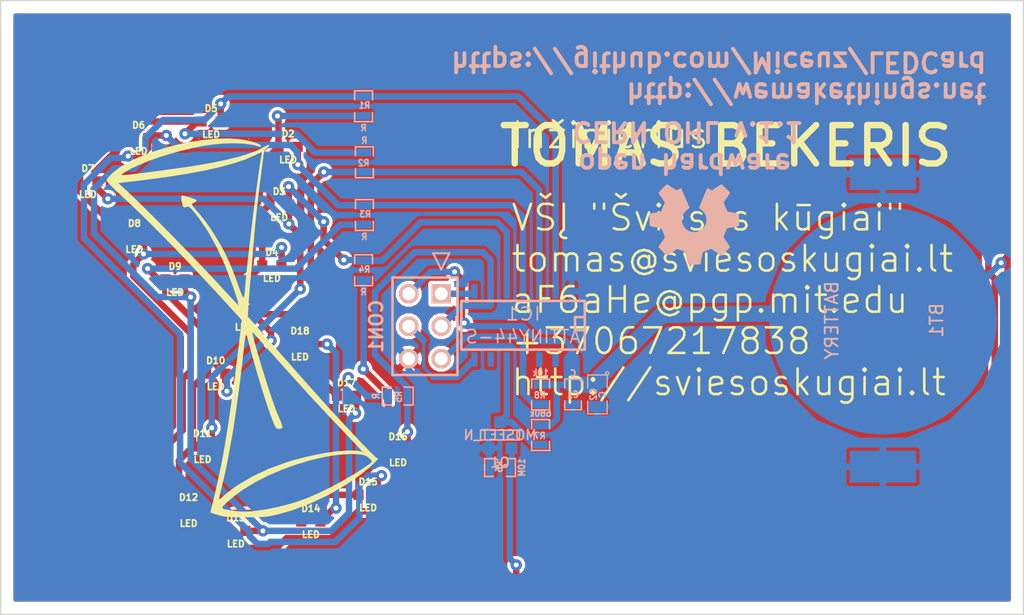
<source format=kicad_pcb>
(kicad_pcb (version 3) (host pcbnew "(2013-mar-13)-testing")

  (general
    (links 62)
    (no_connects 0)
    (area 19.949999 19.949999 139.185719 68.050001)
    (thickness 1.6)
    (drawings 9)
    (tracks 332)
    (zones 0)
    (modules 34)
    (nets 21)
  )

  (page A4)
  (layers
    (15 F.Cu signal)
    (0 B.Cu signal hide)
    (16 B.Adhes user)
    (17 F.Adhes user)
    (18 B.Paste user)
    (19 F.Paste user)
    (20 B.SilkS user hide)
    (21 F.SilkS user)
    (22 B.Mask user)
    (23 F.Mask user hide)
    (24 Dwgs.User user)
    (25 Cmts.User user)
    (26 Eco1.User user)
    (27 Eco2.User user)
    (28 Edge.Cuts user)
  )

  (setup
    (last_trace_width 0.508)
    (user_trace_width 0.254)
    (user_trace_width 0.508)
    (user_trace_width 1.27)
    (trace_clearance 0.254)
    (zone_clearance 0.254)
    (zone_45_only yes)
    (trace_min 0.254)
    (segment_width 0.2)
    (edge_width 0.1)
    (via_size 0.889)
    (via_drill 0.381)
    (via_min_size 0.889)
    (via_min_drill 0.381)
    (uvia_size 0.508)
    (uvia_drill 0.127)
    (uvias_allowed no)
    (uvia_min_size 0.508)
    (uvia_min_drill 0.127)
    (pcb_text_width 0.3)
    (pcb_text_size 1.5 1.5)
    (mod_edge_width 0.15)
    (mod_text_size 1 1)
    (mod_text_width 0.15)
    (pad_size 2.5 5.2)
    (pad_drill 0)
    (pad_to_mask_clearance 0)
    (aux_axis_origin 20.32 19.05)
    (visible_elements FFFEFB3F)
    (pcbplotparams
      (layerselection 3178497)
      (usegerberextensions true)
      (excludeedgelayer true)
      (linewidth 0.150000)
      (plotframeref false)
      (viasonmask false)
      (mode 1)
      (useauxorigin false)
      (hpglpennumber 1)
      (hpglpenspeed 20)
      (hpglpendiameter 15)
      (hpglpenoverlay 2)
      (psnegative false)
      (psa4output false)
      (plotreference true)
      (plotvalue true)
      (plotothertext true)
      (plotinvisibletext false)
      (padsonsilk false)
      (subtractmaskfromsilk false)
      (outputformat 1)
      (mirror false)
      (drillshape 1)
      (scaleselection 1)
      (outputdirectory ""))
  )

  (net 0 "")
  (net 1 /WAKEUP)
  (net 2 GND)
  (net 3 N-000001)
  (net 4 N-0000010)
  (net 5 N-0000011)
  (net 6 N-0000012)
  (net 7 N-0000013)
  (net 8 N-0000014)
  (net 9 N-0000015)
  (net 10 N-0000016)
  (net 11 N-0000017)
  (net 12 N-0000018)
  (net 13 N-0000019)
  (net 14 N-000002)
  (net 15 N-0000020)
  (net 16 N-0000021)
  (net 17 N-000005)
  (net 18 N-000006)
  (net 19 N-000007)
  (net 20 VCC)

  (net_class Default "This is the default net class."
    (clearance 0.254)
    (trace_width 0.254)
    (via_dia 0.889)
    (via_drill 0.381)
    (uvia_dia 0.508)
    (uvia_drill 0.127)
    (add_net "")
    (add_net /WAKEUP)
    (add_net GND)
    (add_net N-000001)
    (add_net N-0000010)
    (add_net N-0000011)
    (add_net N-0000012)
    (add_net N-0000013)
    (add_net N-0000014)
    (add_net N-0000015)
    (add_net N-0000016)
    (add_net N-0000017)
    (add_net N-0000018)
    (add_net N-0000019)
    (add_net N-000002)
    (add_net N-0000020)
    (add_net N-0000021)
    (add_net N-000005)
    (add_net N-000006)
    (add_net N-000007)
  )

  (net_class 20 ""
    (clearance 0.3048)
    (trace_width 0.508)
    (via_dia 0.889)
    (via_drill 0.381)
    (uvia_dia 0.508)
    (uvia_drill 0.127)
  )

  (net_class VCC ""
    (clearance 0.254)
    (trace_width 0.635)
    (via_dia 0.889)
    (via_drill 0.381)
    (uvia_dia 0.508)
    (uvia_drill 0.127)
    (add_net VCC)
  )

  (net_class extra ""
    (clearance 0.254)
    (trace_width 12.7)
    (via_dia 0.889)
    (via_drill 0.381)
    (uvia_dia 0.508)
    (uvia_drill 0.127)
  )

  (module avr-isp (layer B.Cu) (tedit 52515BFB) (tstamp 5254E5C2)
    (at 53.1876 45.466 270)
    (descr "Double rangee de contacts 2 x 4 pins")
    (tags CONN)
    (path /52503548)
    (fp_text reference CON1 (at 0 3.81 270) (layer B.SilkS)
      (effects (font (size 1.016 1.016) (thickness 0.2032)) (justify mirror))
    )
    (fp_text value AVR-ISP-6 (at 0 -3.81 270) (layer B.SilkS) hide
      (effects (font (size 1.016 1.016) (thickness 0.2032)) (justify mirror))
    )
    (fp_line (start -4.445 -1.27) (end -5.715 -0.635) (layer B.SilkS) (width 0.15))
    (fp_line (start -5.715 -0.635) (end -5.715 -1.905) (layer B.SilkS) (width 0.15))
    (fp_line (start -5.715 -1.905) (end -4.445 -1.27) (layer B.SilkS) (width 0.15))
    (fp_line (start 3.81 -2.54) (end -3.81 -2.54) (layer B.SilkS) (width 0.2032))
    (fp_line (start -3.81 2.54) (end 3.81 2.54) (layer B.SilkS) (width 0.2032))
    (fp_line (start 3.81 2.54) (end 3.81 -2.54) (layer B.SilkS) (width 0.2032))
    (fp_line (start -3.81 -2.54) (end -3.81 2.54) (layer B.SilkS) (width 0.2032))
    (pad 1 thru_hole rect (at -2.54 -1.27 270) (size 1.524 1.524) (drill 1.016)
      (layers *.Cu *.Mask B.SilkS)
      (net 17 N-000005)
    )
    (pad 2 thru_hole circle (at -2.54 1.27 270) (size 1.524 1.524) (drill 1.016)
      (layers *.Cu *.Mask B.SilkS)
      (net 20 VCC)
    )
    (pad 3 thru_hole circle (at 0 -1.27 270) (size 1.524 1.524) (drill 1.016)
      (layers *.Cu *.Mask B.SilkS)
      (net 12 N-0000018)
    )
    (pad 4 thru_hole circle (at 0 1.27 270) (size 1.524 1.524) (drill 1.016)
      (layers *.Cu *.Mask B.SilkS)
      (net 18 N-000006)
    )
    (pad 5 thru_hole circle (at 2.54 -1.27 270) (size 1.524 1.524) (drill 1.016)
      (layers *.Cu *.Mask B.SilkS)
      (net 19 N-000007)
    )
    (pad 6 thru_hole circle (at 2.54 1.27 270) (size 1.524 1.524) (drill 1.016)
      (layers *.Cu *.Mask B.SilkS)
      (net 2 GND)
    )
    (model pin_array/pins_array_3x2.wrl
      (at (xyz 0 0 0))
      (scale (xyz 1 1 1))
      (rotate (xyz 0 0 0))
    )
  )

  (module SM0603_Capa (layer B.Cu) (tedit 5051B1EC) (tstamp 5254D68D)
    (at 64.77 50.8 270)
    (path /52502803)
    (attr smd)
    (fp_text reference C1 (at 0 0 540) (layer B.SilkS)
      (effects (font (size 0.508 0.4572) (thickness 0.1143)) (justify mirror))
    )
    (fp_text value C (at -1.651 0 540) (layer B.SilkS)
      (effects (font (size 0.508 0.4572) (thickness 0.1143)) (justify mirror))
    )
    (fp_line (start 0.50038 -0.65024) (end 1.19888 -0.65024) (layer B.SilkS) (width 0.11938))
    (fp_line (start -0.50038 -0.65024) (end -1.19888 -0.65024) (layer B.SilkS) (width 0.11938))
    (fp_line (start 0.50038 0.65024) (end 1.19888 0.65024) (layer B.SilkS) (width 0.11938))
    (fp_line (start -1.19888 0.65024) (end -0.50038 0.65024) (layer B.SilkS) (width 0.11938))
    (fp_line (start 1.19888 0.635) (end 1.19888 -0.635) (layer B.SilkS) (width 0.11938))
    (fp_line (start -1.19888 -0.635) (end -1.19888 0.635) (layer B.SilkS) (width 0.11938))
    (pad 1 smd rect (at -0.762 0 270) (size 0.635 1.143)
      (layers B.Cu B.Paste B.Mask)
      (net 20 VCC)
    )
    (pad 2 smd rect (at 0.762 0 270) (size 0.635 1.143)
      (layers B.Cu B.Paste B.Mask)
      (net 2 GND)
    )
    (model smd\capacitors\C0603.wrl
      (at (xyz 0 0 0.001))
      (scale (xyz 0.5 0.5 0.5))
      (rotate (xyz 0 0 0))
    )
  )

  (module SM0805 (layer B.Cu) (tedit 5091495C) (tstamp 5254D69A)
    (at 66.675 50.8 270)
    (path /525027EF)
    (attr smd)
    (fp_text reference C2 (at 0 0.3175 270) (layer B.SilkS)
      (effects (font (size 0.50038 0.50038) (thickness 0.10922)) (justify mirror))
    )
    (fp_text value C (at 0 -0.381 270) (layer B.SilkS)
      (effects (font (size 0.50038 0.50038) (thickness 0.10922)) (justify mirror))
    )
    (fp_circle (center -1.651 -0.762) (end -1.651 -0.635) (layer B.SilkS) (width 0.09906))
    (fp_line (start -0.508 -0.762) (end -1.524 -0.762) (layer B.SilkS) (width 0.09906))
    (fp_line (start -1.524 -0.762) (end -1.524 0.762) (layer B.SilkS) (width 0.09906))
    (fp_line (start -1.524 0.762) (end -0.508 0.762) (layer B.SilkS) (width 0.09906))
    (fp_line (start 0.508 0.762) (end 1.524 0.762) (layer B.SilkS) (width 0.09906))
    (fp_line (start 1.524 0.762) (end 1.524 -0.762) (layer B.SilkS) (width 0.09906))
    (fp_line (start 1.524 -0.762) (end 0.508 -0.762) (layer B.SilkS) (width 0.09906))
    (pad 1 smd rect (at -0.9525 0 270) (size 0.889 1.397)
      (layers B.Cu B.Paste B.Mask)
      (net 20 VCC)
    )
    (pad 2 smd rect (at 0.9525 0 270) (size 0.889 1.397)
      (layers B.Cu B.Paste B.Mask)
      (net 2 GND)
    )
    (model smd/chip_cms.wrl
      (at (xyz 0 0 0))
      (scale (xyz 0.1 0.1 0.1))
      (rotate (xyz 0 0 0))
    )
  )

  (module SM0603_Resistor (layer B.Cu) (tedit 5051B21B) (tstamp 5254D71E)
    (at 48.387 28.2575 90)
    (path /52502AAB)
    (attr smd)
    (fp_text reference R1 (at 0.0635 0.0635 360) (layer B.SilkS)
      (effects (font (size 0.50038 0.4572) (thickness 0.1143)) (justify mirror))
    )
    (fp_text value R (at -1.69926 0 360) (layer B.SilkS)
      (effects (font (size 0.508 0.4572) (thickness 0.1143)) (justify mirror))
    )
    (fp_line (start -0.50038 0.6985) (end -1.2065 0.6985) (layer B.SilkS) (width 0.127))
    (fp_line (start -1.2065 0.6985) (end -1.2065 -0.6985) (layer B.SilkS) (width 0.127))
    (fp_line (start -1.2065 -0.6985) (end -0.50038 -0.6985) (layer B.SilkS) (width 0.127))
    (fp_line (start 1.2065 0.6985) (end 0.50038 0.6985) (layer B.SilkS) (width 0.127))
    (fp_line (start 1.2065 0.6985) (end 1.2065 -0.6985) (layer B.SilkS) (width 0.127))
    (fp_line (start 1.2065 -0.6985) (end 0.50038 -0.6985) (layer B.SilkS) (width 0.127))
    (pad 1 smd rect (at -0.762 0 90) (size 0.635 1.143)
      (layers B.Cu B.Paste B.Mask)
      (net 9 N-0000015)
    )
    (pad 2 smd rect (at 0.762 0 90) (size 0.635 1.143)
      (layers B.Cu B.Paste B.Mask)
      (net 5 N-0000011)
    )
    (model smd\resistors\R0603.wrl
      (at (xyz 0 0 0.001))
      (scale (xyz 0.5 0.5 0.5))
      (rotate (xyz 0 0 0))
    )
  )

  (module SM0603_Resistor (layer B.Cu) (tedit 5051B21B) (tstamp 5254D72A)
    (at 48.4505 32.639 270)
    (path /52502B50)
    (attr smd)
    (fp_text reference R2 (at 0.0635 0.0635 540) (layer B.SilkS)
      (effects (font (size 0.50038 0.4572) (thickness 0.1143)) (justify mirror))
    )
    (fp_text value R (at -1.69926 0 540) (layer B.SilkS)
      (effects (font (size 0.508 0.4572) (thickness 0.1143)) (justify mirror))
    )
    (fp_line (start -0.50038 0.6985) (end -1.2065 0.6985) (layer B.SilkS) (width 0.127))
    (fp_line (start -1.2065 0.6985) (end -1.2065 -0.6985) (layer B.SilkS) (width 0.127))
    (fp_line (start -1.2065 -0.6985) (end -0.50038 -0.6985) (layer B.SilkS) (width 0.127))
    (fp_line (start 1.2065 0.6985) (end 0.50038 0.6985) (layer B.SilkS) (width 0.127))
    (fp_line (start 1.2065 0.6985) (end 1.2065 -0.6985) (layer B.SilkS) (width 0.127))
    (fp_line (start 1.2065 -0.6985) (end 0.50038 -0.6985) (layer B.SilkS) (width 0.127))
    (pad 1 smd rect (at -0.762 0 270) (size 0.635 1.143)
      (layers B.Cu B.Paste B.Mask)
      (net 13 N-0000019)
    )
    (pad 2 smd rect (at 0.762 0 270) (size 0.635 1.143)
      (layers B.Cu B.Paste B.Mask)
      (net 16 N-0000021)
    )
    (model smd\resistors\R0603.wrl
      (at (xyz 0 0 0.001))
      (scale (xyz 0.5 0.5 0.5))
      (rotate (xyz 0 0 0))
    )
  )

  (module SM0603_Resistor (layer B.Cu) (tedit 5051B21B) (tstamp 5254E416)
    (at 48.4505 36.7665 90)
    (path /52502BF0)
    (attr smd)
    (fp_text reference R3 (at 0.0635 0.0635 360) (layer B.SilkS)
      (effects (font (size 0.50038 0.4572) (thickness 0.1143)) (justify mirror))
    )
    (fp_text value R (at -1.69926 0 360) (layer B.SilkS)
      (effects (font (size 0.508 0.4572) (thickness 0.1143)) (justify mirror))
    )
    (fp_line (start -0.50038 0.6985) (end -1.2065 0.6985) (layer B.SilkS) (width 0.127))
    (fp_line (start -1.2065 0.6985) (end -1.2065 -0.6985) (layer B.SilkS) (width 0.127))
    (fp_line (start -1.2065 -0.6985) (end -0.50038 -0.6985) (layer B.SilkS) (width 0.127))
    (fp_line (start 1.2065 0.6985) (end 0.50038 0.6985) (layer B.SilkS) (width 0.127))
    (fp_line (start 1.2065 0.6985) (end 1.2065 -0.6985) (layer B.SilkS) (width 0.127))
    (fp_line (start 1.2065 -0.6985) (end 0.50038 -0.6985) (layer B.SilkS) (width 0.127))
    (pad 1 smd rect (at -0.762 0 90) (size 0.635 1.143)
      (layers B.Cu B.Paste B.Mask)
      (net 15 N-0000020)
    )
    (pad 2 smd rect (at 0.762 0 90) (size 0.635 1.143)
      (layers B.Cu B.Paste B.Mask)
      (net 4 N-0000010)
    )
    (model smd\resistors\R0603.wrl
      (at (xyz 0 0 0.001))
      (scale (xyz 0.5 0.5 0.5))
      (rotate (xyz 0 0 0))
    )
  )

  (module SM0603_Resistor (layer B.Cu) (tedit 5051B21B) (tstamp 5254D742)
    (at 48.387 41.0845 90)
    (path /52502E95)
    (attr smd)
    (fp_text reference R4 (at 0.0635 0.0635 360) (layer B.SilkS)
      (effects (font (size 0.50038 0.4572) (thickness 0.1143)) (justify mirror))
    )
    (fp_text value R (at -1.69926 0 360) (layer B.SilkS)
      (effects (font (size 0.508 0.4572) (thickness 0.1143)) (justify mirror))
    )
    (fp_line (start -0.50038 0.6985) (end -1.2065 0.6985) (layer B.SilkS) (width 0.127))
    (fp_line (start -1.2065 0.6985) (end -1.2065 -0.6985) (layer B.SilkS) (width 0.127))
    (fp_line (start -1.2065 -0.6985) (end -0.50038 -0.6985) (layer B.SilkS) (width 0.127))
    (fp_line (start 1.2065 0.6985) (end 0.50038 0.6985) (layer B.SilkS) (width 0.127))
    (fp_line (start 1.2065 0.6985) (end 1.2065 -0.6985) (layer B.SilkS) (width 0.127))
    (fp_line (start 1.2065 -0.6985) (end 0.50038 -0.6985) (layer B.SilkS) (width 0.127))
    (pad 1 smd rect (at -0.762 0 90) (size 0.635 1.143)
      (layers B.Cu B.Paste B.Mask)
      (net 10 N-0000016)
    )
    (pad 2 smd rect (at 0.762 0 90) (size 0.635 1.143)
      (layers B.Cu B.Paste B.Mask)
      (net 11 N-0000017)
    )
    (model smd\resistors\R0603.wrl
      (at (xyz 0 0 0.001))
      (scale (xyz 0.5 0.5 0.5))
      (rotate (xyz 0 0 0))
    )
  )

  (module SM0603_Resistor (layer B.Cu) (tedit 5051B21B) (tstamp 5254D74E)
    (at 51.054 50.927)
    (path /52503112)
    (attr smd)
    (fp_text reference R5 (at 0.0635 0.0635 270) (layer B.SilkS)
      (effects (font (size 0.50038 0.4572) (thickness 0.1143)) (justify mirror))
    )
    (fp_text value R (at -1.69926 0 270) (layer B.SilkS)
      (effects (font (size 0.508 0.4572) (thickness 0.1143)) (justify mirror))
    )
    (fp_line (start -0.50038 0.6985) (end -1.2065 0.6985) (layer B.SilkS) (width 0.127))
    (fp_line (start -1.2065 0.6985) (end -1.2065 -0.6985) (layer B.SilkS) (width 0.127))
    (fp_line (start -1.2065 -0.6985) (end -0.50038 -0.6985) (layer B.SilkS) (width 0.127))
    (fp_line (start 1.2065 0.6985) (end 0.50038 0.6985) (layer B.SilkS) (width 0.127))
    (fp_line (start 1.2065 0.6985) (end 1.2065 -0.6985) (layer B.SilkS) (width 0.127))
    (fp_line (start 1.2065 -0.6985) (end 0.50038 -0.6985) (layer B.SilkS) (width 0.127))
    (pad 1 smd rect (at -0.762 0) (size 0.635 1.143)
      (layers B.Cu B.Paste B.Mask)
      (net 3 N-000001)
    )
    (pad 2 smd rect (at 0.762 0) (size 0.635 1.143)
      (layers B.Cu B.Paste B.Mask)
      (net 12 N-0000018)
    )
    (model smd\resistors\R0603.wrl
      (at (xyz 0 0 0.001))
      (scale (xyz 0.5 0.5 0.5))
      (rotate (xyz 0 0 0))
    )
  )

  (module SO14E (layer B.Cu) (tedit 42806FBF) (tstamp 5254D8F5)
    (at 60.8584 45.2628 180)
    (descr "module CMS SOJ 14 pins etroit")
    (tags "CMS SOJ")
    (path /52502785)
    (attr smd)
    (fp_text reference IC1 (at 0 0.762 180) (layer B.SilkS)
      (effects (font (size 1.016 1.143) (thickness 0.127)) (justify mirror))
    )
    (fp_text value ATTINY44-S (at 0 -1.016 180) (layer B.SilkS)
      (effects (font (size 1.016 1.016) (thickness 0.127)) (justify mirror))
    )
    (fp_line (start -4.826 1.778) (end 4.826 1.778) (layer B.SilkS) (width 0.2032))
    (fp_line (start 4.826 1.778) (end 4.826 -2.032) (layer B.SilkS) (width 0.2032))
    (fp_line (start 4.826 -2.032) (end -4.826 -2.032) (layer B.SilkS) (width 0.2032))
    (fp_line (start -4.826 -2.032) (end -4.826 1.778) (layer B.SilkS) (width 0.2032))
    (fp_line (start -4.826 0.508) (end -4.064 0.508) (layer B.SilkS) (width 0.2032))
    (fp_line (start -4.064 0.508) (end -4.064 -0.508) (layer B.SilkS) (width 0.2032))
    (fp_line (start -4.064 -0.508) (end -4.826 -0.508) (layer B.SilkS) (width 0.2032))
    (pad 1 smd rect (at -3.81 -2.794 180) (size 0.508 1.143)
      (layers B.Cu B.Paste B.Mask)
      (net 20 VCC)
    )
    (pad 2 smd rect (at -2.54 -2.794 180) (size 0.508 1.143)
      (layers B.Cu B.Paste B.Mask)
      (net 6 N-0000012)
    )
    (pad 3 smd rect (at -1.27 -2.794 180) (size 0.508 1.143)
      (layers B.Cu B.Paste B.Mask)
      (net 7 N-0000013)
    )
    (pad 4 smd rect (at 0 -2.794 180) (size 0.508 1.143)
      (layers B.Cu B.Paste B.Mask)
      (net 19 N-000007)
    )
    (pad 5 smd rect (at 1.27 -2.794 180) (size 0.508 1.143)
      (layers B.Cu B.Paste B.Mask)
      (net 1 /WAKEUP)
    )
    (pad 6 smd rect (at 2.54 -2.794 180) (size 0.508 1.143)
      (layers B.Cu B.Paste B.Mask)
      (net 8 N-0000014)
    )
    (pad 7 smd rect (at 3.81 -2.794 180) (size 0.508 1.143)
      (layers B.Cu B.Paste B.Mask)
      (net 18 N-000006)
    )
    (pad 8 smd rect (at 3.81 2.54 180) (size 0.508 1.143)
      (layers B.Cu B.Paste B.Mask)
      (net 17 N-000005)
    )
    (pad 9 smd rect (at 2.54 2.54 180) (size 0.508 1.143)
      (layers B.Cu B.Paste B.Mask)
      (net 12 N-0000018)
    )
    (pad 10 smd rect (at 1.27 2.54 180) (size 0.508 1.143)
      (layers B.Cu B.Paste B.Mask)
      (net 11 N-0000017)
    )
    (pad 11 smd rect (at 0 2.54 180) (size 0.508 1.143)
      (layers B.Cu B.Paste B.Mask)
      (net 4 N-0000010)
    )
    (pad 12 smd rect (at -1.27 2.54 180) (size 0.508 1.143)
      (layers B.Cu B.Paste B.Mask)
      (net 16 N-0000021)
    )
    (pad 13 smd rect (at -2.54 2.54 180) (size 0.508 1.143)
      (layers B.Cu B.Paste B.Mask)
      (net 5 N-0000011)
    )
    (pad 14 smd rect (at -3.81 2.54 180) (size 0.508 1.143)
      (layers B.Cu B.Paste B.Mask)
      (net 2 GND)
    )
    (model smd/cms_so14.wrl
      (at (xyz 0 0 0))
      (scale (xyz 0.5 0.3 0.5))
      (rotate (xyz 0 0 0))
    )
  )

  (module LED-0603-nosilk (layer F.Cu) (tedit 525016DD) (tstamp 5254D6A0)
    (at 39.01 44.52)
    (descr "LED 0603 smd package")
    (tags "LED led 0603 SMD smd SMT smt smdled SMDLED smtled SMTLED")
    (path /52502A81)
    (attr smd)
    (fp_text reference D1 (at 0 -1.016) (layer F.SilkS)
      (effects (font (size 0.508 0.508) (thickness 0.127)))
    )
    (fp_text value LED (at 0 1.016) (layer F.SilkS)
      (effects (font (size 0.508 0.508) (thickness 0.127)))
    )
    (pad 1 smd rect (at -0.7493 0) (size 0.79756 0.79756)
      (layers F.Cu F.Paste F.Mask)
      (net 9 N-0000015)
    )
    (pad 2 smd rect (at 0.7493 0) (size 0.79756 0.79756)
      (layers F.Cu F.Paste F.Mask)
      (net 16 N-0000021)
    )
    (model smd/led_0805.wrl
      (at (xyz 0 0 0))
      (scale (xyz 0.25 0.25 0.25))
      (rotate (xyz 0 0 0))
    )
  )

  (module LED-0603-nosilk (layer F.Cu) (tedit 525016DD) (tstamp 5254D6A6)
    (at 42.4815 31.4325)
    (descr "LED 0603 smd package")
    (tags "LED led 0603 SMD smd SMT smt smdled SMDLED smtled SMTLED")
    (path /52502AF3)
    (attr smd)
    (fp_text reference D2 (at 0 -1.016) (layer F.SilkS)
      (effects (font (size 0.508 0.508) (thickness 0.127)))
    )
    (fp_text value LED (at 0 1.016) (layer F.SilkS)
      (effects (font (size 0.508 0.508) (thickness 0.127)))
    )
    (pad 1 smd rect (at -0.7493 0) (size 0.79756 0.79756)
      (layers F.Cu F.Paste F.Mask)
      (net 9 N-0000015)
    )
    (pad 2 smd rect (at 0.7493 0) (size 0.79756 0.79756)
      (layers F.Cu F.Paste F.Mask)
      (net 4 N-0000010)
    )
    (model smd/led_0805.wrl
      (at (xyz 0 0 0))
      (scale (xyz 0.25 0.25 0.25))
      (rotate (xyz 0 0 0))
    )
  )

  (module LED-0603-nosilk (layer F.Cu) (tedit 525016DD) (tstamp 5254D6AC)
    (at 41.783 35.941)
    (descr "LED 0603 smd package")
    (tags "LED led 0603 SMD smd SMT smt smdled SMDLED smtled SMTLED")
    (path /52502CED)
    (attr smd)
    (fp_text reference D3 (at 0 -1.016) (layer F.SilkS)
      (effects (font (size 0.508 0.508) (thickness 0.127)))
    )
    (fp_text value LED (at 0 1.016) (layer F.SilkS)
      (effects (font (size 0.508 0.508) (thickness 0.127)))
    )
    (pad 1 smd rect (at -0.7493 0) (size 0.79756 0.79756)
      (layers F.Cu F.Paste F.Mask)
      (net 9 N-0000015)
    )
    (pad 2 smd rect (at 0.7493 0) (size 0.79756 0.79756)
      (layers F.Cu F.Paste F.Mask)
      (net 11 N-0000017)
    )
    (model smd/led_0805.wrl
      (at (xyz 0 0 0))
      (scale (xyz 0.25 0.25 0.25))
      (rotate (xyz 0 0 0))
    )
  )

  (module LED-0603-nosilk (layer F.Cu) (tedit 525016DD) (tstamp 5254DC57)
    (at 41.2115 40.7035)
    (descr "LED 0603 smd package")
    (tags "LED led 0603 SMD smd SMT smt smdled SMDLED smtled SMTLED")
    (path /52502FA5)
    (attr smd)
    (fp_text reference D4 (at 0 -1.016) (layer F.SilkS)
      (effects (font (size 0.508 0.508) (thickness 0.127)))
    )
    (fp_text value LED (at 0 1.016) (layer F.SilkS)
      (effects (font (size 0.508 0.508) (thickness 0.127)))
    )
    (pad 1 smd rect (at -0.7493 0) (size 0.79756 0.79756)
      (layers F.Cu F.Paste F.Mask)
      (net 9 N-0000015)
    )
    (pad 2 smd rect (at 0.7493 0) (size 0.79756 0.79756)
      (layers F.Cu F.Paste F.Mask)
      (net 12 N-0000018)
    )
    (model smd/led_0805.wrl
      (at (xyz 0 0 0))
      (scale (xyz 0.25 0.25 0.25))
      (rotate (xyz 0 0 0))
    )
  )

  (module LED-0603-nosilk (layer F.Cu) (tedit 525016DD) (tstamp 5254D6B8)
    (at 36.46 29.45)
    (descr "LED 0603 smd package")
    (tags "LED led 0603 SMD smd SMT smt smdled SMDLED smtled SMTLED")
    (path /52502B60)
    (attr smd)
    (fp_text reference D5 (at 0 -1.016) (layer F.SilkS)
      (effects (font (size 0.508 0.508) (thickness 0.127)))
    )
    (fp_text value LED (at 0 1.016) (layer F.SilkS)
      (effects (font (size 0.508 0.508) (thickness 0.127)))
    )
    (pad 1 smd rect (at -0.7493 0) (size 0.79756 0.79756)
      (layers F.Cu F.Paste F.Mask)
      (net 13 N-0000019)
    )
    (pad 2 smd rect (at 0.7493 0) (size 0.79756 0.79756)
      (layers F.Cu F.Paste F.Mask)
      (net 5 N-0000011)
    )
    (model smd/led_0805.wrl
      (at (xyz 0 0 0))
      (scale (xyz 0.25 0.25 0.25))
      (rotate (xyz 0 0 0))
    )
  )

  (module LED-0603-nosilk (layer F.Cu) (tedit 525016DD) (tstamp 5254D6BE)
    (at 30.79 30.76)
    (descr "LED 0603 smd package")
    (tags "LED led 0603 SMD smd SMT smt smdled SMDLED smtled SMTLED")
    (path /52502B98)
    (attr smd)
    (fp_text reference D6 (at 0 -1.016) (layer F.SilkS)
      (effects (font (size 0.508 0.508) (thickness 0.127)))
    )
    (fp_text value LED (at 0 1.016) (layer F.SilkS)
      (effects (font (size 0.508 0.508) (thickness 0.127)))
    )
    (pad 1 smd rect (at -0.7493 0) (size 0.79756 0.79756)
      (layers F.Cu F.Paste F.Mask)
      (net 13 N-0000019)
    )
    (pad 2 smd rect (at 0.7493 0) (size 0.79756 0.79756)
      (layers F.Cu F.Paste F.Mask)
      (net 4 N-0000010)
    )
    (model smd/led_0805.wrl
      (at (xyz 0 0 0))
      (scale (xyz 0.25 0.25 0.25))
      (rotate (xyz 0 0 0))
    )
  )

  (module LED-0603-nosilk (layer F.Cu) (tedit 525016DD) (tstamp 5254D6C4)
    (at 26.82 34.14)
    (descr "LED 0603 smd package")
    (tags "LED led 0603 SMD smd SMT smt smdled SMDLED smtled SMTLED")
    (path /52502CF3)
    (attr smd)
    (fp_text reference D7 (at 0 -1.016) (layer F.SilkS)
      (effects (font (size 0.508 0.508) (thickness 0.127)))
    )
    (fp_text value LED (at 0 1.016) (layer F.SilkS)
      (effects (font (size 0.508 0.508) (thickness 0.127)))
    )
    (pad 1 smd rect (at -0.7493 0) (size 0.79756 0.79756)
      (layers F.Cu F.Paste F.Mask)
      (net 13 N-0000019)
    )
    (pad 2 smd rect (at 0.7493 0) (size 0.79756 0.79756)
      (layers F.Cu F.Paste F.Mask)
      (net 11 N-0000017)
    )
    (model smd/led_0805.wrl
      (at (xyz 0 0 0))
      (scale (xyz 0.25 0.25 0.25))
      (rotate (xyz 0 0 0))
    )
  )

  (module LED-0603-nosilk (layer F.Cu) (tedit 525016DD) (tstamp 5254D6CA)
    (at 30.46 38.44)
    (descr "LED 0603 smd package")
    (tags "LED led 0603 SMD smd SMT smt smdled SMDLED smtled SMTLED")
    (path /52502FAB)
    (attr smd)
    (fp_text reference D8 (at 0 -1.016) (layer F.SilkS)
      (effects (font (size 0.508 0.508) (thickness 0.127)))
    )
    (fp_text value LED (at 0 1.016) (layer F.SilkS)
      (effects (font (size 0.508 0.508) (thickness 0.127)))
    )
    (pad 1 smd rect (at -0.7493 0) (size 0.79756 0.79756)
      (layers F.Cu F.Paste F.Mask)
      (net 13 N-0000019)
    )
    (pad 2 smd rect (at 0.7493 0) (size 0.79756 0.79756)
      (layers F.Cu F.Paste F.Mask)
      (net 12 N-0000018)
    )
    (model smd/led_0805.wrl
      (at (xyz 0 0 0))
      (scale (xyz 0.25 0.25 0.25))
      (rotate (xyz 0 0 0))
    )
  )

  (module LED-0603-nosilk (layer F.Cu) (tedit 525016DD) (tstamp 5254D6D0)
    (at 33.64 41.8)
    (descr "LED 0603 smd package")
    (tags "LED led 0603 SMD smd SMT smt smdled SMDLED smtled SMTLED")
    (path /52502B66)
    (attr smd)
    (fp_text reference D9 (at 0 -1.016) (layer F.SilkS)
      (effects (font (size 0.508 0.508) (thickness 0.127)))
    )
    (fp_text value LED (at 0 1.016) (layer F.SilkS)
      (effects (font (size 0.508 0.508) (thickness 0.127)))
    )
    (pad 1 smd rect (at -0.7493 0) (size 0.79756 0.79756)
      (layers F.Cu F.Paste F.Mask)
      (net 15 N-0000020)
    )
    (pad 2 smd rect (at 0.7493 0) (size 0.79756 0.79756)
      (layers F.Cu F.Paste F.Mask)
      (net 5 N-0000011)
    )
    (model smd/led_0805.wrl
      (at (xyz 0 0 0))
      (scale (xyz 0.25 0.25 0.25))
      (rotate (xyz 0 0 0))
    )
  )

  (module LED-0603-nosilk (layer F.Cu) (tedit 525016DD) (tstamp 5254D6D6)
    (at 36.82 49.17)
    (descr "LED 0603 smd package")
    (tags "LED led 0603 SMD smd SMT smt smdled SMDLED smtled SMTLED")
    (path /52502C15)
    (attr smd)
    (fp_text reference D10 (at 0 -1.016) (layer F.SilkS)
      (effects (font (size 0.508 0.508) (thickness 0.127)))
    )
    (fp_text value LED (at 0 1.016) (layer F.SilkS)
      (effects (font (size 0.508 0.508) (thickness 0.127)))
    )
    (pad 1 smd rect (at -0.7493 0) (size 0.79756 0.79756)
      (layers F.Cu F.Paste F.Mask)
      (net 15 N-0000020)
    )
    (pad 2 smd rect (at 0.7493 0) (size 0.79756 0.79756)
      (layers F.Cu F.Paste F.Mask)
      (net 16 N-0000021)
    )
    (model smd/led_0805.wrl
      (at (xyz 0 0 0))
      (scale (xyz 0.25 0.25 0.25))
      (rotate (xyz 0 0 0))
    )
  )

  (module LED-0603-nosilk (layer F.Cu) (tedit 525016DD) (tstamp 5254D6DC)
    (at 35.79 54.87)
    (descr "LED 0603 smd package")
    (tags "LED led 0603 SMD smd SMT smt smdled SMDLED smtled SMTLED")
    (path /52502CF9)
    (attr smd)
    (fp_text reference D11 (at 0 -1.016) (layer F.SilkS)
      (effects (font (size 0.508 0.508) (thickness 0.127)))
    )
    (fp_text value LED (at 0 1.016) (layer F.SilkS)
      (effects (font (size 0.508 0.508) (thickness 0.127)))
    )
    (pad 1 smd rect (at -0.7493 0) (size 0.79756 0.79756)
      (layers F.Cu F.Paste F.Mask)
      (net 15 N-0000020)
    )
    (pad 2 smd rect (at 0.7493 0) (size 0.79756 0.79756)
      (layers F.Cu F.Paste F.Mask)
      (net 11 N-0000017)
    )
    (model smd/led_0805.wrl
      (at (xyz 0 0 0))
      (scale (xyz 0.25 0.25 0.25))
      (rotate (xyz 0 0 0))
    )
  )

  (module LED-0603-nosilk (layer F.Cu) (tedit 525016DD) (tstamp 5254D6E2)
    (at 34.7 59.87)
    (descr "LED 0603 smd package")
    (tags "LED led 0603 SMD smd SMT smt smdled SMDLED smtled SMTLED")
    (path /52502FB1)
    (attr smd)
    (fp_text reference D12 (at 0 -1.016) (layer F.SilkS)
      (effects (font (size 0.508 0.508) (thickness 0.127)))
    )
    (fp_text value LED (at 0 1.016) (layer F.SilkS)
      (effects (font (size 0.508 0.508) (thickness 0.127)))
    )
    (pad 1 smd rect (at -0.7493 0) (size 0.79756 0.79756)
      (layers F.Cu F.Paste F.Mask)
      (net 15 N-0000020)
    )
    (pad 2 smd rect (at 0.7493 0) (size 0.79756 0.79756)
      (layers F.Cu F.Paste F.Mask)
      (net 12 N-0000018)
    )
    (model smd/led_0805.wrl
      (at (xyz 0 0 0))
      (scale (xyz 0.25 0.25 0.25))
      (rotate (xyz 0 0 0))
    )
  )

  (module LED-0603-nosilk (layer F.Cu) (tedit 525016DD) (tstamp 5254D6E8)
    (at 38.39 61.47)
    (descr "LED 0603 smd package")
    (tags "LED led 0603 SMD smd SMT smt smdled SMDLED smtled SMTLED")
    (path /52502E51)
    (attr smd)
    (fp_text reference D13 (at 0 -1.016) (layer F.SilkS)
      (effects (font (size 0.508 0.508) (thickness 0.127)))
    )
    (fp_text value LED (at 0 1.016) (layer F.SilkS)
      (effects (font (size 0.508 0.508) (thickness 0.127)))
    )
    (pad 1 smd rect (at -0.7493 0) (size 0.79756 0.79756)
      (layers F.Cu F.Paste F.Mask)
      (net 10 N-0000016)
    )
    (pad 2 smd rect (at 0.7493 0) (size 0.79756 0.79756)
      (layers F.Cu F.Paste F.Mask)
      (net 5 N-0000011)
    )
    (model smd/led_0805.wrl
      (at (xyz 0 0 0))
      (scale (xyz 0.25 0.25 0.25))
      (rotate (xyz 0 0 0))
    )
  )

  (module LED-0603-nosilk (layer F.Cu) (tedit 525016DD) (tstamp 5254D6EE)
    (at 44.26 60.74)
    (descr "LED 0603 smd package")
    (tags "LED led 0603 SMD smd SMT smt smdled SMDLED smtled SMTLED")
    (path /52502E89)
    (attr smd)
    (fp_text reference D14 (at 0 -1.016) (layer F.SilkS)
      (effects (font (size 0.508 0.508) (thickness 0.127)))
    )
    (fp_text value LED (at 0 1.016) (layer F.SilkS)
      (effects (font (size 0.508 0.508) (thickness 0.127)))
    )
    (pad 1 smd rect (at -0.7493 0) (size 0.79756 0.79756)
      (layers F.Cu F.Paste F.Mask)
      (net 10 N-0000016)
    )
    (pad 2 smd rect (at 0.7493 0) (size 0.79756 0.79756)
      (layers F.Cu F.Paste F.Mask)
      (net 16 N-0000021)
    )
    (model smd/led_0805.wrl
      (at (xyz 0 0 0))
      (scale (xyz 0.25 0.25 0.25))
      (rotate (xyz 0 0 0))
    )
  )

  (module LED-0603-nosilk (layer F.Cu) (tedit 525016DD) (tstamp 5254D6F4)
    (at 48.74 58.65)
    (descr "LED 0603 smd package")
    (tags "LED led 0603 SMD smd SMT smt smdled SMDLED smtled SMTLED")
    (path /52502E8F)
    (attr smd)
    (fp_text reference D15 (at 0 -1.016) (layer F.SilkS)
      (effects (font (size 0.508 0.508) (thickness 0.127)))
    )
    (fp_text value LED (at 0 1.016) (layer F.SilkS)
      (effects (font (size 0.508 0.508) (thickness 0.127)))
    )
    (pad 1 smd rect (at -0.7493 0) (size 0.79756 0.79756)
      (layers F.Cu F.Paste F.Mask)
      (net 10 N-0000016)
    )
    (pad 2 smd rect (at 0.7493 0) (size 0.79756 0.79756)
      (layers F.Cu F.Paste F.Mask)
      (net 4 N-0000010)
    )
    (model smd/led_0805.wrl
      (at (xyz 0 0 0))
      (scale (xyz 0.25 0.25 0.25))
      (rotate (xyz 0 0 0))
    )
  )

  (module LED-0603-nosilk (layer F.Cu) (tedit 525016DD) (tstamp 5254D6FA)
    (at 51.08 55.12)
    (descr "LED 0603 smd package")
    (tags "LED led 0603 SMD smd SMT smt smdled SMDLED smtled SMTLED")
    (path /52502FB7)
    (attr smd)
    (fp_text reference D16 (at 0 -1.016) (layer F.SilkS)
      (effects (font (size 0.508 0.508) (thickness 0.127)))
    )
    (fp_text value LED (at 0 1.016) (layer F.SilkS)
      (effects (font (size 0.508 0.508) (thickness 0.127)))
    )
    (pad 1 smd rect (at -0.7493 0) (size 0.79756 0.79756)
      (layers F.Cu F.Paste F.Mask)
      (net 10 N-0000016)
    )
    (pad 2 smd rect (at 0.7493 0) (size 0.79756 0.79756)
      (layers F.Cu F.Paste F.Mask)
      (net 12 N-0000018)
    )
    (model smd/led_0805.wrl
      (at (xyz 0 0 0))
      (scale (xyz 0.25 0.25 0.25))
      (rotate (xyz 0 0 0))
    )
  )

  (module LED-0603-nosilk (layer F.Cu) (tedit 525016DD) (tstamp 5254D700)
    (at 47.05 50.9)
    (descr "LED 0603 smd package")
    (tags "LED led 0603 SMD smd SMT smt smdled SMDLED smtled SMTLED")
    (path /525030FA)
    (attr smd)
    (fp_text reference D17 (at 0 -1.016) (layer F.SilkS)
      (effects (font (size 0.508 0.508) (thickness 0.127)))
    )
    (fp_text value LED (at 0 1.016) (layer F.SilkS)
      (effects (font (size 0.508 0.508) (thickness 0.127)))
    )
    (pad 1 smd rect (at -0.7493 0) (size 0.79756 0.79756)
      (layers F.Cu F.Paste F.Mask)
      (net 3 N-000001)
    )
    (pad 2 smd rect (at 0.7493 0) (size 0.79756 0.79756)
      (layers F.Cu F.Paste F.Mask)
      (net 5 N-0000011)
    )
    (model smd/led_0805.wrl
      (at (xyz 0 0 0))
      (scale (xyz 0.25 0.25 0.25))
      (rotate (xyz 0 0 0))
    )
  )

  (module LED-0603-nosilk (layer F.Cu) (tedit 525016DD) (tstamp 5254D706)
    (at 43.41 46.85)
    (descr "LED 0603 smd package")
    (tags "LED led 0603 SMD smd SMT smt smdled SMDLED smtled SMTLED")
    (path /52503100)
    (attr smd)
    (fp_text reference D18 (at 0 -1.016) (layer F.SilkS)
      (effects (font (size 0.508 0.508) (thickness 0.127)))
    )
    (fp_text value LED (at 0 1.016) (layer F.SilkS)
      (effects (font (size 0.508 0.508) (thickness 0.127)))
    )
    (pad 1 smd rect (at -0.7493 0) (size 0.79756 0.79756)
      (layers F.Cu F.Paste F.Mask)
      (net 3 N-000001)
    )
    (pad 2 smd rect (at 0.7493 0) (size 0.79756 0.79756)
      (layers F.Cu F.Paste F.Mask)
      (net 16 N-0000021)
    )
    (model smd/led_0805.wrl
      (at (xyz 0 0 0))
      (scale (xyz 0.25 0.25 0.25))
      (rotate (xyz 0 0 0))
    )
  )

  (module LOGO (layer F.Cu) (tedit 0) (tstamp 525414E5)
    (at 38.93 45.59)
    (fp_text reference G*** (at 0 15.57782) (layer F.SilkS) hide
      (effects (font (thickness 0.3048)))
    )
    (fp_text value LOGO (at 0 -15.57782) (layer F.SilkS) hide
      (effects (font (thickness 0.3048)))
    )
    (fp_poly (pts (xy 10.58164 10.22858) (xy 10.51814 10.33018) (xy 10.34796 10.5156) (xy 10.10158 10.74674)
      (xy 10.10158 10.42924) (xy 10.01776 10.31494) (xy 10.01014 10.30478) (xy 9.8171 10.1219)
      (xy 9.6012 9.99744) (xy 9.48182 9.96188) (xy 9.48182 9.69518) (xy 9.43864 9.652)
      (xy 9.398 9.69518) (xy 9.43864 9.73582) (xy 9.48182 9.69518) (xy 9.48182 9.96188)
      (xy 9.35482 9.92632) (xy 9.35482 9.66978) (xy 9.05764 9.3472) (xy 8.89508 9.17194)
      (xy 8.64362 8.90524) (xy 8.33374 8.57758) (xy 7.99084 8.21944) (xy 7.82828 8.04672)
      (xy 7.19328 7.38124) (xy 6.6421 6.79958) (xy 6.14172 6.26618) (xy 5.65404 5.7404)
      (xy 5.1435 5.18668) (xy 4.57962 4.56692) (xy 4.3942 4.36118) (xy 4.08178 4.01574)
      (xy 3.71856 3.61442) (xy 3.31978 3.16992) (xy 2.90322 2.70764) (xy 2.48158 2.23774)
      (xy 2.07518 1.78562) (xy 1.69418 1.36144) (xy 1.36144 0.9906) (xy 1.08966 0.6858)
      (xy 0.89662 0.46736) (xy 0.79502 0.35306) (xy 0.7874 0.34544) (xy 0.762 0.35814)
      (xy 0.78486 0.51562) (xy 0.84836 0.79502) (xy 0.94742 1.17856) (xy 1.07696 1.64592)
      (xy 1.22936 2.17932) (xy 1.40208 2.75844) (xy 1.5875 3.3655) (xy 1.778 3.98272)
      (xy 1.97104 4.58978) (xy 2.16154 5.16636) (xy 2.33934 5.69468) (xy 2.5019 6.15442)
      (xy 2.6416 6.53034) (xy 2.7051 6.68782) (xy 2.8956 7.13994) (xy 3.02514 7.45998)
      (xy 3.09372 7.6708) (xy 3.10642 7.7978) (xy 3.06578 7.8613) (xy 2.97434 7.8867)
      (xy 2.83972 7.8994) (xy 2.70764 7.89178) (xy 2.60858 7.8232) (xy 2.51206 7.66064)
      (xy 2.40284 7.40918) (xy 2.21742 6.92912) (xy 1.99898 6.3119) (xy 1.76022 5.588)
      (xy 1.50368 4.78028) (xy 1.2446 3.92176) (xy 0.98552 3.0353) (xy 0.7366 2.15138)
      (xy 0.508 1.29794) (xy 0.43688 1.016) (xy 0.37846 0.7874) (xy 0.3302 0.62738)
      (xy 0.28956 0.55118) (xy 0.25146 0.5715) (xy 0.2159 0.6985) (xy 0.17526 0.94742)
      (xy 0.12446 1.32588) (xy 0.06604 1.85166) (xy 0 2.45618) (xy -0.08128 3.16738)
      (xy -0.1778 3.95732) (xy -0.28448 4.7879) (xy -0.39878 5.6261) (xy -0.51054 6.43636)
      (xy -0.61976 7.18312) (xy -0.72136 7.8359) (xy -0.80772 8.35406) (xy -0.8128 8.382)
      (xy -0.95504 9.17448) (xy -1.07696 9.83488) (xy -1.18364 10.39114) (xy -1.28016 10.87628)
      (xy -1.37668 11.32586) (xy -1.47574 11.76782) (xy -1.57226 12.1793) (xy -1.6764 12.6111)
      (xy -1.76276 12.9794) (xy -1.82626 13.25626) (xy -1.85928 13.41374) (xy -1.86436 13.4366)
      (xy -1.80594 13.40612) (xy -1.65862 13.28674) (xy -1.45034 13.10386) (xy -1.16332 12.8651)
      (xy -0.81026 12.59586) (xy -0.46228 12.34948) (xy -0.45466 12.3444) (xy 0.73406 11.63574)
      (xy 2.02438 11.02868) (xy 3.43154 10.5156) (xy 3.92176 10.36574) (xy 4.80822 10.12952)
      (xy 5.69214 9.92886) (xy 6.54558 9.77138) (xy 7.33806 9.65962) (xy 8.04418 9.6012)
      (xy 8.63092 9.59612) (xy 8.84428 9.61136) (xy 9.35482 9.66978) (xy 9.35482 9.92632)
      (xy 9.32688 9.9187) (xy 8.96112 9.8806) (xy 8.46836 9.87044) (xy 8.382 9.87044)
      (xy 7.4422 9.9314) (xy 6.40842 10.09396) (xy 5.31622 10.3505) (xy 4.19608 10.68578)
      (xy 3.08102 11.08964) (xy 2.00406 11.55446) (xy 0.99568 12.065) (xy 0.09144 12.61364)
      (xy -0.04318 12.70508) (xy -0.3683 12.9413) (xy -0.70612 13.20292) (xy -1.02362 13.46708)
      (xy -1.29794 13.70838) (xy -1.50114 13.90396) (xy -1.60274 14.0335) (xy -1.61036 14.05636)
      (xy -1.55702 14.12748) (xy -1.3843 14.19352) (xy -1.07696 14.25448) (xy -0.74422 14.30274)
      (xy -0.36322 14.34846) (xy -0.05842 14.37386) (xy 0.22606 14.3764) (xy 0.54864 14.35862)
      (xy 0.96774 14.31798) (xy 1.08204 14.30528) (xy 1.8923 14.18844) (xy 2.78638 14.00302)
      (xy 3.69824 13.7668) (xy 4.445 13.53566) (xy 5.207 13.2461) (xy 6.06044 12.86764)
      (xy 6.95706 12.42822) (xy 7.85876 11.94308) (xy 8.72236 11.43762) (xy 9.50468 10.9347)
      (xy 9.92632 10.63752) (xy 10.07618 10.5156) (xy 10.10158 10.42924) (xy 10.10158 10.74674)
      (xy 10.09396 10.75436) (xy 9.78408 11.02614) (xy 9.44118 11.30808) (xy 9.271 11.44016)
      (xy 8.01116 12.31392) (xy 6.6548 13.0937) (xy 5.23748 13.75918) (xy 3.79984 14.29258)
      (xy 2.70764 14.59992) (xy 2.37236 14.67866) (xy 2.07264 14.73454) (xy 1.778 14.77264)
      (xy 1.44272 14.7955) (xy 1.03632 14.8082) (xy 0.51308 14.81074) (xy 0.21082 14.81074)
      (xy -0.38354 14.8082) (xy -0.8382 14.79804) (xy -1.18618 14.77772) (xy -1.46304 14.74724)
      (xy -1.69418 14.70406) (xy -1.91516 14.6431) (xy -1.94818 14.63294) (xy -2.22758 14.54404)
      (xy -2.43078 14.47546) (xy -2.51968 14.44244) (xy -2.51206 14.35862) (xy -2.46634 14.1732)
      (xy -2.45618 14.13256) (xy -2.36728 13.80236) (xy -2.25552 13.34262) (xy -2.12852 12.78636)
      (xy -1.99136 12.17422) (xy -1.85166 11.53414) (xy -1.71958 10.9093) (xy -1.60274 10.33272)
      (xy -1.50876 9.83742) (xy -1.49098 9.73582) (xy -1.32588 8.763) (xy -1.15062 7.64794)
      (xy -0.96774 6.42112) (xy -0.78486 5.11048) (xy -0.60198 3.7465) (xy -0.42418 2.35458)
      (xy -0.29464 1.28778) (xy -0.07112 -0.60198) (xy -0.39624 -0.96012) (xy -1.93294 -2.6416)
      (xy -3.39598 -4.2164) (xy -4.78028 -5.6769) (xy -6.08076 -7.01802) (xy -7.29234 -8.23468)
      (xy -8.41248 -9.32688) (xy -9.4361 -10.287) (xy -9.44118 -10.29208) (xy -9.81456 -10.64006)
      (xy -10.14222 -10.95756) (xy -10.40384 -11.22172) (xy -10.58164 -11.4173) (xy -10.65276 -11.5189)
      (xy -10.60196 -11.65098) (xy -10.43432 -11.8618) (xy -10.16508 -12.12596) (xy -10.14984 -12.1412)
      (xy -9.57072 -12.58316) (xy -8.84682 -13.0048) (xy -8.00862 -13.39596) (xy -7.07644 -13.7541)
      (xy -6.08076 -14.0716) (xy -5.04698 -14.34084) (xy -3.99796 -14.5542) (xy -2.96164 -14.70914)
      (xy -1.96088 -14.79804) (xy -1.02616 -14.81328) (xy -0.18034 -14.74724) (xy 0.21082 -14.6812)
      (xy 0.7112 -14.56436) (xy 1.0922 -14.44498) (xy 1.34112 -14.32814) (xy 1.43764 -14.224)
      (xy 1.43764 -14.21384) (xy 1.37668 -14.15796) (xy 1.31572 -14.16812) (xy 0.80772 -14.31036)
      (xy 0.16764 -14.39926) (xy -0.56896 -14.43736) (xy -1.37414 -14.42212) (xy -2.21234 -14.35608)
      (xy -3.048 -14.2367) (xy -3.92176 -14.06398) (xy -4.81584 -13.84808) (xy -5.70738 -13.59916)
      (xy -6.56844 -13.32738) (xy -7.37616 -13.04036) (xy -8.1026 -12.74572) (xy -8.72236 -12.45616)
      (xy -9.21004 -12.17422) (xy -9.36752 -12.065) (xy -9.47674 -11.97356) (xy -9.44626 -11.94562)
      (xy -9.35736 -11.94308) (xy -9.1948 -11.95324) (xy -8.89 -11.98372) (xy -8.46582 -12.03452)
      (xy -7.94766 -12.09802) (xy -7.36092 -12.17168) (xy -6.72846 -12.2555) (xy -6.07822 -12.3444)
      (xy -5.43052 -12.4333) (xy -4.8133 -12.51966) (xy -4.24942 -12.60094) (xy -3.76428 -12.6746)
      (xy -3.38074 -12.7381) (xy -3.34518 -12.74318) (xy -2.21488 -12.94892) (xy -1.23698 -13.15212)
      (xy -0.39878 -13.35786) (xy 0.3175 -13.56868) (xy 0.92456 -13.78712) (xy 1.44272 -14.02334)
      (xy 1.57988 -14.097) (xy 1.87198 -14.24432) (xy 2.05486 -14.30782) (xy 2.11328 -14.2875)
      (xy 2.03962 -14.18844) (xy 1.88468 -14.05636) (xy 1.68402 -13.80236) (xy 1.63576 -13.60424)
      (xy 1.62052 -13.42644) (xy 1.58242 -13.1191) (xy 1.53416 -12.71778) (xy 1.50622 -12.5095)
      (xy 1.50622 -13.69568) (xy 1.4732 -13.72616) (xy 1.36144 -13.69568) (xy 1.14554 -13.59408)
      (xy 0.96012 -13.5001) (xy 0.2286 -13.18006) (xy -0.66802 -12.87526) (xy -1.72974 -12.5857)
      (xy -2.95402 -12.30884) (xy -4.34594 -12.04722) (xy -5.9055 -11.80084) (xy -7.6327 -11.56716)
      (xy -8.4836 -11.46556) (xy -9.7282 -11.32078) (xy -9.07796 -10.72642) (xy -8.71982 -10.39368)
      (xy -8.26516 -9.95426) (xy -7.72668 -9.42848) (xy -7.12724 -8.83158) (xy -6.47954 -8.18388)
      (xy -5.8039 -7.50316) (xy -5.1181 -6.80212) (xy -4.43738 -6.10616) (xy -3.78206 -5.42798)
      (xy -3.16738 -4.7879) (xy -2.61112 -4.20116) (xy -2.13106 -3.68808) (xy -1.95326 -3.4925)
      (xy -1.53416 -3.0353) (xy -1.15062 -2.62128) (xy -0.82042 -2.26822) (xy -0.55626 -1.99136)
      (xy -0.37338 -1.8034) (xy -0.28702 -1.72466) (xy -0.28194 -1.72466) (xy -0.29718 -1.80848)
      (xy -0.36322 -2.02946) (xy -0.46736 -2.35966) (xy -0.60452 -2.77368) (xy -0.76454 -3.24612)
      (xy -0.77216 -3.26898) (xy -1.36652 -4.84886) (xy -2.01168 -6.26618) (xy -2.70764 -7.52348)
      (xy -3.45186 -8.62076) (xy -3.70332 -8.9408) (xy -3.93954 -9.22528) (xy -4.1021 -9.39546)
      (xy -4.2164 -9.47166) (xy -4.31292 -9.48182) (xy -4.38912 -9.45388) (xy -4.56184 -9.4107)
      (xy -4.65582 -9.47928) (xy -4.71678 -9.64438) (xy -4.77012 -9.8806) (xy -4.79806 -10.1219)
      (xy -4.79552 -10.29716) (xy -4.78536 -10.32764) (xy -4.69138 -10.3378) (xy -4.49072 -10.2997)
      (xy -4.23164 -10.23112) (xy -3.96494 -10.1473) (xy -3.73888 -10.0584) (xy -3.6068 -9.98474)
      (xy -3.6195 -9.906) (xy -3.75412 -9.81202) (xy -3.75666 -9.81202) (xy -3.91668 -9.72058)
      (xy -3.98018 -9.652) (xy -3.92938 -9.56564) (xy -3.78968 -9.38784) (xy -3.5941 -9.15416)
      (xy -3.55092 -9.10336) (xy -3.17754 -8.6614) (xy -2.84226 -8.22706) (xy -2.5146 -7.75716)
      (xy -2.16408 -7.20852) (xy -1.91262 -6.79704) (xy -1.60274 -6.26364) (xy -1.33096 -5.74548)
      (xy -1.07696 -5.207) (xy -0.82804 -4.6101) (xy -0.56134 -3.91668) (xy -0.3429 -3.31216)
      (xy -0.17526 -2.84226) (xy -0.0508 -2.53238) (xy 0.03556 -2.38506) (xy 0.09652 -2.4003)
      (xy 0.14224 -2.57556) (xy 0.1778 -2.91592) (xy 0.21082 -3.34518) (xy 0.25146 -3.82016)
      (xy 0.30734 -4.41198) (xy 0.37846 -5.10032) (xy 0.46482 -5.8674) (xy 0.5588 -6.68782)
      (xy 0.65786 -7.54634) (xy 0.76454 -8.4201) (xy 0.87376 -9.28878) (xy 0.98044 -10.1346)
      (xy 1.08712 -10.9347) (xy 1.18618 -11.6713) (xy 1.28016 -12.32408) (xy 1.36144 -12.87272)
      (xy 1.43002 -13.29436) (xy 1.4859 -13.57376) (xy 1.49352 -13.60678) (xy 1.50622 -13.69568)
      (xy 1.50622 -12.5095) (xy 1.4732 -12.26058) (xy 1.4478 -12.065) (xy 1.32842 -11.14044)
      (xy 1.20904 -10.15238) (xy 1.09474 -9.14654) (xy 0.99314 -8.16864) (xy 0.90932 -7.26694)
      (xy 0.84328 -6.48462) (xy 0.84328 -6.477) (xy 0.8001 -5.92328) (xy 0.74676 -5.27812)
      (xy 0.69088 -4.6228) (xy 0.635 -4.03098) (xy 0.63246 -4.00558) (xy 0.5842 -3.45948)
      (xy 0.5334 -2.87528) (xy 0.49022 -2.3241) (xy 0.4572 -1.86436) (xy 0.45466 -1.8034)
      (xy 0.39878 -0.88392) (xy 3.048 2.11836) (xy 3.62204 2.76606) (xy 4.191 3.41122)
      (xy 4.74218 4.03098) (xy 5.2578 4.61264) (xy 5.72262 5.1308) (xy 6.11886 5.5753)
      (xy 6.43128 5.92074) (xy 6.5913 6.096) (xy 7.2898 6.858) (xy 7.94258 7.56158)
      (xy 8.53948 8.20166) (xy 9.07288 8.76808) (xy 9.53516 9.25068) (xy 9.91616 9.64438)
      (xy 10.2108 9.93648) (xy 10.41146 10.1219) (xy 10.50544 10.19302) (xy 10.51306 10.19302)
      (xy 10.5791 10.20826) (xy 10.58164 10.22858) (xy 10.58164 10.22858)) (layer F.SilkS) (width 0.00254))
    (fp_poly (pts (xy -10.58418 -11.89482) (xy -10.62736 -11.85418) (xy -10.668 -11.89482) (xy -10.62736 -11.938)
      (xy -10.58418 -11.89482) (xy -10.58418 -11.89482)) (layer F.SilkS) (width 0.00254))
    (fp_poly (pts (xy -3.38836 -14.77518) (xy -3.429 -14.732) (xy -3.47218 -14.77518) (xy -3.429 -14.81582)
      (xy -3.38836 -14.77518) (xy -3.38836 -14.77518)) (layer F.SilkS) (width 0.00254))
    (fp_poly (pts (xy 0.508 -14.77518) (xy 0.46482 -14.732) (xy 0.42164 -14.77518) (xy 0.46482 -14.81582)
      (xy 0.508 -14.77518) (xy 0.508 -14.77518)) (layer F.SilkS) (width 0.00254))
  )

  (module BATT (layer B.Cu) (tedit 5252FFC3) (tstamp 52545EB0)
    (at 89 45 270)
    (descr "CR2032 battery holder")
    (tags battery)
    (path /525027A3)
    (fp_text reference BT1 (at 0 -4.2 270) (layer B.SilkS)
      (effects (font (size 1 1) (thickness 0.15)) (justify mirror))
    )
    (fp_text value BATTERY (at 0 4 270) (layer B.SilkS)
      (effects (font (size 1 1) (thickness 0.15)) (justify mirror))
    )
    (pad 1 smd circle (at 0.025 0 270) (size 17.8 17.8)
      (layers B.Cu B.Paste B.Mask)
      (net 20 VCC)
    )
    (pad 2 smd rect (at 11.45 0 270) (size 2.5 5.2)
      (layers B.Cu B.Paste B.Mask)
      (net 2 GND)
    )
    (pad 2 smd rect (at -11.45 0 270) (size 2.5 5.2)
      (layers B.Cu B.Paste B.Mask)
      (net 2 GND)
    )
  )

  (module SOT23GDS (layer B.Cu) (tedit 50911E03) (tstamp 52545EC7)
    (at 59.055 53.975)
    (descr "Module CMS SOT23 Transistore EBC")
    (tags "CMS SOT")
    (path /52544D48)
    (attr smd)
    (fp_text reference Q1 (at 0 2.159) (layer B.SilkS)
      (effects (font (size 0.762 0.762) (thickness 0.12954)) (justify mirror))
    )
    (fp_text value MOSFET_N (at 0 0) (layer B.SilkS)
      (effects (font (size 0.762 0.762) (thickness 0.12954)) (justify mirror))
    )
    (fp_line (start -1.524 0.381) (end 1.524 0.381) (layer B.SilkS) (width 0.11938))
    (fp_line (start 1.524 0.381) (end 1.524 -0.381) (layer B.SilkS) (width 0.11938))
    (fp_line (start 1.524 -0.381) (end -1.524 -0.381) (layer B.SilkS) (width 0.11938))
    (fp_line (start -1.524 -0.381) (end -1.524 0.381) (layer B.SilkS) (width 0.11938))
    (pad S smd rect (at -0.889 1.016) (size 0.9144 0.9144)
      (layers B.Cu B.Paste B.Mask)
      (net 2 GND)
    )
    (pad G smd rect (at 0.889 1.016) (size 0.9144 0.9144)
      (layers B.Cu B.Paste B.Mask)
      (net 14 N-000002)
    )
    (pad D smd rect (at 0 -1.016) (size 0.9144 0.9144)
      (layers B.Cu B.Paste B.Mask)
      (net 1 /WAKEUP)
    )
    (model smd/cms_sot23.wrl
      (at (xyz 0 0 0))
      (scale (xyz 0.13 0.15 0.15))
      (rotate (xyz 0 0 0))
    )
  )

  (module SM0603_Resistor (layer B.Cu) (tedit 5051B21B) (tstamp 52545ED3)
    (at 59.055 56.515 180)
    (path /52544DE3)
    (attr smd)
    (fp_text reference R6 (at 0.0635 0.0635 450) (layer B.SilkS)
      (effects (font (size 0.50038 0.4572) (thickness 0.1143)) (justify mirror))
    )
    (fp_text value 10M (at -1.69926 0 450) (layer B.SilkS)
      (effects (font (size 0.508 0.4572) (thickness 0.1143)) (justify mirror))
    )
    (fp_line (start -0.50038 0.6985) (end -1.2065 0.6985) (layer B.SilkS) (width 0.127))
    (fp_line (start -1.2065 0.6985) (end -1.2065 -0.6985) (layer B.SilkS) (width 0.127))
    (fp_line (start -1.2065 -0.6985) (end -0.50038 -0.6985) (layer B.SilkS) (width 0.127))
    (fp_line (start 1.2065 0.6985) (end 0.50038 0.6985) (layer B.SilkS) (width 0.127))
    (fp_line (start 1.2065 0.6985) (end 1.2065 -0.6985) (layer B.SilkS) (width 0.127))
    (fp_line (start 1.2065 -0.6985) (end 0.50038 -0.6985) (layer B.SilkS) (width 0.127))
    (pad 1 smd rect (at -0.762 0 180) (size 0.635 1.143)
      (layers B.Cu B.Paste B.Mask)
      (net 14 N-000002)
    )
    (pad 2 smd rect (at 0.762 0 180) (size 0.635 1.143)
      (layers B.Cu B.Paste B.Mask)
      (net 2 GND)
    )
    (model smd\resistors\R0603.wrl
      (at (xyz 0 0 0.001))
      (scale (xyz 0.5 0.5 0.5))
      (rotate (xyz 0 0 0))
    )
  )

  (module SM0603_Resistor (layer B.Cu) (tedit 5051B21B) (tstamp 52545EDF)
    (at 62.23 53.975 270)
    (path /52544D57)
    (attr smd)
    (fp_text reference R7 (at 0.0635 0.0635 540) (layer B.SilkS)
      (effects (font (size 0.50038 0.4572) (thickness 0.1143)) (justify mirror))
    )
    (fp_text value 680k (at -1.69926 0 540) (layer B.SilkS)
      (effects (font (size 0.508 0.4572) (thickness 0.1143)) (justify mirror))
    )
    (fp_line (start -0.50038 0.6985) (end -1.2065 0.6985) (layer B.SilkS) (width 0.127))
    (fp_line (start -1.2065 0.6985) (end -1.2065 -0.6985) (layer B.SilkS) (width 0.127))
    (fp_line (start -1.2065 -0.6985) (end -0.50038 -0.6985) (layer B.SilkS) (width 0.127))
    (fp_line (start 1.2065 0.6985) (end 0.50038 0.6985) (layer B.SilkS) (width 0.127))
    (fp_line (start 1.2065 0.6985) (end 1.2065 -0.6985) (layer B.SilkS) (width 0.127))
    (fp_line (start 1.2065 -0.6985) (end 0.50038 -0.6985) (layer B.SilkS) (width 0.127))
    (pad 1 smd rect (at -0.762 0 270) (size 0.635 1.143)
      (layers B.Cu B.Paste B.Mask)
      (net 20 VCC)
    )
    (pad 2 smd rect (at 0.762 0 270) (size 0.635 1.143)
      (layers B.Cu B.Paste B.Mask)
      (net 1 /WAKEUP)
    )
    (model smd\resistors\R0603.wrl
      (at (xyz 0 0 0.001))
      (scale (xyz 0.5 0.5 0.5))
      (rotate (xyz 0 0 0))
    )
  )

  (module SM0603_Resistor (layer B.Cu) (tedit 5051B21B) (tstamp 52546C1F)
    (at 62.23 50.8 270)
    (path /525469E1)
    (attr smd)
    (fp_text reference R8 (at 0.0635 0.0635 540) (layer B.SilkS)
      (effects (font (size 0.50038 0.4572) (thickness 0.1143)) (justify mirror))
    )
    (fp_text value 10k (at -1.69926 0 540) (layer B.SilkS)
      (effects (font (size 0.508 0.4572) (thickness 0.1143)) (justify mirror))
    )
    (fp_line (start -0.50038 0.6985) (end -1.2065 0.6985) (layer B.SilkS) (width 0.127))
    (fp_line (start -1.2065 0.6985) (end -1.2065 -0.6985) (layer B.SilkS) (width 0.127))
    (fp_line (start -1.2065 -0.6985) (end -0.50038 -0.6985) (layer B.SilkS) (width 0.127))
    (fp_line (start 1.2065 0.6985) (end 0.50038 0.6985) (layer B.SilkS) (width 0.127))
    (fp_line (start 1.2065 0.6985) (end 1.2065 -0.6985) (layer B.SilkS) (width 0.127))
    (fp_line (start 1.2065 -0.6985) (end 0.50038 -0.6985) (layer B.SilkS) (width 0.127))
    (pad 1 smd rect (at -0.762 0 270) (size 0.635 1.143)
      (layers B.Cu B.Paste B.Mask)
      (net 20 VCC)
    )
    (pad 2 smd rect (at 0.762 0 270) (size 0.635 1.143)
      (layers B.Cu B.Paste B.Mask)
      (net 19 N-000007)
    )
    (model smd\resistors\R0603.wrl
      (at (xyz 0 0 0.001))
      (scale (xyz 0.5 0.5 0.5))
      (rotate (xyz 0 0 0))
    )
  )

  (module OSHW (layer B.Cu) (tedit 0) (tstamp 52553386)
    (at 74.25 37.5 180)
    (fp_text reference G*** (at 0 -3.71094 180) (layer B.SilkS) hide
      (effects (font (size 0.3175 0.3175) (thickness 0.0635)) (justify mirror))
    )
    (fp_text value LOGO (at 0 3.71094 180) (layer B.SilkS) hide
      (effects (font (size 0.3175 0.3175) (thickness 0.0635)) (justify mirror))
    )
    (fp_poly (pts (xy -2.1209 3.14452) (xy -2.08534 3.1242) (xy -2.00152 3.0734) (xy -1.88468 2.9972)
      (xy -1.74752 2.90322) (xy -1.60782 2.80924) (xy -1.49606 2.73304) (xy -1.41478 2.68224)
      (xy -1.38176 2.66446) (xy -1.36398 2.66954) (xy -1.29794 2.70256) (xy -1.20142 2.75082)
      (xy -1.14808 2.7813) (xy -1.05918 2.8194) (xy -1.016 2.82702) (xy -1.00838 2.81432)
      (xy -0.97536 2.74574) (xy -0.92456 2.63144) (xy -0.85852 2.48158) (xy -0.78486 2.30378)
      (xy -0.70358 2.11074) (xy -0.6223 1.91516) (xy -0.54356 1.72974) (xy -0.47498 1.5621)
      (xy -0.42164 1.42494) (xy -0.38354 1.33096) (xy -0.37084 1.29032) (xy -0.37592 1.2827)
      (xy -0.4191 1.23952) (xy -0.4953 1.1811) (xy -0.6604 1.04648) (xy -0.8255 0.84328)
      (xy -0.92456 0.61214) (xy -0.95758 0.35306) (xy -0.92964 0.1143) (xy -0.83566 -0.1143)
      (xy -0.67564 -0.32004) (xy -0.4826 -0.47244) (xy -0.254 -0.5715) (xy 0 -0.60198)
      (xy 0.24384 -0.57404) (xy 0.47752 -0.4826) (xy 0.68326 -0.32512) (xy 0.77216 -0.22352)
      (xy 0.89154 -0.01524) (xy 0.96012 0.20828) (xy 0.96774 0.26416) (xy 0.95758 0.51054)
      (xy 0.88392 0.74676) (xy 0.75438 0.95758) (xy 0.57404 1.1303) (xy 0.55118 1.14554)
      (xy 0.46736 1.20904) (xy 0.41148 1.25222) (xy 0.3683 1.28778) (xy 0.68072 2.03962)
      (xy 0.73152 2.16154) (xy 0.81788 2.36728) (xy 0.89408 2.54508) (xy 0.9525 2.68478)
      (xy 0.99568 2.77876) (xy 1.01346 2.81686) (xy 1.016 2.8194) (xy 1.04394 2.82448)
      (xy 1.09982 2.80416) (xy 1.2065 2.75336) (xy 1.27508 2.7178) (xy 1.35636 2.67716)
      (xy 1.39192 2.66446) (xy 1.4224 2.6797) (xy 1.4986 2.7305) (xy 1.61036 2.80416)
      (xy 1.74498 2.8956) (xy 1.87452 2.9845) (xy 1.99136 3.0607) (xy 2.07772 3.11658)
      (xy 2.11836 3.13944) (xy 2.12598 3.13944) (xy 2.16408 3.11912) (xy 2.23012 3.0607)
      (xy 2.33426 2.96418) (xy 2.47904 2.82194) (xy 2.5019 2.79908) (xy 2.62128 2.67716)
      (xy 2.7178 2.57556) (xy 2.7813 2.50444) (xy 2.8067 2.47142) (xy 2.8067 2.47142)
      (xy 2.78384 2.43078) (xy 2.7305 2.34442) (xy 2.65176 2.22504) (xy 2.55524 2.08534)
      (xy 2.30632 1.72212) (xy 2.44348 1.37922) (xy 2.48666 1.27508) (xy 2.54 1.14808)
      (xy 2.5781 1.05664) (xy 2.59842 1.01854) (xy 2.63652 1.0033) (xy 2.7305 0.98298)
      (xy 2.86512 0.95504) (xy 3.02768 0.92456) (xy 3.18262 0.89408) (xy 3.32232 0.86868)
      (xy 3.42138 0.84836) (xy 3.4671 0.84074) (xy 3.47726 0.83312) (xy 3.48742 0.8128)
      (xy 3.4925 0.76454) (xy 3.49758 0.68072) (xy 3.49758 0.5461) (xy 3.49758 0.35306)
      (xy 3.49758 0.33274) (xy 3.49758 0.14732) (xy 3.4925 0.00254) (xy 3.48742 -0.09398)
      (xy 3.48234 -0.13208) (xy 3.48234 -0.13208) (xy 3.43916 -0.14224) (xy 3.3401 -0.16256)
      (xy 3.2004 -0.1905) (xy 3.0353 -0.22098) (xy 3.02514 -0.22352) (xy 2.8575 -0.25654)
      (xy 2.72034 -0.28448) (xy 2.62382 -0.30734) (xy 2.58064 -0.32004) (xy 2.57302 -0.3302)
      (xy 2.54 -0.39624) (xy 2.49174 -0.49784) (xy 2.4384 -0.62484) (xy 2.38252 -0.75438)
      (xy 2.3368 -0.87122) (xy 2.30632 -0.95758) (xy 2.29616 -0.99822) (xy 2.29616 -0.99822)
      (xy 2.32156 -1.03886) (xy 2.37744 -1.12268) (xy 2.45872 -1.24206) (xy 2.55524 -1.3843)
      (xy 2.56286 -1.39446) (xy 2.65684 -1.53416) (xy 2.73558 -1.65354) (xy 2.78638 -1.73736)
      (xy 2.8067 -1.77546) (xy 2.80416 -1.778) (xy 2.77368 -1.81864) (xy 2.70256 -1.89992)
      (xy 2.60096 -2.0066) (xy 2.4765 -2.12852) (xy 2.4384 -2.16662) (xy 2.30378 -2.30124)
      (xy 2.20726 -2.3876) (xy 2.14884 -2.43332) (xy 2.1209 -2.44348) (xy 2.1209 -2.44348)
      (xy 2.07772 -2.41808) (xy 1.98882 -2.35966) (xy 1.86944 -2.27838) (xy 1.7272 -2.18186)
      (xy 1.71704 -2.17678) (xy 1.57734 -2.08026) (xy 1.4605 -2.00152) (xy 1.37922 -1.94564)
      (xy 1.34366 -1.92532) (xy 1.33604 -1.92532) (xy 1.28016 -1.94056) (xy 1.1811 -1.97612)
      (xy 1.05664 -2.02438) (xy 0.9271 -2.07518) (xy 0.81026 -2.12598) (xy 0.72136 -2.16662)
      (xy 0.68072 -2.18948) (xy 0.67818 -2.19202) (xy 0.66548 -2.24282) (xy 0.64008 -2.34696)
      (xy 0.6096 -2.49174) (xy 0.57912 -2.66192) (xy 0.57404 -2.68986) (xy 0.54102 -2.85496)
      (xy 0.51562 -2.99466) (xy 0.4953 -3.08864) (xy 0.48514 -3.12928) (xy 0.46228 -3.13436)
      (xy 0.381 -3.13944) (xy 0.25654 -3.14198) (xy 0.10414 -3.14452) (xy -0.05334 -3.14452)
      (xy -0.20828 -3.13944) (xy -0.34036 -3.13436) (xy -0.43434 -3.12928) (xy -0.47244 -3.12166)
      (xy -0.47498 -3.11912) (xy -0.49022 -3.06832) (xy -0.51308 -2.96164) (xy -0.54102 -2.81686)
      (xy -0.57404 -2.64668) (xy -0.57912 -2.6162) (xy -0.61214 -2.44856) (xy -0.64008 -2.3114)
      (xy -0.6604 -2.21996) (xy -0.67056 -2.18186) (xy -0.6858 -2.17424) (xy -0.75438 -2.14376)
      (xy -0.86614 -2.09804) (xy -1.0033 -2.04216) (xy -1.32334 -1.91262) (xy -1.71704 -2.18186)
      (xy -1.7526 -2.20472) (xy -1.89484 -2.30124) (xy -2.00914 -2.37998) (xy -2.09042 -2.43078)
      (xy -2.12344 -2.4511) (xy -2.12598 -2.44856) (xy -2.16662 -2.41554) (xy -2.24536 -2.34188)
      (xy -2.3495 -2.23774) (xy -2.47396 -2.11582) (xy -2.5654 -2.02438) (xy -2.67462 -1.91262)
      (xy -2.7432 -1.83896) (xy -2.77876 -1.7907) (xy -2.794 -1.76276) (xy -2.78892 -1.74498)
      (xy -2.76352 -1.70434) (xy -2.70764 -1.61798) (xy -2.62636 -1.4986) (xy -2.52984 -1.3589)
      (xy -2.4511 -1.24206) (xy -2.36728 -1.10998) (xy -2.3114 -1.016) (xy -2.29108 -0.97028)
      (xy -2.29616 -0.9525) (xy -2.3241 -0.87376) (xy -2.36982 -0.75946) (xy -2.43078 -0.61976)
      (xy -2.5654 -0.30988) (xy -2.77114 -0.26924) (xy -2.89306 -0.24638) (xy -3.06578 -0.21336)
      (xy -3.23088 -0.18034) (xy -3.48996 -0.13208) (xy -3.50012 0.81534) (xy -3.45948 0.83312)
      (xy -3.42138 0.84328) (xy -3.32486 0.8636) (xy -3.1877 0.89154) (xy -3.02768 0.92202)
      (xy -2.89052 0.94742) (xy -2.75336 0.97536) (xy -2.6543 0.99314) (xy -2.60858 1.0033)
      (xy -2.59842 1.01854) (xy -2.56286 1.08458) (xy -2.5146 1.19126) (xy -2.45872 1.31826)
      (xy -2.40284 1.45288) (xy -2.35458 1.5748) (xy -2.32156 1.66878) (xy -2.30886 1.71704)
      (xy -2.32664 1.7526) (xy -2.37998 1.83388) (xy -2.45618 1.95072) (xy -2.55016 2.08788)
      (xy -2.64414 2.22504) (xy -2.72288 2.34188) (xy -2.77876 2.4257) (xy -2.80162 2.4638)
      (xy -2.78892 2.49174) (xy -2.73558 2.55778) (xy -2.63144 2.66446) (xy -2.4765 2.81686)
      (xy -2.4511 2.84226) (xy -2.32918 2.9591) (xy -2.22504 3.05562) (xy -2.15392 3.11912)
      (xy -2.1209 3.14452)) (layer B.SilkS) (width 0.00254))
  )

  (gr_text "CERN OHL v.1.1" (at 73.75 30.25 180) (layer B.SilkS)
    (effects (font (size 1.5 1.5) (thickness 0.3)) (justify mirror))
  )
  (gr_text "open hardware" (at 73.5 32.75 180) (layer B.SilkS)
    (effects (font (size 1.5 1.5) (thickness 0.3)) (justify mirror))
  )
  (gr_text "http://wemakethings.net\nhttps://github.com/Miceuz/LEDCard" (at 97.25 26 180) (layer B.SilkS)
    (effects (font (size 1.5 1.5) (thickness 0.3)) (justify right mirror))
  )
  (gr_text "Inžinierius\n\nVŠĮ \"Šviesos kūgiai\"\ntomas@sviesoskugiai.lt\naF6aHe@pgp.mit.edu\n+37067217838\nhttp://sviesoskugiai.lt" (at 59.817 40.1955) (layer F.SilkS)
    (effects (font (size 2 2) (thickness 0.2)) (justify left))
  )
  (gr_text "TOMAS BEKERIS" (at 76.708 31.369) (layer F.SilkS)
    (effects (font (size 3 3) (thickness 0.5)))
  )
  (gr_line (start 20 20) (end 20 68) (angle 90) (layer Edge.Cuts) (width 0.1))
  (gr_line (start 20 68) (end 100 68) (angle 90) (layer Edge.Cuts) (width 0.1) (tstamp 525461D2))
  (gr_line (start 100 20) (end 100 68) (angle 90) (layer Edge.Cuts) (width 0.1))
  (gr_line (start 20 20) (end 100 20) (angle 90) (layer Edge.Cuts) (width 0.1))

  (segment (start 59.5884 48.0568) (end 59.5884 52.4256) (width 0.508) (layer B.Cu) (net 1))
  (segment (start 59.5884 52.4256) (end 59.055 52.959) (width 0.508) (layer B.Cu) (net 1) (tstamp 52546E16))
  (segment (start 62.23 54.737) (end 61.722 54.737) (width 0.508) (layer B.Cu) (net 1))
  (segment (start 59.944 52.959) (end 59.055 52.959) (width 0.508) (layer B.Cu) (net 1) (tstamp 52546E04))
  (segment (start 61.722 54.737) (end 59.944 52.959) (width 0.508) (layer B.Cu) (net 1) (tstamp 52546E03))
  (segment (start 51.9176 48.006) (end 51.9176 48.9176) (width 0.508) (layer B.Cu) (net 2))
  (segment (start 51.9176 48.9176) (end 53 50) (width 0.508) (layer B.Cu) (net 2) (tstamp 52546279))
  (segment (start 50.292 50.927) (end 48.641 50.927) (width 0.508) (layer B.Cu) (net 3))
  (segment (start 46.3007 50.3717) (end 46.3007 50.9) (width 0.508) (layer F.Cu) (net 3) (tstamp 5253210D))
  (segment (start 47.1932 49.4792) (end 46.3007 50.3717) (width 0.508) (layer F.Cu) (net 3) (tstamp 5253210C))
  (via (at 47.1932 49.4792) (size 0.889) (layers F.Cu B.Cu) (net 3))
  (segment (start 48.641 50.927) (end 47.1932 49.4792) (width 0.508) (layer B.Cu) (net 3) (tstamp 525320E7))
  (segment (start 46.3007 50.9) (end 42.6607 47.26) (width 0.508) (layer F.Cu) (net 3))
  (segment (start 42.6607 47.26) (end 42.6607 46.85) (width 0.508) (layer F.Cu) (net 3) (tstamp 52531950))
  (segment (start 28.6004 32.3088) (end 29.8196 32.3088) (width 0.508) (layer B.Cu) (net 4))
  (segment (start 49.4893 57.4447) (end 49.784 57.15) (width 0.508) (layer F.Cu) (net 4) (tstamp 525463B0))
  (via (at 49.784 57.15) (size 0.889) (layers F.Cu B.Cu) (net 4))
  (segment (start 49.784 57.15) (end 49.276 57.15) (width 0.508) (layer B.Cu) (net 4) (tstamp 525463B4))
  (segment (start 49.276 57.15) (end 48.768 57.15) (width 0.508) (layer B.Cu) (net 4) (tstamp 525463B5))
  (segment (start 48.768 57.15) (end 48.0568 57.8612) (width 0.508) (layer B.Cu) (net 4) (tstamp 525463B8))
  (segment (start 48.0568 57.8612) (end 48.0568 60.452) (width 0.508) (layer B.Cu) (net 4) (tstamp 525463BF))
  (segment (start 48.0568 60.452) (end 46.1772 62.3316) (width 0.508) (layer B.Cu) (net 4) (tstamp 525463CB))
  (segment (start 46.1772 62.3316) (end 41.0972 62.3316) (width 0.508) (layer B.Cu) (net 4) (tstamp 525463D0))
  (segment (start 41.0972 62.3316) (end 40.9448 62.484) (width 0.508) (layer B.Cu) (net 4) (tstamp 525463D8))
  (segment (start 40.9448 62.484) (end 40.0812 62.484) (width 0.508) (layer B.Cu) (net 4) (tstamp 525463DA))
  (segment (start 40.0812 62.484) (end 39.4716 61.8744) (width 0.508) (layer B.Cu) (net 4) (tstamp 525463DD))
  (segment (start 39.4716 61.8744) (end 39.4716 61.5696) (width 0.508) (layer B.Cu) (net 4) (tstamp 525463E9))
  (segment (start 39.4716 61.5696) (end 34.036 56.134) (width 0.508) (layer B.Cu) (net 4) (tstamp 525463EC))
  (segment (start 34.036 56.134) (end 34.036 46.0756) (width 0.508) (layer B.Cu) (net 4) (tstamp 525463F5))
  (segment (start 34.036 46.0756) (end 26.5176 38.5572) (width 0.508) (layer B.Cu) (net 4) (tstamp 5254640A))
  (segment (start 26.5176 38.5572) (end 26.5176 34.3916) (width 0.508) (layer B.Cu) (net 4) (tstamp 52546412))
  (segment (start 26.5176 34.3916) (end 28.6004 32.3088) (width 0.508) (layer B.Cu) (net 4) (tstamp 52546420))
  (segment (start 49.4893 58.65) (end 49.4893 57.4447) (width 0.508) (layer F.Cu) (net 4))
  (segment (start 31.5393 31.5543) (end 31.5393 30.76) (width 0.508) (layer F.Cu) (net 4) (tstamp 5254644B))
  (segment (start 30.9372 32.1564) (end 31.5393 31.5543) (width 0.508) (layer F.Cu) (net 4) (tstamp 5254644A))
  (segment (start 29.972 32.1564) (end 30.9372 32.1564) (width 0.508) (layer F.Cu) (net 4) (tstamp 52546449))
  (via (at 29.972 32.1564) (size 0.889) (layers F.Cu B.Cu) (net 4))
  (segment (start 29.8196 32.3088) (end 29.972 32.1564) (width 0.508) (layer B.Cu) (net 4) (tstamp 52546438))
  (segment (start 60.8584 42.7228) (end 60.8584 36.9316) (width 0.508) (layer B.Cu) (net 4))
  (segment (start 60.8584 36.9316) (end 59.9313 36.0045) (width 0.508) (layer B.Cu) (net 4) (tstamp 5253AD29))
  (segment (start 43.18 32.766) (end 43.18 31.8008) (width 0.508) (layer B.Cu) (net 4))
  (segment (start 33.8074 31.3944) (end 32.9565 30.5435) (width 0.508) (layer B.Cu) (net 4) (tstamp 5253ABE6))
  (segment (start 34.6964 31.3944) (end 33.8074 31.3944) (width 0.508) (layer B.Cu) (net 4) (tstamp 5253ABE4))
  (segment (start 34.798 31.2928) (end 34.6964 31.3944) (width 0.508) (layer B.Cu) (net 4) (tstamp 5253ABE2))
  (segment (start 42.672 31.2928) (end 34.798 31.2928) (width 0.508) (layer B.Cu) (net 4) (tstamp 5253ABE0))
  (segment (start 43.18 31.8008) (end 42.672 31.2928) (width 0.508) (layer B.Cu) (net 4) (tstamp 5253ABDF))
  (segment (start 59.9313 36.0045) (end 48.4505 36.0045) (width 0.508) (layer B.Cu) (net 4) (tstamp 5253AD2C))
  (segment (start 48.4505 36.0045) (end 46.4185 36.0045) (width 0.508) (layer B.Cu) (net 4))
  (segment (start 46.4185 36.0045) (end 43.18 32.766) (width 0.508) (layer B.Cu) (net 4) (tstamp 5253204E))
  (segment (start 43.18 32.766) (end 43.2435 32.8295) (width 0.508) (layer B.Cu) (net 4) (tstamp 5253ABDD))
  (segment (start 31.5393 30.76) (end 31.7558 30.5435) (width 0.508) (layer F.Cu) (net 4))
  (segment (start 31.7558 30.5435) (end 32.9565 30.5435) (width 0.508) (layer F.Cu) (net 4) (tstamp 52531C5C))
  (via (at 32.9565 30.5435) (size 0.889) (layers F.Cu B.Cu) (net 4))
  (segment (start 43.2435 31.4452) (end 43.2308 31.4325) (width 0.508) (layer F.Cu) (net 4) (tstamp 52531C73))
  (segment (start 43.2435 32.8295) (end 43.2435 31.4452) (width 0.508) (layer F.Cu) (net 4) (tstamp 52531C72))
  (via (at 43.2435 32.8295) (size 0.889) (layers F.Cu B.Cu) (net 4))
  (segment (start 63.3984 31.1785) (end 63.3984 30.4292) (width 0.508) (layer B.Cu) (net 5))
  (segment (start 63.3984 30.4292) (end 60.4647 27.4955) (width 0.508) (layer B.Cu) (net 5) (tstamp 525533B7))
  (segment (start 31.32455 31.9532) (end 31.32455 32.22625) (width 0.508) (layer B.Cu) (net 5))
  (segment (start 27.279602 34.7345) (end 27.279602 34.759898) (width 0.508) (layer B.Cu) (net 5) (tstamp 5254649E))
  (segment (start 28.892502 33.1216) (end 27.279602 34.7345) (width 0.508) (layer B.Cu) (net 5) (tstamp 52546494))
  (segment (start 29.362398 33.1216) (end 28.892502 33.1216) (width 0.508) (layer B.Cu) (net 5) (tstamp 52546492))
  (segment (start 30.4292 33.1216) (end 29.362398 33.1216) (width 0.508) (layer B.Cu) (net 5) (tstamp 5254648C))
  (segment (start 31.32455 32.22625) (end 30.4292 33.1216) (width 0.508) (layer B.Cu) (net 5) (tstamp 52546489))
  (segment (start 31.32455 30.71495) (end 31.32455 31.9532) (width 0.508) (layer B.Cu) (net 5))
  (segment (start 63.3984 42.7228) (end 63.3984 31.1785) (width 0.508) (layer B.Cu) (net 5))
  (segment (start 60.4647 27.4955) (end 59.8043 27.4955) (width 0.508) (layer B.Cu) (net 5) (tstamp 5253AC4B))
  (segment (start 59.8043 27.4955) (end 48.387 27.4955) (width 0.508) (layer B.Cu) (net 5) (tstamp 5253A9BF))
  (segment (start 48.387 27.4955) (end 37.7825 27.4955) (width 0.508) (layer B.Cu) (net 5))
  (segment (start 37.7825 27.4955) (end 37.211 28.067) (width 0.508) (layer B.Cu) (net 5) (tstamp 52531FA4))
  (segment (start 34.8615 43.18) (end 34.8615 55.8165) (width 0.508) (layer B.Cu) (net 5))
  (segment (start 34.8615 55.8165) (end 40.513 61.468) (width 0.508) (layer B.Cu) (net 5) (tstamp 52531F1A))
  (segment (start 39.1393 61.47) (end 39.1413 61.468) (width 0.508) (layer F.Cu) (net 5))
  (segment (start 39.1413 61.468) (end 40.513 61.468) (width 0.508) (layer F.Cu) (net 5) (tstamp 52531EA7))
  (via (at 40.513 61.468) (size 0.889) (layers F.Cu B.Cu) (net 5))
  (segment (start 47.7993 52.2132) (end 47.7993 50.9) (width 0.508) (layer F.Cu) (net 5) (tstamp 52531ECD))
  (segment (start 40.513 61.468) (end 45.847 61.468) (width 0.508) (layer B.Cu) (net 5) (tstamp 52531EAE))
  (segment (start 45.847 61.468) (end 47.244 60.071) (width 0.508) (layer B.Cu) (net 5) (tstamp 52531EAF))
  (segment (start 47.244 60.071) (end 47.244 52.7685) (width 0.508) (layer B.Cu) (net 5) (tstamp 52531EBB))
  (segment (start 47.244 52.7685) (end 47.752 52.2605) (width 0.508) (layer B.Cu) (net 5) (tstamp 52531EC5))
  (via (at 47.752 52.2605) (size 0.889) (layers F.Cu B.Cu) (net 5))
  (segment (start 47.752 52.2605) (end 47.7993 52.2132) (width 0.508) (layer F.Cu) (net 5) (tstamp 52531ECC))
  (segment (start 37.211 28.067) (end 35.941 29.337) (width 0.508) (layer B.Cu) (net 5))
  (segment (start 35.941 29.337) (end 32.7025 29.337) (width 0.508) (layer B.Cu) (net 5) (tstamp 52531D67))
  (segment (start 37.2093 29.45) (end 37.2093 28.0687) (width 0.508) (layer F.Cu) (net 5))
  (segment (start 34.3893 42.7078) (end 34.3893 41.8) (width 0.508) (layer F.Cu) (net 5) (tstamp 52531D4F))
  (segment (start 32.7025 29.337) (end 31.32455 30.71495) (width 0.508) (layer B.Cu) (net 5) (tstamp 52531D2E))
  (segment (start 27.279602 34.759898) (end 27.305 34.7345) (width 0.508) (layer B.Cu) (net 5) (tstamp 5254649F))
  (segment (start 27.305 34.7345) (end 27.305 38.227) (width 0.508) (layer B.Cu) (net 5) (tstamp 52531D30))
  (segment (start 27.305 38.227) (end 32.258 43.18) (width 0.508) (layer B.Cu) (net 5) (tstamp 52531D3C))
  (segment (start 32.258 43.18) (end 34.8615 43.18) (width 0.508) (layer B.Cu) (net 5) (tstamp 52531D45))
  (via (at 34.8615 43.18) (size 0.889) (layers F.Cu B.Cu) (net 5))
  (segment (start 34.8615 43.18) (end 34.3893 42.7078) (width 0.508) (layer F.Cu) (net 5) (tstamp 52531D4E))
  (via (at 37.211 28.067) (size 0.889) (layers F.Cu B.Cu) (net 5))
  (segment (start 37.2093 28.0687) (end 37.211 28.067) (width 0.508) (layer F.Cu) (net 5) (tstamp 52531CF0))
  (segment (start 48.387 29.0195) (end 41.656 29.0195) (width 0.508) (layer B.Cu) (net 9))
  (segment (start 41.7322 29.0957) (end 41.7322 31.4325) (width 0.508) (layer F.Cu) (net 9) (tstamp 52531FB5))
  (segment (start 41.656 29.0195) (end 41.7322 29.0957) (width 0.508) (layer F.Cu) (net 9) (tstamp 52531FB4))
  (via (at 41.656 29.0195) (size 0.889) (layers F.Cu B.Cu) (net 9))
  (segment (start 41.0337 35.941) (end 40.4622 36.5125) (width 0.508) (layer F.Cu) (net 9))
  (segment (start 40.4622 36.5125) (end 40.4622 40.7035) (width 0.508) (layer F.Cu) (net 9) (tstamp 52531C19))
  (segment (start 41.0337 35.941) (end 41.0337 32.131) (width 0.508) (layer F.Cu) (net 9))
  (segment (start 41.0337 32.131) (end 41.7322 31.4325) (width 0.508) (layer F.Cu) (net 9) (tstamp 52531C16))
  (segment (start 38.2607 44.52) (end 38.2607 42.905) (width 0.508) (layer F.Cu) (net 9))
  (segment (start 38.2607 42.905) (end 40.4622 40.7035) (width 0.508) (layer F.Cu) (net 9) (tstamp 52531C12))
  (segment (start 50.3307 55.12) (end 50.3307 50.7879) (width 0.508) (layer F.Cu) (net 10))
  (segment (start 48.387 48.7934) (end 48.387 41.8465) (width 0.508) (layer B.Cu) (net 10) (tstamp 52532132))
  (segment (start 48.3616 48.8188) (end 48.387 48.7934) (width 0.508) (layer B.Cu) (net 10) (tstamp 52532131))
  (via (at 48.3616 48.8188) (size 0.889) (layers F.Cu B.Cu) (net 10))
  (segment (start 50.3307 50.7879) (end 48.3616 48.8188) (width 0.508) (layer F.Cu) (net 10) (tstamp 5253211C))
  (segment (start 47.9907 58.65) (end 47.9907 57.46) (width 0.508) (layer F.Cu) (net 10))
  (segment (start 47.9907 57.46) (end 50.3307 55.12) (width 0.508) (layer F.Cu) (net 10) (tstamp 5253194B))
  (segment (start 43.5107 60.74) (end 43.5107 60.1848) (width 0.508) (layer F.Cu) (net 10))
  (segment (start 45.0455 58.65) (end 47.9907 58.65) (width 0.508) (layer F.Cu) (net 10) (tstamp 52531947))
  (segment (start 43.5107 60.1848) (end 45.0455 58.65) (width 0.508) (layer F.Cu) (net 10) (tstamp 52531944))
  (segment (start 37.6407 61.47) (end 37.6407 60.6573) (width 0.508) (layer F.Cu) (net 10))
  (segment (start 42.8417 60.071) (end 43.5107 60.74) (width 0.508) (layer F.Cu) (net 10) (tstamp 5253193F))
  (segment (start 38.227 60.071) (end 42.8417 60.071) (width 0.508) (layer F.Cu) (net 10) (tstamp 5253193B))
  (segment (start 37.6407 60.6573) (end 38.227 60.071) (width 0.508) (layer F.Cu) (net 10) (tstamp 52531939))
  (segment (start 59.5884 42.7228) (end 59.5884 38.1) (width 0.508) (layer B.Cu) (net 11))
  (segment (start 59.5884 38.1) (end 58.8264 37.338) (width 0.508) (layer B.Cu) (net 11) (tstamp 5253AD24))
  (segment (start 58.8264 37.338) (end 52.832 37.338) (width 0.508) (layer B.Cu) (net 11) (tstamp 5253AD27))
  (segment (start 52.832 37.338) (end 49.8475 40.3225) (width 0.508) (layer B.Cu) (net 11) (tstamp 5253AA0B))
  (segment (start 48.387 40.3225) (end 49.8475 40.3225) (width 0.508) (layer B.Cu) (net 11) (tstamp 5253AA0E))
  (segment (start 42.5323 35.941) (end 42.5323 34.5567) (width 0.508) (layer F.Cu) (net 11))
  (segment (start 48.3489 40.2844) (end 48.387 40.3225) (width 0.508) (layer B.Cu) (net 11) (tstamp 5253A97A))
  (segment (start 46.8376 40.2844) (end 48.3489 40.2844) (width 0.508) (layer B.Cu) (net 11) (tstamp 5253A979))
  (via (at 46.8376 40.2844) (size 0.889) (layers F.Cu B.Cu) (net 11))
  (segment (start 45.2628 38.7096) (end 46.8376 40.2844) (width 0.508) (layer F.Cu) (net 11) (tstamp 5253A970))
  (segment (start 45.2628 37.2872) (end 45.2628 38.7096) (width 0.508) (layer F.Cu) (net 11) (tstamp 5253A96F))
  (via (at 45.2628 37.2872) (size 0.889) (layers F.Cu B.Cu) (net 11))
  (segment (start 42.5196 34.544) (end 45.2628 37.2872) (width 0.508) (layer B.Cu) (net 11) (tstamp 5253A961))
  (via (at 42.5196 34.544) (size 0.889) (layers F.Cu B.Cu) (net 11))
  (segment (start 42.5323 34.5567) (end 42.5196 34.544) (width 0.508) (layer F.Cu) (net 11) (tstamp 5253A957))
  (segment (start 36.5393 54.87) (end 36.5125 54.8432) (width 0.508) (layer F.Cu) (net 11))
  (segment (start 43.434 38.354) (end 42.545 37.465) (width 0.508) (layer F.Cu) (net 11) (tstamp 52531DEB))
  (segment (start 43.434 42.545) (end 43.434 38.354) (width 0.508) (layer F.Cu) (net 11) (tstamp 52531DEA))
  (via (at 43.434 42.545) (size 0.889) (layers F.Cu B.Cu) (net 11))
  (segment (start 36.5125 49.4665) (end 43.434 42.545) (width 0.508) (layer B.Cu) (net 11) (tstamp 52531DD5))
  (segment (start 36.5125 53.4035) (end 36.5125 49.4665) (width 0.508) (layer B.Cu) (net 11) (tstamp 52531DD4))
  (via (at 36.5125 53.4035) (size 0.889) (layers F.Cu B.Cu) (net 11))
  (segment (start 36.5125 54.8432) (end 36.5125 53.4035) (width 0.508) (layer F.Cu) (net 11) (tstamp 52531D8E))
  (segment (start 27.5693 34.14) (end 27.5693 34.6813) (width 0.508) (layer F.Cu) (net 11))
  (segment (start 42.545 35.9537) (end 42.5323 35.941) (width 0.508) (layer F.Cu) (net 11) (tstamp 52531C97))
  (segment (start 42.545 37.465) (end 42.545 35.9537) (width 0.508) (layer F.Cu) (net 11) (tstamp 52531C96))
  (via (at 42.545 37.465) (size 0.889) (layers F.Cu B.Cu) (net 11))
  (segment (start 40.5765 35.4965) (end 42.545 37.465) (width 0.508) (layer B.Cu) (net 11) (tstamp 52531C8C))
  (segment (start 28.3845 35.4965) (end 40.5765 35.4965) (width 0.508) (layer B.Cu) (net 11) (tstamp 52531C8B))
  (via (at 28.3845 35.4965) (size 0.889) (layers F.Cu B.Cu) (net 11))
  (segment (start 27.5693 34.6813) (end 28.3845 35.4965) (width 0.508) (layer F.Cu) (net 11) (tstamp 52531C7E))
  (segment (start 58.3184 43.815) (end 58.2549 43.8785) (width 0.508) (layer B.Cu) (net 12))
  (segment (start 56.0451 43.8785) (end 54.4576 45.466) (width 0.508) (layer B.Cu) (net 12) (tstamp 52546C5C))
  (segment (start 58.2549 43.8785) (end 56.0451 43.8785) (width 0.508) (layer B.Cu) (net 12) (tstamp 52546C5B))
  (segment (start 58.3184 43.815) (end 58.3184 42.7228) (width 0.508) (layer B.Cu) (net 12) (tstamp 52546C59))
  (segment (start 58.3184 42.7228) (end 58.3184 40.2844) (width 0.508) (layer B.Cu) (net 12))
  (segment (start 58.3184 40.2844) (end 57.7088 39.6748) (width 0.508) (layer B.Cu) (net 12) (tstamp 5253AD1F))
  (segment (start 51.816 50.927) (end 51.816 50.2412) (width 0.508) (layer B.Cu) (net 12))
  (segment (start 52.3748 39.6748) (end 54.7116 39.6748) (width 0.508) (layer B.Cu) (net 12) (tstamp 5253ACBE))
  (segment (start 49.276 42.7736) (end 52.3748 39.6748) (width 0.508) (layer B.Cu) (net 12) (tstamp 5253ACB8))
  (segment (start 49.276 47.7012) (end 49.276 42.7736) (width 0.508) (layer B.Cu) (net 12) (tstamp 5253ACB3))
  (segment (start 51.816 50.2412) (end 49.276 47.7012) (width 0.508) (layer B.Cu) (net 12) (tstamp 5253ACA8))
  (segment (start 31.1785 39.8145) (end 30.3784 40.6146) (width 0.508) (layer F.Cu) (net 12))
  (segment (start 30.3784 40.6146) (end 30.3784 41.5544) (width 0.508) (layer F.Cu) (net 12) (tstamp 5253AB3E))
  (segment (start 35.4493 61.5696) (end 33.3756 61.5696) (width 0.508) (layer F.Cu) (net 12))
  (segment (start 33.3756 61.5696) (end 32.7152 60.9092) (width 0.508) (layer F.Cu) (net 12) (tstamp 5253AB00))
  (segment (start 32.7152 60.9092) (end 32.7152 58.5724) (width 0.508) (layer F.Cu) (net 12) (tstamp 5253AB02))
  (segment (start 32.7152 58.5724) (end 33.1216 58.166) (width 0.508) (layer F.Cu) (net 12) (tstamp 5253AB04))
  (segment (start 33.1216 58.166) (end 33.1216 54.7116) (width 0.508) (layer F.Cu) (net 12) (tstamp 5253AB09))
  (segment (start 33.1216 54.7116) (end 34.2392 53.594) (width 0.508) (layer F.Cu) (net 12) (tstamp 5253AB0C))
  (segment (start 34.2392 53.594) (end 34.2392 49.5808) (width 0.508) (layer F.Cu) (net 12) (tstamp 5253AB10))
  (segment (start 34.2392 49.5808) (end 34.8488 48.9712) (width 0.508) (layer F.Cu) (net 12) (tstamp 5253AB15))
  (segment (start 34.8488 48.9712) (end 34.8488 46.0248) (width 0.508) (layer F.Cu) (net 12) (tstamp 5253AB18))
  (segment (start 34.8488 46.0248) (end 30.3784 41.5544) (width 0.508) (layer F.Cu) (net 12) (tstamp 5253AB1B))
  (segment (start 57.7088 39.6748) (end 54.7116 39.6748) (width 0.508) (layer B.Cu) (net 12) (tstamp 5253AD22))
  (segment (start 51.816 50.927) (end 51.816 53.721) (width 0.508) (layer B.Cu) (net 12))
  (via (at 51.816 53.721) (size 0.889) (layers F.Cu B.Cu) (net 12))
  (segment (start 51.816 53.721) (end 51.8293 53.7343) (width 0.508) (layer F.Cu) (net 12) (tstamp 525320E2))
  (segment (start 51.8293 53.7343) (end 51.8293 55.12) (width 0.508) (layer F.Cu) (net 12) (tstamp 525320E3))
  (segment (start 35.4493 59.87) (end 35.4493 61.5696) (width 0.508) (layer F.Cu) (net 12))
  (segment (start 35.4493 61.5696) (end 35.4493 61.7383) (width 0.508) (layer F.Cu) (net 12) (tstamp 5253AAFE))
  (segment (start 51.8293 55.9937) (end 51.8293 55.12) (width 0.508) (layer F.Cu) (net 12) (tstamp 52531E5B))
  (segment (start 51.054 56.769) (end 51.8293 55.9937) (width 0.508) (layer F.Cu) (net 12) (tstamp 52531E58))
  (segment (start 51.054 59.182) (end 51.054 56.769) (width 0.508) (layer F.Cu) (net 12) (tstamp 52531E54))
  (segment (start 50.292 59.944) (end 51.054 59.182) (width 0.508) (layer F.Cu) (net 12) (tstamp 52531E4F))
  (segment (start 47.9425 59.944) (end 50.292 59.944) (width 0.508) (layer F.Cu) (net 12) (tstamp 52531E48))
  (segment (start 45.847 62.0395) (end 47.9425 59.944) (width 0.508) (layer F.Cu) (net 12) (tstamp 52531E45))
  (segment (start 42.3545 62.0395) (end 45.847 62.0395) (width 0.508) (layer F.Cu) (net 12) (tstamp 52531E3F))
  (segment (start 41.5925 62.8015) (end 42.3545 62.0395) (width 0.508) (layer F.Cu) (net 12) (tstamp 52531E3B))
  (segment (start 36.5125 62.8015) (end 41.5925 62.8015) (width 0.508) (layer F.Cu) (net 12) (tstamp 52531E38))
  (segment (start 35.4493 61.7383) (end 36.5125 62.8015) (width 0.508) (layer F.Cu) (net 12) (tstamp 52531E23))
  (segment (start 31.2093 38.44) (end 31.2093 39.7837) (width 0.508) (layer F.Cu) (net 12))
  (segment (start 31.2093 39.7837) (end 31.1785 39.8145) (width 0.508) (layer F.Cu) (net 12) (tstamp 52531C9D))
  (segment (start 41.9735 40.6908) (end 41.9608 40.7035) (width 0.508) (layer F.Cu) (net 12) (tstamp 52531CC7))
  (via (at 31.1785 39.8145) (size 0.889) (layers F.Cu B.Cu) (net 12))
  (segment (start 31.1785 39.8145) (end 41.4655 39.8145) (width 0.508) (layer B.Cu) (net 12) (tstamp 52531CB7))
  (segment (start 41.4655 39.8145) (end 41.9735 39.3065) (width 0.508) (layer B.Cu) (net 12) (tstamp 52531CB8))
  (via (at 41.9735 39.3065) (size 0.889) (layers F.Cu B.Cu) (net 12))
  (segment (start 41.9735 39.3065) (end 41.9735 40.6908) (width 0.508) (layer F.Cu) (net 12) (tstamp 52531CC6))
  (segment (start 48.4505 31.877) (end 44.577 31.877) (width 0.508) (layer B.Cu) (net 13))
  (segment (start 44.577 31.877) (end 43.1165 30.4165) (width 0.508) (layer B.Cu) (net 13) (tstamp 5253ABFD))
  (segment (start 35.7107 29.45) (end 35.3835 29.45) (width 0.508) (layer F.Cu) (net 13))
  (segment (start 34.417 30.4165) (end 43.1165 30.4165) (width 0.508) (layer B.Cu) (net 13) (tstamp 52532009))
  (via (at 34.417 30.4165) (size 0.889) (layers F.Cu B.Cu) (net 13))
  (segment (start 35.3835 29.45) (end 34.417 30.4165) (width 0.508) (layer F.Cu) (net 13) (tstamp 52532001))
  (segment (start 29.7107 38.44) (end 26.0707 34.8) (width 0.508) (layer F.Cu) (net 13))
  (segment (start 26.0707 34.8) (end 26.0707 34.14) (width 0.508) (layer F.Cu) (net 13) (tstamp 52531C41))
  (segment (start 26.0707 34.14) (end 26.0707 33.6193) (width 0.508) (layer F.Cu) (net 13))
  (segment (start 28.93 30.76) (end 30.0407 30.76) (width 0.508) (layer F.Cu) (net 13) (tstamp 52531C3D))
  (segment (start 26.0707 33.6193) (end 28.93 30.76) (width 0.508) (layer F.Cu) (net 13) (tstamp 52531C33))
  (segment (start 30.0407 30.76) (end 30.099 30.7017) (width 0.508) (layer F.Cu) (net 13))
  (segment (start 30.494 29.45) (end 35.7107 29.45) (width 0.508) (layer F.Cu) (net 13) (tstamp 52531C2B))
  (segment (start 30.099 29.845) (end 30.494 29.45) (width 0.508) (layer F.Cu) (net 13) (tstamp 52531C29))
  (segment (start 30.099 30.7017) (end 30.099 29.845) (width 0.508) (layer F.Cu) (net 13) (tstamp 52531C23))
  (segment (start 97.75 65.75) (end 60.65 65.75) (width 0.508) (layer F.Cu) (net 14))
  (segment (start 97.75 39.5) (end 97.25 40) (width 0.508) (layer F.Cu) (net 14))
  (segment (start 97.75 22.25) (end 23.25 22.25) (width 0.508) (layer F.Cu) (net 14))
  (segment (start 22.25 22.5) (end 22.25 65.75) (width 0.508) (layer F.Cu) (net 14))
  (segment (start 60.325 64.135) (end 60.325 65.425) (width 0.508) (layer F.Cu) (net 14))
  (via (at 60.325 64.135) (size 0.889) (layers F.Cu B.Cu) (net 14))
  (segment (start 60 65.75) (end 52.25 65.75) (width 0.508) (layer F.Cu) (net 14) (tstamp 525466FE))
  (segment (start 60.325 65.425) (end 60 65.75) (width 0.508) (layer F.Cu) (net 14) (tstamp 525466F7))
  (segment (start 22.25 65.75) (end 52.25 65.75) (width 0.508) (layer F.Cu) (net 14))
  (segment (start 22.25 22.5) (end 22.25 22.25) (width 0.508) (layer F.Cu) (net 14))
  (segment (start 22.25 22.25) (end 23.25 22.25) (width 0.508) (layer F.Cu) (net 14))
  (segment (start 97.75 39.5) (end 97.75 22.25) (width 0.508) (layer F.Cu) (net 14))
  (segment (start 97.75 41.75) (end 97.75 49.25) (width 0.508) (layer F.Cu) (net 14) (tstamp 52546786))
  (segment (start 97.25 41.25) (end 97.75 41.75) (width 0.508) (layer F.Cu) (net 14) (tstamp 52546780))
  (segment (start 97.25 40) (end 97.25 41.25) (width 0.508) (layer F.Cu) (net 14) (tstamp 5254677C))
  (segment (start 97.75 65.75) (end 97.75 49.25) (width 0.508) (layer F.Cu) (net 14))
  (segment (start 60.65 65.75) (end 60.325 65.425) (width 0.508) (layer F.Cu) (net 14) (tstamp 525467AE))
  (segment (start 59.817 56.515) (end 59.817 63.627) (width 0.508) (layer B.Cu) (net 14))
  (segment (start 59.817 63.627) (end 60.325 64.135) (width 0.508) (layer B.Cu) (net 14) (tstamp 52546E4A))
  (segment (start 59.944 54.991) (end 59.944 56.388) (width 0.508) (layer B.Cu) (net 14))
  (segment (start 59.944 56.388) (end 59.817 56.515) (width 0.508) (layer B.Cu) (net 14) (tstamp 52546E19))
  (segment (start 48.4505 37.5285) (end 46.5455 37.5285) (width 0.508) (layer B.Cu) (net 15))
  (segment (start 32.3385 41.8) (end 32.8907 41.8) (width 0.508) (layer F.Cu) (net 15) (tstamp 5253207E))
  (segment (start 31.496 40.9575) (end 32.3385 41.8) (width 0.508) (layer F.Cu) (net 15) (tstamp 5253207D))
  (via (at 31.496 40.9575) (size 0.889) (layers F.Cu B.Cu) (net 15))
  (segment (start 43.1165 40.9575) (end 31.496 40.9575) (width 0.508) (layer B.Cu) (net 15) (tstamp 5253206B))
  (segment (start 46.5455 37.5285) (end 43.1165 40.9575) (width 0.508) (layer B.Cu) (net 15) (tstamp 52532052))
  (segment (start 36.0707 49.17) (end 36.0707 45.9767) (width 0.508) (layer F.Cu) (net 15))
  (segment (start 32.8907 42.7967) (end 32.8907 41.8) (width 0.508) (layer F.Cu) (net 15) (tstamp 52531965))
  (segment (start 36.0707 45.9767) (end 32.8907 42.7967) (width 0.508) (layer F.Cu) (net 15) (tstamp 5253195E))
  (segment (start 35.0407 54.87) (end 35.0407 50.2) (width 0.508) (layer F.Cu) (net 15))
  (segment (start 35.0407 50.2) (end 36.0707 49.17) (width 0.508) (layer F.Cu) (net 15) (tstamp 52531900))
  (segment (start 33.9507 59.87) (end 33.9507 55.96) (width 0.508) (layer F.Cu) (net 15))
  (segment (start 33.9507 55.96) (end 35.0407 54.87) (width 0.508) (layer F.Cu) (net 15) (tstamp 525318FB))
  (segment (start 62.1284 42.7228) (end 62.1284 34.798) (width 0.508) (layer B.Cu) (net 16))
  (segment (start 62.1284 34.798) (end 60.7314 33.401) (width 0.508) (layer B.Cu) (net 16) (tstamp 5253AD31))
  (segment (start 37.6936 50.546) (end 37.6936 49.53) (width 0.508) (layer B.Cu) (net 16))
  (segment (start 40.64 46.5836) (end 41.148 46.5836) (width 0.508) (layer B.Cu) (net 16) (tstamp 5253ABAD))
  (segment (start 37.6936 49.53) (end 40.64 46.5836) (width 0.508) (layer B.Cu) (net 16) (tstamp 5253ABA8))
  (segment (start 39.7593 44.52) (end 41.148 45.9087) (width 0.508) (layer F.Cu) (net 16))
  (segment (start 37.5693 50.4217) (end 37.5693 49.17) (width 0.508) (layer F.Cu) (net 16) (tstamp 5253AB97))
  (segment (start 37.6936 50.546) (end 37.5693 50.4217) (width 0.508) (layer F.Cu) (net 16) (tstamp 5253AB96))
  (via (at 37.6936 50.546) (size 0.889) (layers F.Cu B.Cu) (net 16))
  (via (at 41.148 46.5836) (size 0.889) (layers F.Cu B.Cu) (net 16))
  (segment (start 41.148 45.9087) (end 41.148 46.5836) (width 0.508) (layer F.Cu) (net 16) (tstamp 5253AB82))
  (segment (start 60.7314 33.401) (end 48.4505 33.401) (width 0.508) (layer B.Cu) (net 16) (tstamp 5253AD34))
  (segment (start 44.1593 46.85) (end 44.1593 43.2802) (width 0.508) (layer F.Cu) (net 16))
  (segment (start 44.1593 43.2802) (end 44.45 42.9895) (width 0.508) (layer F.Cu) (net 16) (tstamp 5253209E))
  (segment (start 44.45 42.9895) (end 44.45 41.973498) (width 0.508) (layer F.Cu) (net 16) (tstamp 525320A6))
  (segment (start 44.45 41.973498) (end 44.2595 41.782998) (width 0.508) (layer F.Cu) (net 16) (tstamp 525320A8))
  (segment (start 44.2595 41.782998) (end 44.2595 34.417) (width 0.508) (layer F.Cu) (net 16) (tstamp 525320AC))
  (segment (start 44.2595 34.417) (end 45.2755 33.401) (width 0.508) (layer F.Cu) (net 16) (tstamp 525320B1))
  (via (at 45.2755 33.401) (size 0.889) (layers F.Cu B.Cu) (net 16))
  (segment (start 45.2755 33.401) (end 48.4505 33.401) (width 0.508) (layer B.Cu) (net 16) (tstamp 525320BA))
  (segment (start 45.0093 60.74) (end 46.0593 59.69) (width 0.508) (layer F.Cu) (net 16))
  (segment (start 44.1723 46.863) (end 44.1593 46.85) (width 0.508) (layer F.Cu) (net 16) (tstamp 52531E9A))
  (segment (start 45.5295 46.863) (end 44.1723 46.863) (width 0.508) (layer F.Cu) (net 16) (tstamp 52531E99))
  (via (at 45.5295 46.863) (size 0.889) (layers F.Cu B.Cu) (net 16))
  (segment (start 46.228 47.5615) (end 45.5295 46.863) (width 0.508) (layer B.Cu) (net 16) (tstamp 52531E8D))
  (segment (start 46.228 59.69) (end 46.228 47.5615) (width 0.508) (layer B.Cu) (net 16) (tstamp 52531E8C))
  (via (at 46.228 59.69) (size 0.889) (layers F.Cu B.Cu) (net 16))
  (segment (start 46.0593 59.69) (end 46.228 59.69) (width 0.508) (layer F.Cu) (net 16) (tstamp 52531E81))
  (segment (start 39.7593 44.52) (end 42.6785 44.52) (width 0.508) (layer F.Cu) (net 16))
  (segment (start 44.1593 46.0008) (end 44.1593 46.85) (width 0.508) (layer F.Cu) (net 16) (tstamp 5253191E))
  (segment (start 42.6785 44.52) (end 44.1593 46.0008) (width 0.508) (layer F.Cu) (net 16) (tstamp 52531917))
  (segment (start 54.4576 42.926) (end 56.8452 42.926) (width 0.508) (layer B.Cu) (net 17))
  (segment (start 56.8452 42.926) (end 57.0484 42.7228) (width 0.508) (layer B.Cu) (net 17) (tstamp 5253AD62))
  (segment (start 51.9176 45.466) (end 51.9684 45.466) (width 0.508) (layer B.Cu) (net 18))
  (segment (start 55.6768 49.4284) (end 57.0484 48.0568) (width 0.508) (layer B.Cu) (net 18) (tstamp 5253AD8B))
  (segment (start 53.848 49.4284) (end 55.6768 49.4284) (width 0.508) (layer B.Cu) (net 18) (tstamp 5253AD8A))
  (segment (start 53.086 48.6664) (end 53.848 49.4284) (width 0.254) (layer B.Cu) (net 18) (tstamp 5253AD87))
  (segment (start 53.086 46.5836) (end 53.086 48.6664) (width 0.254) (layer B.Cu) (net 18) (tstamp 5253AD7C))
  (segment (start 51.9684 45.466) (end 53.086 46.5836) (width 0.508) (layer B.Cu) (net 18) (tstamp 5253AD72))
  (segment (start 60.8584 50.6984) (end 60.8584 48.0568) (width 0.508) (layer B.Cu) (net 19) (tstamp 52546D27))
  (segment (start 61.722 51.562) (end 60.8584 50.6984) (width 0.508) (layer B.Cu) (net 19) (tstamp 52546D26))
  (segment (start 54.4576 48.006) (end 54.6608 48.006) (width 0.508) (layer B.Cu) (net 19))
  (segment (start 54.6608 48.006) (end 56.388 46.2788) (width 0.508) (layer B.Cu) (net 19) (tstamp 5253AD69))
  (segment (start 56.388 46.2788) (end 60.2488 46.2788) (width 0.508) (layer B.Cu) (net 19) (tstamp 5253AD6A))
  (segment (start 60.2488 46.2788) (end 60.8584 46.8884) (width 0.508) (layer B.Cu) (net 19) (tstamp 5253AD6B))
  (segment (start 60.8584 46.8884) (end 60.8584 48.0568) (width 0.508) (layer B.Cu) (net 19) (tstamp 5253AD6C))
  (segment (start 62.23 50.038) (end 64.77 50.038) (width 0.508) (layer B.Cu) (net 20))
  (segment (start 62.23 53.213) (end 62.992 53.213) (width 0.508) (layer B.Cu) (net 20))
  (segment (start 63.5 52.705) (end 63.5 50.038) (width 0.508) (layer B.Cu) (net 20) (tstamp 52546D83))
  (segment (start 62.992 53.213) (end 63.5 52.705) (width 0.508) (layer B.Cu) (net 20) (tstamp 52546D80))
  (segment (start 62.865 50.038) (end 63.5 50.038) (width 0.508) (layer B.Cu) (net 20))
  (segment (start 63.5 50.038) (end 64.77 50.038) (width 0.508) (layer B.Cu) (net 20) (tstamp 52546D5B))
  (segment (start 56.0705 43.688) (end 56.0705 45.0215) (width 0.508) (layer F.Cu) (net 20))
  (segment (start 53.6321 41.2115) (end 55.499 41.2115) (width 0.508) (layer B.Cu) (net 20) (tstamp 52546C53))
  (via (at 55.499 41.2115) (size 0.889) (layers F.Cu B.Cu) (net 20))
  (segment (start 55.499 41.2115) (end 56.0705 41.783) (width 0.508) (layer F.Cu) (net 20) (tstamp 52546C55))
  (segment (start 56.0705 41.783) (end 56.0705 43.688) (width 0.508) (layer F.Cu) (net 20) (tstamp 52546C56))
  (segment (start 51.9176 42.926) (end 53.6321 41.2115) (width 0.508) (layer B.Cu) (net 20))
  (segment (start 64.6684 47.1424) (end 64.6684 48.0568) (width 0.508) (layer B.Cu) (net 20) (tstamp 52546C66))
  (segment (start 64.135 46.609) (end 64.6684 47.1424) (width 0.508) (layer B.Cu) (net 20) (tstamp 52546C65))
  (segment (start 61.976 46.609) (end 64.135 46.609) (width 0.508) (layer B.Cu) (net 20) (tstamp 52546C64))
  (segment (start 60.833 45.466) (end 61.976 46.609) (width 0.508) (layer B.Cu) (net 20) (tstamp 52546C63))
  (segment (start 56.515 45.466) (end 60.833 45.466) (width 0.508) (layer B.Cu) (net 20) (tstamp 52546C62))
  (segment (start 56.261 45.212) (end 56.515 45.466) (width 0.508) (layer B.Cu) (net 20) (tstamp 52546C61))
  (via (at 56.261 45.212) (size 0.889) (layers F.Cu B.Cu) (net 20))
  (segment (start 56.0705 45.0215) (end 56.261 45.212) (width 0.508) (layer F.Cu) (net 20) (tstamp 52546C5F))
  (segment (start 98.75 40) (end 98.75 66.75) (width 0.508) (layer F.Cu) (net 20))
  (segment (start 98.75 66.75) (end 21.25 66.75) (width 0.508) (layer F.Cu) (net 20))
  (segment (start 21.25 21.25) (end 21.25 66.75) (width 0.508) (layer F.Cu) (net 20))
  (segment (start 21.25 21.25) (end 98.75 21.25) (width 0.508) (layer F.Cu) (net 20) (tstamp 52546562))
  (segment (start 93.725 45.025) (end 98.25 40.5) (width 0.508) (layer B.Cu) (net 20) (tstamp 5254653B))
  (segment (start 93.725 45.025) (end 89 45.025) (width 0.508) (layer B.Cu) (net 20))
  (segment (start 98.25 40.5) (end 98.75 40) (width 0.508) (layer F.Cu) (net 20) (tstamp 5254654F))
  (via (at 98.25 40.5) (size 0.889) (layers F.Cu B.Cu) (net 20))
  (segment (start 98.75 40) (end 98.75 21.25) (width 0.508) (layer F.Cu) (net 20) (tstamp 52546550))
  (segment (start 71.4756 44.8056) (end 71.6812 44.6) (width 1.27) (layer B.Cu) (net 20))
  (segment (start 71.6812 44.6) (end 88.4178 44.3372) (width 1.27) (layer B.Cu) (net 20) (tstamp 525461C7) (status 20))
  (segment (start 88.4178 44.3372) (end 89.0528 44.9722) (width 1.27) (layer B.Cu) (net 20) (tstamp 525461C8) (status 30))
  (segment (start 64.77 50.038) (end 64.6684 49.9364) (width 1.27) (layer B.Cu) (net 20))
  (segment (start 64.6684 49.9364) (end 64.6684 48.0568) (width 1.27) (layer B.Cu) (net 20) (tstamp 525461C2))
  (segment (start 66.675 49.8475) (end 66.4845 50.038) (width 1.27) (layer B.Cu) (net 20))
  (segment (start 66.4845 50.038) (end 64.77 50.038) (width 1.27) (layer B.Cu) (net 20) (tstamp 525461BF))
  (segment (start 64.6684 49.9364) (end 64.6684 48.0568) (width 0.508) (layer B.Cu) (net 20) (tstamp 525461BC))
  (segment (start 66.7766 49.5046) (end 71.4756 44.8056) (width 1.27) (layer B.Cu) (net 20))
  (segment (start 71.4756 44.8056) (end 71.6812 44.6) (width 1.27) (layer B.Cu) (net 20) (tstamp 525461C5))

  (zone (net 2) (net_name GND) (layer F.Cu) (tstamp 525461E2) (hatch edge 0.508)
    (connect_pads (clearance 0.254))
    (min_thickness 0.2032)
    (fill (arc_segments 16) (thermal_gap 0.254) (thermal_bridge_width 0.508))
    (polygon
      (pts
        (xy 99 67) (xy 21 67) (xy 21 21) (xy 99 21)
      )
    )
    (filled_polygon
      (pts
        (xy 97.1404 65.1404) (xy 60.9346 65.1404) (xy 60.9346 64.656988) (xy 61.002896 64.588812) (xy 61.124961 64.294848)
        (xy 61.125239 63.976548) (xy 61.003687 63.682372) (xy 60.778812 63.457104) (xy 60.484848 63.335039) (xy 60.166548 63.334761)
        (xy 59.872372 63.456313) (xy 59.647104 63.681188) (xy 59.525039 63.975152) (xy 59.524761 64.293452) (xy 59.646313 64.587628)
        (xy 59.7154 64.656835) (xy 59.7154 65.1404) (xy 57.061239 65.1404) (xy 57.061239 45.053548) (xy 56.939687 44.759372)
        (xy 56.714812 44.534104) (xy 56.6801 44.51969) (xy 56.6801 43.688) (xy 56.6801 41.783) (xy 56.633697 41.549716)
        (xy 56.501552 41.351948) (xy 56.299154 41.14955) (xy 56.299239 41.053048) (xy 56.177687 40.758872) (xy 55.952812 40.533604)
        (xy 55.658848 40.411539) (xy 55.340548 40.411261) (xy 55.046372 40.532813) (xy 54.821104 40.757688) (xy 54.699039 41.051652)
        (xy 54.698761 41.369952) (xy 54.820313 41.664128) (xy 54.964333 41.8084) (xy 53.624867 41.8084) (xy 53.494169 41.862537)
        (xy 53.394137 41.962569) (xy 53.34 42.093267) (xy 53.34 42.234733) (xy 53.34 43.758733) (xy 53.394137 43.889431)
        (xy 53.494169 43.989463) (xy 53.624867 44.0436) (xy 53.766333 44.0436) (xy 55.290333 44.0436) (xy 55.421031 43.989463)
        (xy 55.4609 43.949594) (xy 55.4609 44.967575) (xy 55.405608 44.833758) (xy 55.091496 44.519097) (xy 54.68088 44.348594)
        (xy 54.236271 44.348207) (xy 53.825358 44.517992) (xy 53.510697 44.832104) (xy 53.340194 45.24272) (xy 53.339807 45.687329)
        (xy 53.509592 46.098242) (xy 53.823704 46.412903) (xy 54.23432 46.583406) (xy 54.678929 46.583793) (xy 55.089842 46.414008)
        (xy 55.404503 46.099896) (xy 55.575006 45.68928) (xy 55.575042 45.647032) (xy 55.582313 45.664628) (xy 55.807188 45.889896)
        (xy 56.101152 46.011961) (xy 56.419452 46.012239) (xy 56.713628 45.890687) (xy 56.938896 45.665812) (xy 57.060961 45.371848)
        (xy 57.061239 45.053548) (xy 57.061239 65.1404) (xy 55.575393 65.1404) (xy 55.575393 47.784671) (xy 55.405608 47.373758)
        (xy 55.091496 47.059097) (xy 54.68088 46.888594) (xy 54.236271 46.888207) (xy 53.825358 47.057992) (xy 53.510697 47.372104)
        (xy 53.340194 47.78272) (xy 53.339807 48.227329) (xy 53.509592 48.638242) (xy 53.823704 48.952903) (xy 54.23432 49.123406)
        (xy 54.678929 49.123793) (xy 55.089842 48.954008) (xy 55.404503 48.639896) (xy 55.575006 48.22928) (xy 55.575393 47.784671)
        (xy 55.575393 65.1404) (xy 53.051233 65.1404) (xy 53.051233 48.12143) (xy 53.035393 47.954978) (xy 53.035393 45.244671)
        (xy 53.035393 42.704671) (xy 52.865608 42.293758) (xy 52.551496 41.979097) (xy 52.14088 41.808594) (xy 51.696271 41.808207)
        (xy 51.285358 41.977992) (xy 50.970697 42.292104) (xy 50.800194 42.70272) (xy 50.799807 43.147329) (xy 50.969592 43.558242)
        (xy 51.283704 43.872903) (xy 51.69432 44.043406) (xy 52.138929 44.043793) (xy 52.549842 43.874008) (xy 52.864503 43.559896)
        (xy 53.035006 43.14928) (xy 53.035393 42.704671) (xy 53.035393 45.244671) (xy 52.865608 44.833758) (xy 52.551496 44.519097)
        (xy 52.14088 44.348594) (xy 51.696271 44.348207) (xy 51.285358 44.517992) (xy 50.970697 44.832104) (xy 50.800194 45.24272)
        (xy 50.799807 45.687329) (xy 50.969592 46.098242) (xy 51.283704 46.412903) (xy 51.69432 46.583406) (xy 52.138929 46.583793)
        (xy 52.549842 46.414008) (xy 52.864503 46.099896) (xy 53.035006 45.68928) (xy 53.035393 45.244671) (xy 53.035393 47.954978)
        (xy 53.009113 47.678821) (xy 52.920767 47.465534) (xy 52.760389 47.378738) (xy 52.544862 47.594264) (xy 52.544862 47.163211)
        (xy 52.458066 47.002833) (xy 52.03303 46.872367) (xy 51.590421 46.914487) (xy 51.377134 47.002833) (xy 51.290338 47.163211)
        (xy 51.9176 47.790474) (xy 52.544862 47.163211) (xy 52.544862 47.594264) (xy 52.133126 48.006) (xy 52.760389 48.633262)
        (xy 52.920767 48.546466) (xy 53.051233 48.12143) (xy 53.051233 65.1404) (xy 52.616239 65.1404) (xy 52.616239 53.562548)
        (xy 52.544862 53.389803) (xy 52.544862 48.848789) (xy 51.9176 48.221526) (xy 51.702074 48.437052) (xy 51.702074 48.006)
        (xy 51.074811 47.378738) (xy 50.914433 47.465534) (xy 50.783967 47.89057) (xy 50.826087 48.333179) (xy 50.914433 48.546466)
        (xy 51.074811 48.633262) (xy 51.702074 48.006) (xy 51.702074 48.437052) (xy 51.290338 48.848789) (xy 51.377134 49.009167)
        (xy 51.80217 49.139633) (xy 52.244779 49.097513) (xy 52.458066 49.009167) (xy 52.544862 48.848789) (xy 52.544862 53.389803)
        (xy 52.494687 53.268372) (xy 52.269812 53.043104) (xy 51.975848 52.921039) (xy 51.657548 52.920761) (xy 51.363372 53.042313)
        (xy 51.138104 53.267188) (xy 51.016039 53.561152) (xy 51.015761 53.879452) (xy 51.137313 54.173628) (xy 51.2197 54.256158)
        (xy 51.2197 54.429146) (xy 51.129057 54.519789) (xy 51.08 54.638222) (xy 51.030943 54.519789) (xy 50.9403 54.429146)
        (xy 50.9403 50.7879) (xy 50.893897 50.554616) (xy 50.761752 50.356848) (xy 49.161754 48.75685) (xy 49.161839 48.660348)
        (xy 49.040287 48.366172) (xy 48.815412 48.140904) (xy 48.521448 48.018839) (xy 48.203148 48.018561) (xy 47.908972 48.140113)
        (xy 47.683704 48.364988) (xy 47.561639 48.658952) (xy 47.561545 48.765815) (xy 47.353048 48.679239) (xy 47.034748 48.678961)
        (xy 46.740572 48.800513) (xy 46.515304 49.025388) (xy 46.393239 49.319352) (xy 46.393153 49.417141) (xy 46.03655 49.773745)
        (xy 43.867184 47.60438) (xy 44.628813 47.60438) (xy 44.759511 47.550243) (xy 44.837154 47.4726) (xy 45.007511 47.4726)
        (xy 45.075688 47.540896) (xy 45.369652 47.662961) (xy 45.687952 47.663239) (xy 45.982128 47.541687) (xy 46.207396 47.316812)
        (xy 46.329461 47.022848) (xy 46.329739 46.704548) (xy 46.208187 46.410372) (xy 45.983312 46.185104) (xy 45.689348 46.063039)
        (xy 45.371048 46.062761) (xy 45.076872 46.184313) (xy 45.007664 46.2534) (xy 44.861038 46.2534) (xy 44.859543 46.249789)
        (xy 44.7689 46.159146) (xy 44.7689 46.0008) (xy 44.7689 43.532704) (xy 44.881052 43.420552) (xy 45.013197 43.222784)
        (xy 45.0596 42.9895) (xy 45.0596 41.973498) (xy 45.013197 41.740215) (xy 45.013197 41.740214) (xy 44.960267 41.660999)
        (xy 44.881053 41.542446) (xy 44.8691 41.530493) (xy 44.8691 39.178004) (xy 46.037445 40.34635) (xy 46.037361 40.442852)
        (xy 46.158913 40.737028) (xy 46.383788 40.962296) (xy 46.677752 41.084361) (xy 46.996052 41.084639) (xy 47.290228 40.963087)
        (xy 47.515496 40.738212) (xy 47.637561 40.444248) (xy 47.637839 40.125948) (xy 47.516287 39.831772) (xy 47.291412 39.606504)
        (xy 46.997448 39.484439) (xy 46.899658 39.484353) (xy 45.8724 38.457095) (xy 45.8724 37.809188) (xy 45.940696 37.741012)
        (xy 46.062761 37.447048) (xy 46.063039 37.128748) (xy 45.941487 36.834572) (xy 45.716612 36.609304) (xy 45.422648 36.487239)
        (xy 45.104348 36.486961) (xy 44.8691 36.584164) (xy 44.8691 34.669504) (xy 45.337449 34.201154) (xy 45.433952 34.201239)
        (xy 45.728128 34.079687) (xy 45.953396 33.854812) (xy 46.075461 33.560848) (xy 46.075739 33.242548) (xy 45.954187 32.948372)
        (xy 45.729312 32.723104) (xy 45.435348 32.601039) (xy 45.117048 32.600761) (xy 44.822872 32.722313) (xy 44.597604 32.947188)
        (xy 44.475539 33.241152) (xy 44.475453 33.338942) (xy 43.828448 33.985948) (xy 43.696303 34.183716) (xy 43.6499 34.417)
        (xy 43.6499 37.707796) (xy 43.345154 37.40305) (xy 43.345239 37.306548) (xy 43.223687 37.012372) (xy 43.1546 36.943164)
        (xy 43.1546 36.619154) (xy 43.232543 36.541211) (xy 43.28668 36.410513) (xy 43.28668 36.269047) (xy 43.28668 35.471487)
        (xy 43.232543 35.340789) (xy 43.1419 35.250146) (xy 43.1419 35.053311) (xy 43.197496 34.997812) (xy 43.319561 34.703848)
        (xy 43.319839 34.385548) (xy 43.198287 34.091372) (xy 42.973412 33.866104) (xy 42.679448 33.744039) (xy 42.361148 33.743761)
        (xy 42.066972 33.865313) (xy 41.841704 34.090188) (xy 41.719639 34.384152) (xy 41.719361 34.702452) (xy 41.840913 34.996628)
        (xy 41.9227 35.078557) (xy 41.9227 35.250146) (xy 41.832057 35.340789) (xy 41.783 35.459222) (xy 41.733943 35.340789)
        (xy 41.6433 35.250146) (xy 41.6433 32.383504) (xy 41.839924 32.18688) (xy 42.201713 32.18688) (xy 42.332411 32.132743)
        (xy 42.432443 32.032711) (xy 42.4815 31.914277) (xy 42.530557 32.032711) (xy 42.630589 32.132743) (xy 42.6339 32.134114)
        (xy 42.6339 32.307511) (xy 42.565604 32.375688) (xy 42.443539 32.669652) (xy 42.443261 32.987952) (xy 42.564813 33.282128)
        (xy 42.789688 33.507396) (xy 43.083652 33.629461) (xy 43.401952 33.629739) (xy 43.696128 33.508187) (xy 43.921396 33.283312)
        (xy 44.043461 32.989348) (xy 44.043739 32.671048) (xy 43.922187 32.376872) (xy 43.8531 32.307664) (xy 43.8531 32.110654)
        (xy 43.931043 32.032711) (xy 43.98518 31.902013) (xy 43.98518 31.760547) (xy 43.98518 30.962987) (xy 43.931043 30.832289)
        (xy 43.831011 30.732257) (xy 43.700313 30.67812) (xy 43.558847 30.67812) (xy 42.761287 30.67812) (xy 42.630589 30.732257)
        (xy 42.530557 30.832289) (xy 42.4815 30.950722) (xy 42.432443 30.832289) (xy 42.3418 30.741646) (xy 42.3418 29.454277)
        (xy 42.455961 29.179348) (xy 42.456239 28.861048) (xy 42.334687 28.566872) (xy 42.109812 28.341604) (xy 41.815848 28.219539)
        (xy 41.497548 28.219261) (xy 41.203372 28.340813) (xy 40.978104 28.565688) (xy 40.856039 28.859652) (xy 40.855761 29.177952)
        (xy 40.977313 29.472128) (xy 41.1226 29.617668) (xy 41.1226 30.741646) (xy 41.031957 30.832289) (xy 40.97782 30.962987)
        (xy 40.97782 31.104453) (xy 40.97782 31.324776) (xy 40.602648 31.699948) (xy 40.470503 31.897716) (xy 40.4241 32.131)
        (xy 40.4241 35.250146) (xy 40.333457 35.340789) (xy 40.27932 35.471487) (xy 40.27932 35.612953) (xy 40.27932 35.833276)
        (xy 40.031148 36.081448) (xy 39.899003 36.279216) (xy 39.8526 36.5125) (xy 39.8526 40.012646) (xy 39.761957 40.103289)
        (xy 39.70782 40.233987) (xy 39.70782 40.375453) (xy 39.70782 40.595776) (xy 37.829648 42.473948) (xy 37.697503 42.671716)
        (xy 37.6511 42.905) (xy 37.6511 43.829146) (xy 37.560457 43.919789) (xy 37.50632 44.050487) (xy 37.50632 44.191953)
        (xy 37.50632 44.989513) (xy 37.560457 45.120211) (xy 37.660489 45.220243) (xy 37.791187 45.27438) (xy 37.932653 45.27438)
        (xy 38.730213 45.27438) (xy 38.860911 45.220243) (xy 38.960943 45.120211) (xy 39.01 45.001777) (xy 39.059057 45.120211)
        (xy 39.159089 45.220243) (xy 39.289787 45.27438) (xy 39.431253 45.27438) (xy 39.651575 45.27438) (xy 40.488559 46.111364)
        (xy 40.470104 46.129788) (xy 40.348039 46.423752) (xy 40.347761 46.742052) (xy 40.469313 47.036228) (xy 40.694188 47.261496)
        (xy 40.988152 47.383561) (xy 41.306452 47.383839) (xy 41.600628 47.262287) (xy 41.825896 47.037412) (xy 41.90632 46.84373)
        (xy 41.90632 47.319513) (xy 41.960457 47.450211) (xy 42.060489 47.550243) (xy 42.164291 47.593239) (xy 42.229648 47.691052)
        (xy 45.54632 51.007724) (xy 45.54632 51.369513) (xy 45.600457 51.500211) (xy 45.700489 51.600243) (xy 45.831187 51.65438)
        (xy 45.972653 51.65438) (xy 46.770213 51.65438) (xy 46.900911 51.600243) (xy 47.000943 51.500211) (xy 47.05 51.381777)
        (xy 47.099057 51.500211) (xy 47.1897 51.590854) (xy 47.1897 51.691293) (xy 47.074104 51.806688) (xy 46.952039 52.100652)
        (xy 46.951761 52.418952) (xy 47.073313 52.713128) (xy 47.298188 52.938396) (xy 47.592152 53.060461) (xy 47.910452 53.060739)
        (xy 48.204628 52.939187) (xy 48.429896 52.714312) (xy 48.551961 52.420348) (xy 48.552239 52.102048) (xy 48.430687 51.807872)
        (xy 48.4089 51.786046) (xy 48.4089 51.590854) (xy 48.499543 51.500211) (xy 48.55368 51.369513) (xy 48.55368 51.228047)
        (xy 48.55368 50.430487) (xy 48.499543 50.299789) (xy 48.399511 50.199757) (xy 48.268813 50.14562) (xy 48.127347 50.14562)
        (xy 47.658116 50.14562) (xy 47.871096 49.933012) (xy 47.993161 49.639048) (xy 47.993254 49.532184) (xy 48.201752 49.618761)
        (xy 48.299542 49.618846) (xy 49.7211 51.040404) (xy 49.7211 54.429146) (xy 49.630457 54.519789) (xy 49.57632 54.650487)
        (xy 49.57632 54.791953) (xy 49.57632 55.012276) (xy 47.559648 57.028948) (xy 47.427503 57.226716) (xy 47.3811 57.46)
        (xy 47.3811 57.959146) (xy 47.299846 58.0404) (xy 45.0455 58.0404) (xy 44.812216 58.086803) (xy 44.614448 58.218948)
        (xy 43.225212 59.608183) (xy 43.074984 59.507803) (xy 42.8417 59.4614) (xy 38.227 59.4614) (xy 37.993716 59.507803)
        (xy 37.795947 59.639948) (xy 37.209648 60.226248) (xy 37.077503 60.424016) (xy 37.0311 60.6573) (xy 37.0311 60.779146)
        (xy 36.940457 60.869789) (xy 36.88632 61.000487) (xy 36.88632 61.141953) (xy 36.88632 61.939513) (xy 36.940457 62.070211)
        (xy 37.040489 62.170243) (xy 37.092773 62.1919) (xy 36.765004 62.1919) (xy 36.0589 61.485796) (xy 36.0589 60.560854)
        (xy 36.149543 60.470211) (xy 36.20368 60.339513) (xy 36.20368 60.198047) (xy 36.20368 59.400487) (xy 36.149543 59.269789)
        (xy 36.049511 59.169757) (xy 35.918813 59.11562) (xy 35.777347 59.11562) (xy 34.979787 59.11562) (xy 34.849089 59.169757)
        (xy 34.749057 59.269789) (xy 34.7 59.388222) (xy 34.650943 59.269789) (xy 34.5603 59.179146) (xy 34.5603 56.212504)
        (xy 35.148424 55.62438) (xy 35.510213 55.62438) (xy 35.640911 55.570243) (xy 35.740943 55.470211) (xy 35.79 55.351777)
        (xy 35.839057 55.470211) (xy 35.939089 55.570243) (xy 36.069787 55.62438) (xy 36.211253 55.62438) (xy 37.008813 55.62438)
        (xy 37.139511 55.570243) (xy 37.239543 55.470211) (xy 37.29368 55.339513) (xy 37.29368 55.198047) (xy 37.29368 54.400487)
        (xy 37.239543 54.269789) (xy 37.139511 54.169757) (xy 37.1221 54.162545) (xy 37.1221 53.925488) (xy 37.190396 53.857312)
        (xy 37.312461 53.563348) (xy 37.312739 53.245048) (xy 37.191187 52.950872) (xy 36.966312 52.725604) (xy 36.672348 52.603539)
        (xy 36.354048 52.603261) (xy 36.059872 52.724813) (xy 35.834604 52.949688) (xy 35.712539 53.243652) (xy 35.712261 53.561952)
        (xy 35.833813 53.856128) (xy 35.9029 53.925335) (xy 35.9029 54.205946) (xy 35.839057 54.269789) (xy 35.79 54.388222)
        (xy 35.740943 54.269789) (xy 35.6503 54.179146) (xy 35.6503 50.452504) (xy 36.178424 49.92438) (xy 36.540213 49.92438)
        (xy 36.670911 49.870243) (xy 36.770943 49.770211) (xy 36.82 49.651777) (xy 36.869057 49.770211) (xy 36.9597 49.860854)
        (xy 36.9597 50.22706) (xy 36.893639 50.386152) (xy 36.893361 50.704452) (xy 37.014913 50.998628) (xy 37.239788 51.223896)
        (xy 37.533752 51.345961) (xy 37.852052 51.346239) (xy 38.146228 51.224687) (xy 38.371496 50.999812) (xy 38.493561 50.705848)
        (xy 38.493839 50.387548) (xy 38.372287 50.093372) (xy 38.1789 49.899647) (xy 38.1789 49.860854) (xy 38.269543 49.770211)
        (xy 38.32368 49.639513) (xy 38.32368 49.498047) (xy 38.32368 48.700487) (xy 38.269543 48.569789) (xy 38.169511 48.469757)
        (xy 38.038813 48.41562) (xy 37.897347 48.41562) (xy 37.099787 48.41562) (xy 36.969089 48.469757) (xy 36.869057 48.569789)
        (xy 36.82 48.688222) (xy 36.770943 48.569789) (xy 36.6803 48.479146) (xy 36.6803 45.9767) (xy 36.633897 45.743416)
        (xy 36.501752 45.545648) (xy 34.936269 43.980165) (xy 35.019952 43.980239) (xy 35.314128 43.858687) (xy 35.539396 43.633812)
        (xy 35.661461 43.339848) (xy 35.661739 43.021548) (xy 35.540187 42.727372) (xy 35.315312 42.502104) (xy 35.083787 42.405966)
        (xy 35.089543 42.400211) (xy 35.14368 42.269513) (xy 35.14368 42.128047) (xy 35.14368 41.330487) (xy 35.089543 41.199789)
        (xy 34.989511 41.099757) (xy 34.858813 41.04562) (xy 34.717347 41.04562) (xy 33.919787 41.04562) (xy 33.789089 41.099757)
        (xy 33.689057 41.199789) (xy 33.64 41.318222) (xy 33.590943 41.199789) (xy 33.490911 41.099757) (xy 33.360213 41.04562)
        (xy 33.218747 41.04562) (xy 32.446224 41.04562) (xy 32.296154 40.89555) (xy 32.296239 40.799048) (xy 32.174687 40.504872)
        (xy 31.949812 40.279604) (xy 31.866134 40.244858) (xy 31.978461 39.974348) (xy 31.978739 39.656048) (xy 31.857187 39.361872)
        (xy 31.8189 39.323518) (xy 31.8189 39.130854) (xy 31.909543 39.040211) (xy 31.96368 38.909513) (xy 31.96368 38.768047)
        (xy 31.96368 37.970487) (xy 31.909543 37.839789) (xy 31.809511 37.739757) (xy 31.678813 37.68562) (xy 31.537347 37.68562)
        (xy 30.739787 37.68562) (xy 30.609089 37.739757) (xy 30.509057 37.839789) (xy 30.46 37.958222) (xy 30.410943 37.839789)
        (xy 30.310911 37.739757) (xy 30.180213 37.68562) (xy 30.038747 37.68562) (xy 29.818424 37.68562) (xy 28.429444 36.296639)
        (xy 28.542952 36.296739) (xy 28.837128 36.175187) (xy 29.062396 35.950312) (xy 29.184461 35.656348) (xy 29.184739 35.338048)
        (xy 29.063187 35.043872) (xy 28.838312 34.818604) (xy 28.544348 34.696539) (xy 28.446557 34.696453) (xy 28.32368 34.573576)
        (xy 28.32368 34.468047) (xy 28.32368 33.670487) (xy 28.269543 33.539789) (xy 28.169511 33.439757) (xy 28.038813 33.38562)
        (xy 27.897347 33.38562) (xy 27.166484 33.38562) (xy 29.182504 31.3696) (xy 29.349846 31.3696) (xy 29.440489 31.460243)
        (xy 29.508607 31.488458) (xy 29.294104 31.702588) (xy 29.172039 31.996552) (xy 29.171761 32.314852) (xy 29.293313 32.609028)
        (xy 29.518188 32.834296) (xy 29.812152 32.956361) (xy 30.130452 32.956639) (xy 30.424628 32.835087) (xy 30.493835 32.766)
        (xy 30.9372 32.766) (xy 31.170484 32.719597) (xy 31.368252 32.587452) (xy 31.970352 31.985352) (xy 32.102497 31.787584)
        (xy 32.1489 31.5543) (xy 32.1489 31.450854) (xy 32.239543 31.360211) (xy 32.29368 31.229513) (xy 32.29368 31.1531)
        (xy 32.434511 31.1531) (xy 32.502688 31.221396) (xy 32.796652 31.343461) (xy 33.114952 31.343739) (xy 33.409128 31.222187)
        (xy 33.634396 30.997312) (xy 33.71303 30.80794) (xy 33.738313 30.869128) (xy 33.963188 31.094396) (xy 34.257152 31.216461)
        (xy 34.575452 31.216739) (xy 34.869628 31.095187) (xy 35.094896 30.870312) (xy 35.216961 30.576348) (xy 35.217046 30.478557)
        (xy 35.491224 30.20438) (xy 36.180213 30.20438) (xy 36.310911 30.150243) (xy 36.410943 30.050211) (xy 36.46 29.931777)
        (xy 36.509057 30.050211) (xy 36.609089 30.150243) (xy 36.739787 30.20438) (xy 36.881253 30.20438) (xy 37.678813 30.20438)
        (xy 37.809511 30.150243) (xy 37.909543 30.050211) (xy 37.96368 29.919513) (xy 37.96368 29.778047) (xy 37.96368 28.980487)
        (xy 37.909543 28.849789) (xy 37.8189 28.759146) (xy 37.8189 28.590685) (xy 37.888896 28.520812) (xy 38.010961 28.226848)
        (xy 38.011239 27.908548) (xy 37.889687 27.614372) (xy 37.664812 27.389104) (xy 37.370848 27.267039) (xy 37.052548 27.266761)
        (xy 36.758372 27.388313) (xy 36.533104 27.613188) (xy 36.411039 27.907152) (xy 36.410761 28.225452) (xy 36.532313 28.519628)
        (xy 36.5997 28.587132) (xy 36.5997 28.759146) (xy 36.509057 28.849789) (xy 36.46 28.968222) (xy 36.410943 28.849789)
        (xy 36.310911 28.749757) (xy 36.180213 28.69562) (xy 36.038747 28.69562) (xy 35.241187 28.69562) (xy 35.110489 28.749757)
        (xy 35.019846 28.8404) (xy 30.494 28.8404) (xy 30.260716 28.886803) (xy 30.062947 29.018948) (xy 29.667948 29.413948)
        (xy 29.535803 29.611716) (xy 29.4894 29.845) (xy 29.4894 30.039497) (xy 29.440489 30.059757) (xy 29.349846 30.1504)
        (xy 28.93 30.1504) (xy 28.696716 30.196803) (xy 28.498948 30.328948) (xy 25.639648 33.188248) (xy 25.507503 33.386016)
        (xy 25.499176 33.427874) (xy 25.470489 33.439757) (xy 25.370457 33.539789) (xy 25.31632 33.670487) (xy 25.31632 33.811953)
        (xy 25.31632 34.609513) (xy 25.370457 34.740211) (xy 25.468761 34.838515) (xy 25.507503 35.033284) (xy 25.639648 35.231052)
        (xy 28.95632 38.547724) (xy 28.95632 38.909513) (xy 29.010457 39.040211) (xy 29.110489 39.140243) (xy 29.241187 39.19438)
        (xy 29.382653 39.19438) (xy 30.180213 39.19438) (xy 30.310911 39.140243) (xy 30.410943 39.040211) (xy 30.46 38.921777)
        (xy 30.509057 39.040211) (xy 30.5997 39.130854) (xy 30.5997 39.261764) (xy 30.500604 39.360688) (xy 30.378539 39.654652)
        (xy 30.378453 39.752442) (xy 29.947348 40.183548) (xy 29.815203 40.381316) (xy 29.7688 40.6146) (xy 29.7688 41.5544)
        (xy 29.815203 41.787684) (xy 29.947348 41.985452) (xy 34.2392 46.277304) (xy 34.2392 48.718695) (xy 33.808148 49.149748)
        (xy 33.676003 49.347516) (xy 33.6296 49.5808) (xy 33.6296 53.341496) (xy 32.690548 54.280548) (xy 32.558403 54.478316)
        (xy 32.512 54.7116) (xy 32.512 57.913495) (xy 32.284148 58.141348) (xy 32.152003 58.339116) (xy 32.1056 58.5724)
        (xy 32.1056 60.9092) (xy 32.152003 61.142484) (xy 32.284148 61.340252) (xy 32.944548 62.000653) (xy 33.063101 62.079867)
        (xy 33.142316 62.132797) (xy 33.142317 62.132797) (xy 33.3756 62.1792) (xy 35.028096 62.1792) (xy 36.081448 63.232552)
        (xy 36.279216 63.364697) (xy 36.5125 63.4111) (xy 41.5925 63.4111) (xy 41.825784 63.364697) (xy 42.023552 63.232552)
        (xy 42.607004 62.6491) (xy 45.847 62.6491) (xy 46.080284 62.602697) (xy 46.278052 62.470552) (xy 48.195004 60.5536)
        (xy 50.292 60.5536) (xy 50.525284 60.507197) (xy 50.723052 60.375052) (xy 51.485052 59.613052) (xy 51.617197 59.415284)
        (xy 51.6636 59.182) (xy 51.6636 57.021504) (xy 52.260352 56.424752) (xy 52.392497 56.226984) (xy 52.4389 55.9937)
        (xy 52.4389 55.810854) (xy 52.529543 55.720211) (xy 52.58368 55.589513) (xy 52.58368 55.448047) (xy 52.58368 54.650487)
        (xy 52.529543 54.519789) (xy 52.4389 54.429146) (xy 52.4389 54.229712) (xy 52.493896 54.174812) (xy 52.615961 53.880848)
        (xy 52.616239 53.562548) (xy 52.616239 65.1404) (xy 52.25 65.1404) (xy 22.8596 65.1404) (xy 22.8596 22.8596)
        (xy 23.25 22.8596) (xy 97.1404 22.8596) (xy 97.1404 39.247496) (xy 96.818948 39.568948) (xy 96.686803 39.766716)
        (xy 96.6404 40) (xy 96.6404 41.25) (xy 96.686803 41.483284) (xy 96.818948 41.681052) (xy 97.1404 42.002504)
        (xy 97.1404 49.25) (xy 97.1404 65.1404)
      )
    )
  )
  (zone (net 2) (net_name GND) (layer B.Cu) (tstamp 525461E3) (hatch edge 0.508)
    (connect_pads (clearance 0.254))
    (min_thickness 0.2032)
    (fill (arc_segments 16) (thermal_gap 0.254) (thermal_bridge_width 0.508))
    (polygon
      (pts
        (xy 99 67) (xy 21 67) (xy 21 21) (xy 99 21)
      )
    )
    (filled_polygon
      (pts
        (xy 57.7088 43.2689) (xy 57.658 43.2689) (xy 57.658 43.223567) (xy 57.658 42.080567) (xy 57.603863 41.949869)
        (xy 57.503831 41.849837) (xy 57.373133 41.7957) (xy 57.231667 41.7957) (xy 56.723667 41.7957) (xy 56.592969 41.849837)
        (xy 56.492937 41.949869) (xy 56.4388 42.080567) (xy 56.4388 42.222033) (xy 56.4388 42.3164) (xy 55.5752 42.3164)
        (xy 55.5752 42.093267) (xy 55.541387 42.011637) (xy 55.657452 42.011739) (xy 55.951628 41.890187) (xy 56.176896 41.665312)
        (xy 56.298961 41.371348) (xy 56.299239 41.053048) (xy 56.177687 40.758872) (xy 55.952812 40.533604) (xy 55.658848 40.411539)
        (xy 55.340548 40.411261) (xy 55.046372 40.532813) (xy 54.977164 40.6019) (xy 53.6321 40.6019) (xy 53.398816 40.648303)
        (xy 53.201048 40.780448) (xy 52.163506 41.817989) (xy 52.14088 41.808594) (xy 51.696271 41.808207) (xy 51.285358 41.977992)
        (xy 50.970697 42.292104) (xy 50.800194 42.70272) (xy 50.799807 43.147329) (xy 50.969592 43.558242) (xy 51.283704 43.872903)
        (xy 51.69432 44.043406) (xy 52.138929 44.043793) (xy 52.549842 43.874008) (xy 52.864503 43.559896) (xy 53.035006 43.14928)
        (xy 53.035393 42.704671) (xy 53.025346 42.680357) (xy 53.34 42.365704) (xy 53.34 43.758733) (xy 53.394137 43.889431)
        (xy 53.494169 43.989463) (xy 53.624867 44.0436) (xy 53.766333 44.0436) (xy 55.017896 44.0436) (xy 54.703506 44.357989)
        (xy 54.68088 44.348594) (xy 54.236271 44.348207) (xy 53.825358 44.517992) (xy 53.510697 44.832104) (xy 53.340194 45.24272)
        (xy 53.339807 45.687329) (xy 53.509592 46.098242) (xy 53.823704 46.412903) (xy 54.23432 46.583406) (xy 54.678929 46.583793)
        (xy 55.089842 46.414008) (xy 55.404503 46.099896) (xy 55.575006 45.68928) (xy 55.575042 45.647032) (xy 55.582313 45.664628)
        (xy 55.807188 45.889896) (xy 55.883225 45.921469) (xy 54.847086 46.957609) (xy 54.68088 46.888594) (xy 54.236271 46.888207)
        (xy 53.825358 47.057992) (xy 53.5686 47.314302) (xy 53.5686 46.937505) (xy 53.649197 46.816884) (xy 53.6956 46.5836)
        (xy 53.649197 46.350316) (xy 53.517052 46.152548) (xy 53.035022 45.670518) (xy 53.035393 45.244671) (xy 52.865608 44.833758)
        (xy 52.551496 44.519097) (xy 52.14088 44.348594) (xy 51.696271 44.348207) (xy 51.285358 44.517992) (xy 50.970697 44.832104)
        (xy 50.800194 45.24272) (xy 50.799807 45.687329) (xy 50.969592 46.098242) (xy 51.283704 46.412903) (xy 51.69432 46.583406)
        (xy 52.138929 46.583793) (xy 52.199189 46.558893) (xy 52.6034 46.963104) (xy 52.6034 47.104671) (xy 52.544861 47.163209)
        (xy 52.458066 47.002833) (xy 52.03303 46.872367) (xy 51.590421 46.914487) (xy 51.377134 47.002833) (xy 51.290338 47.163211)
        (xy 51.9176 47.790474) (xy 51.931742 47.776331) (xy 52.147268 47.991857) (xy 52.133126 48.006) (xy 52.147268 48.020142)
        (xy 51.931742 48.235668) (xy 51.9176 48.221526) (xy 51.903457 48.235668) (xy 51.687931 48.020142) (xy 51.702074 48.006)
        (xy 51.074811 47.378738) (xy 50.914433 47.465534) (xy 50.783967 47.89057) (xy 50.826087 48.333179) (xy 50.865687 48.428782)
        (xy 49.8856 47.448695) (xy 49.8856 43.026104) (xy 52.627304 40.2844) (xy 54.7116 40.2844) (xy 57.456295 40.2844)
        (xy 57.7088 40.536904) (xy 57.7088 42.080567) (xy 57.7088 42.222033) (xy 57.7088 42.7228) (xy 57.7088 43.2689)
      )
    )
    (filled_polygon
      (pts
        (xy 98.8984 66.8984) (xy 91.9556 66.8984) (xy 91.9556 57.770733) (xy 91.9556 56.6913) (xy 91.9556 56.2087)
        (xy 91.9556 55.129267) (xy 91.901463 54.998569) (xy 91.801431 54.898537) (xy 91.670733 54.8444) (xy 91.529267 54.8444)
        (xy 89.2413 54.8444) (xy 89.1524 54.9333) (xy 89.1524 56.2976) (xy 91.8667 56.2976) (xy 91.9556 56.2087)
        (xy 91.9556 56.6913) (xy 91.8667 56.6024) (xy 89.1524 56.6024) (xy 89.1524 57.9667) (xy 89.2413 58.0556)
        (xy 91.529267 58.0556) (xy 91.670733 58.0556) (xy 91.801431 58.001463) (xy 91.901463 57.901431) (xy 91.9556 57.770733)
        (xy 91.9556 66.8984) (xy 88.8476 66.8984) (xy 88.8476 57.9667) (xy 88.8476 56.6024) (xy 88.8476 56.2976)
        (xy 88.8476 54.9333) (xy 88.7587 54.8444) (xy 86.470733 54.8444) (xy 86.329267 54.8444) (xy 86.198569 54.898537)
        (xy 86.098537 54.998569) (xy 86.0444 55.129267) (xy 86.0444 56.2087) (xy 86.1333 56.2976) (xy 88.8476 56.2976)
        (xy 88.8476 56.6024) (xy 86.1333 56.6024) (xy 86.0444 56.6913) (xy 86.0444 57.770733) (xy 86.098537 57.901431)
        (xy 86.198569 58.001463) (xy 86.329267 58.0556) (xy 86.470733 58.0556) (xy 88.7587 58.0556) (xy 88.8476 57.9667)
        (xy 88.8476 66.8984) (xy 67.7291 66.8984) (xy 67.7291 52.267733) (xy 67.7291 51.9938) (xy 67.6402 51.9049)
        (xy 66.8274 51.9049) (xy 66.8274 52.4637) (xy 66.9163 52.5526) (xy 67.302767 52.5526) (xy 67.444233 52.5526)
        (xy 67.574931 52.498463) (xy 67.674963 52.398431) (xy 67.7291 52.267733) (xy 67.7291 66.8984) (xy 66.5226 66.8984)
        (xy 58.9788 66.8984) (xy 58.9788 55.518933) (xy 58.9788 55.377467) (xy 58.9788 55.2323) (xy 58.9788 54.7497)
        (xy 58.9788 54.604533) (xy 58.9788 54.463067) (xy 58.924663 54.332369) (xy 58.824631 54.232337) (xy 58.693933 54.1782)
        (xy 58.4073 54.1782) (xy 58.3184 54.2671) (xy 58.3184 54.8386) (xy 58.8899 54.8386) (xy 58.9788 54.7497)
        (xy 58.9788 55.2323) (xy 58.8899 55.1434) (xy 58.3184 55.1434) (xy 58.3184 55.7149) (xy 58.4073 55.8038)
        (xy 58.4454 55.8038) (xy 58.4454 56.3626) (xy 58.8772 56.3626) (xy 58.9661 56.2737) (xy 58.9661 56.014233)
        (xy 58.9661 55.872767) (xy 58.911963 55.742069) (xy 58.872094 55.7022) (xy 58.924663 55.649631) (xy 58.9788 55.518933)
        (xy 58.9788 66.8984) (xy 58.9661 66.8984) (xy 58.9661 57.157233) (xy 58.9661 57.015767) (xy 58.9661 56.7563)
        (xy 58.8772 56.6674) (xy 58.4454 56.6674) (xy 58.4454 57.3532) (xy 58.5343 57.4421) (xy 58.681233 57.4421)
        (xy 58.811931 57.387963) (xy 58.911963 57.287931) (xy 58.9661 57.157233) (xy 58.9661 66.8984) (xy 58.1406 66.8984)
        (xy 58.1406 57.3532) (xy 58.1406 56.6674) (xy 58.1406 56.3626) (xy 58.1406 55.6768) (xy 58.0517 55.5879)
        (xy 58.0136 55.5879) (xy 58.0136 55.1434) (xy 58.0136 54.8386) (xy 58.0136 54.2671) (xy 57.9247 54.1782)
        (xy 57.638067 54.1782) (xy 57.507369 54.232337) (xy 57.407337 54.332369) (xy 57.3532 54.463067) (xy 57.3532 54.604533)
        (xy 57.3532 54.7497) (xy 57.4421 54.8386) (xy 58.0136 54.8386) (xy 58.0136 55.1434) (xy 57.4421 55.1434)
        (xy 57.3532 55.2323) (xy 57.3532 55.377467) (xy 57.3532 55.518933) (xy 57.407337 55.649631) (xy 57.507369 55.749663)
        (xy 57.638067 55.8038) (xy 57.648467 55.8038) (xy 57.6199 55.872767) (xy 57.6199 56.014233) (xy 57.6199 56.2737)
        (xy 57.7088 56.3626) (xy 58.1406 56.3626) (xy 58.1406 56.6674) (xy 57.7088 56.6674) (xy 57.6199 56.7563)
        (xy 57.6199 57.015767) (xy 57.6199 57.157233) (xy 57.674037 57.287931) (xy 57.774069 57.387963) (xy 57.904767 57.4421)
        (xy 58.0517 57.4421) (xy 58.1406 57.3532) (xy 58.1406 66.8984) (xy 21.1016 66.8984) (xy 21.1016 21.1016)
        (xy 98.8984 21.1016) (xy 98.8984 40.017032) (xy 98.703812 39.822104) (xy 98.409848 39.700039) (xy 98.091548 39.699761)
        (xy 97.797372 39.821313) (xy 97.572104 40.046188) (xy 97.450039 40.340152) (xy 97.449953 40.437941) (xy 97.215934 40.67196)
        (xy 96.851091 39.788973) (xy 94.249722 37.183059) (xy 91.9556 36.230456) (xy 91.9556 34.870733) (xy 91.9556 33.7913)
        (xy 91.9556 33.3087) (xy 91.9556 32.229267) (xy 91.901463 32.098569) (xy 91.801431 31.998537) (xy 91.670733 31.9444)
        (xy 91.529267 31.9444) (xy 89.2413 31.9444) (xy 89.1524 32.0333) (xy 89.1524 33.3976) (xy 91.8667 33.3976)
        (xy 91.9556 33.3087) (xy 91.9556 33.7913) (xy 91.8667 33.7024) (xy 89.1524 33.7024) (xy 89.1524 35.0667)
        (xy 89.2413 35.1556) (xy 91.529267 35.1556) (xy 91.670733 35.1556) (xy 91.801431 35.101463) (xy 91.901463 35.001431)
        (xy 91.9556 34.870733) (xy 91.9556 36.230456) (xy 90.84913 35.77101) (xy 88.8476 35.769263) (xy 88.8476 35.0667)
        (xy 88.8476 33.7024) (xy 88.8476 33.3976) (xy 88.8476 32.0333) (xy 88.7587 31.9444) (xy 86.470733 31.9444)
        (xy 86.329267 31.9444) (xy 86.198569 31.998537) (xy 86.098537 32.098569) (xy 86.0444 32.229267) (xy 86.0444 33.3087)
        (xy 86.1333 33.3976) (xy 88.8476 33.3976) (xy 88.8476 33.7024) (xy 86.1333 33.7024) (xy 86.0444 33.7913)
        (xy 86.0444 34.870733) (xy 86.098537 35.001431) (xy 86.198569 35.101463) (xy 86.329267 35.1556) (xy 86.470733 35.1556)
        (xy 88.7587 35.1556) (xy 88.8476 35.0667) (xy 88.8476 35.769263) (xy 87.167024 35.767797) (xy 83.763973 37.173909)
        (xy 81.158059 39.775278) (xy 79.74601 43.17587) (xy 79.745742 43.482647) (xy 71.665647 43.609522) (xy 71.48419 43.648587)
        (xy 71.302113 43.684805) (xy 71.295528 43.689204) (xy 71.287792 43.69087) (xy 71.135117 43.796388) (xy 70.98074 43.89954)
        (xy 70.77514 44.10514) (xy 66.07614 48.80414) (xy 65.913599 49.0474) (xy 65.905767 49.0474) (xy 65.659 49.0474)
        (xy 65.659 48.0568) (xy 65.583595 47.677714) (xy 65.36886 47.35634) (xy 65.278 47.295629) (xy 65.278 47.1424)
        (xy 65.278 43.365033) (xy 65.278 43.223567) (xy 65.278 42.9641) (xy 65.278 42.4815) (xy 65.278 42.222033)
        (xy 65.278 42.080567) (xy 65.223863 41.949869) (xy 65.123831 41.849837) (xy 64.993133 41.7957) (xy 64.8843 41.7957)
        (xy 64.7954 41.8846) (xy 64.7954 42.5704) (xy 65.1891 42.5704) (xy 65.278 42.4815) (xy 65.278 42.9641)
        (xy 65.1891 42.8752) (xy 64.7954 42.8752) (xy 64.7954 43.561) (xy 64.8843 43.6499) (xy 64.993133 43.6499)
        (xy 65.123831 43.595763) (xy 65.223863 43.495731) (xy 65.278 43.365033) (xy 65.278 47.1424) (xy 65.231597 46.909117)
        (xy 65.231597 46.909116) (xy 65.178667 46.829901) (xy 65.099453 46.711348) (xy 64.566052 46.177948) (xy 64.5414 46.161475)
        (xy 64.5414 43.561) (xy 64.5414 42.8752) (xy 64.5414 42.5704) (xy 64.5414 41.8846) (xy 64.4525 41.7957)
        (xy 64.343667 41.7957) (xy 64.212969 41.849837) (xy 64.112937 41.949869) (xy 64.0588 42.080567) (xy 64.0588 42.222033)
        (xy 64.0588 42.4815) (xy 64.1477 42.5704) (xy 64.5414 42.5704) (xy 64.5414 42.8752) (xy 64.1477 42.8752)
        (xy 64.0588 42.9641) (xy 64.0588 43.223567) (xy 64.0588 43.365033) (xy 64.112937 43.495731) (xy 64.212969 43.595763)
        (xy 64.343667 43.6499) (xy 64.4525 43.6499) (xy 64.5414 43.561) (xy 64.5414 46.161475) (xy 64.368284 46.045803)
        (xy 64.135 45.9994) (xy 62.228504 45.9994) (xy 61.264052 45.034948) (xy 61.066284 44.902803) (xy 60.833 44.8564)
        (xy 60.198 44.8564) (xy 60.198 43.365033) (xy 60.198 43.223567) (xy 60.198 42.7228) (xy 60.198 42.080567)
        (xy 60.198 38.1) (xy 60.151597 37.866716) (xy 60.019452 37.668948) (xy 59.257452 36.906948) (xy 59.059684 36.774803)
        (xy 58.8264 36.7284) (xy 52.832 36.7284) (xy 52.598716 36.774803) (xy 52.400947 36.906948) (xy 49.594995 39.7129)
        (xy 49.169294 39.7129) (xy 49.159931 39.703537) (xy 49.029233 39.6494) (xy 48.887767 39.6494) (xy 47.744767 39.6494)
        (xy 47.683446 39.6748) (xy 47.359588 39.6748) (xy 47.291412 39.606504) (xy 46.997448 39.484439) (xy 46.679148 39.484161)
        (xy 46.384972 39.605713) (xy 46.159704 39.830588) (xy 46.037639 40.124552) (xy 46.037361 40.442852) (xy 46.158913 40.737028)
        (xy 46.383788 40.962296) (xy 46.677752 41.084361) (xy 46.996052 41.084639) (xy 47.290228 40.963087) (xy 47.359435 40.894)
        (xy 47.566606 40.894) (xy 47.614069 40.941463) (xy 47.744767 40.9956) (xy 47.886233 40.9956) (xy 49.029233 40.9956)
        (xy 49.159931 40.941463) (xy 49.169294 40.9321) (xy 49.8475 40.9321) (xy 50.080784 40.885697) (xy 50.278552 40.753552)
        (xy 53.084504 37.9476) (xy 58.573896 37.9476) (xy 58.9788 38.352504) (xy 58.9788 42.080567) (xy 58.9788 42.222033)
        (xy 58.9788 42.7228) (xy 58.9788 43.365033) (xy 59.032937 43.495731) (xy 59.132969 43.595763) (xy 59.263667 43.6499)
        (xy 59.405133 43.6499) (xy 59.913133 43.6499) (xy 60.043831 43.595763) (xy 60.143863 43.495731) (xy 60.198 43.365033)
        (xy 60.198 44.8564) (xy 56.979778 44.8564) (xy 56.939687 44.759372) (xy 56.714812 44.534104) (xy 56.604022 44.4881)
        (xy 58.2549 44.4881) (xy 58.488184 44.441697) (xy 58.685952 44.309552) (xy 58.749452 44.246052) (xy 58.749453 44.246052)
        (xy 58.828667 44.127498) (xy 58.881597 44.048284) (xy 58.881597 44.048283) (xy 58.928 43.815) (xy 58.928 43.365033)
        (xy 58.928 43.223567) (xy 58.928 42.7228) (xy 58.928 42.080567) (xy 58.928 40.2844) (xy 58.881597 40.051117)
        (xy 58.881597 40.051116) (xy 58.828667 39.971901) (xy 58.749453 39.853348) (xy 58.139852 39.243748) (xy 57.942084 39.111603)
        (xy 57.7088 39.0652) (xy 54.7116 39.0652) (xy 52.3748 39.0652) (xy 52.141516 39.111603) (xy 51.943748 39.243748)
        (xy 49.3141 41.873396) (xy 49.3141 41.458267) (xy 49.259963 41.327569) (xy 49.159931 41.227537) (xy 49.029233 41.1734)
        (xy 48.887767 41.1734) (xy 47.744767 41.1734) (xy 47.614069 41.227537) (xy 47.514037 41.327569) (xy 47.4599 41.458267)
        (xy 47.4599 41.599733) (xy 47.4599 42.234733) (xy 47.514037 42.365431) (xy 47.614069 42.465463) (xy 47.744767 42.5196)
        (xy 47.7774 42.5196) (xy 47.7774 48.271455) (xy 47.683704 48.364988) (xy 47.561639 48.658952) (xy 47.561545 48.765815)
        (xy 47.353048 48.679239) (xy 47.034748 48.678961) (xy 46.8376 48.760421) (xy 46.8376 47.5615) (xy 46.791197 47.328216)
        (xy 46.659052 47.130448) (xy 46.329654 46.80105) (xy 46.329739 46.704548) (xy 46.208187 46.410372) (xy 45.983312 46.185104)
        (xy 45.689348 46.063039) (xy 45.371048 46.062761) (xy 45.076872 46.184313) (xy 44.851604 46.409188) (xy 44.729539 46.703152)
        (xy 44.729261 47.021452) (xy 44.850813 47.315628) (xy 45.075688 47.540896) (xy 45.369652 47.662961) (xy 45.467442 47.663046)
        (xy 45.6184 47.814004) (xy 45.6184 59.168011) (xy 45.550104 59.236188) (xy 45.428039 59.530152) (xy 45.427761 59.848452)
        (xy 45.549313 60.142628) (xy 45.774188 60.367896) (xy 45.993805 60.459089) (xy 45.594495 60.8584) (xy 44.234239 60.8584)
        (xy 44.234239 42.386548) (xy 44.112687 42.092372) (xy 43.887812 41.867104) (xy 43.593848 41.745039) (xy 43.275548 41.744761)
        (xy 42.981372 41.866313) (xy 42.756104 42.091188) (xy 42.634039 42.385152) (xy 42.633953 42.482942) (xy 36.081448 49.035448)
        (xy 35.949303 49.233216) (xy 35.9029 49.4665) (xy 35.9029 52.881511) (xy 35.834604 52.949688) (xy 35.712539 53.243652)
        (xy 35.712261 53.561952) (xy 35.833813 53.856128) (xy 36.058688 54.081396) (xy 36.352652 54.203461) (xy 36.670952 54.203739)
        (xy 36.965128 54.082187) (xy 37.190396 53.857312) (xy 37.312461 53.563348) (xy 37.312739 53.245048) (xy 37.191187 52.950872)
        (xy 37.1221 52.881664) (xy 37.1221 51.106002) (xy 37.239788 51.223896) (xy 37.533752 51.345961) (xy 37.852052 51.346239)
        (xy 38.146228 51.224687) (xy 38.371496 50.999812) (xy 38.493561 50.705848) (xy 38.493839 50.387548) (xy 38.372287 50.093372)
        (xy 38.3032 50.024164) (xy 38.3032 49.782504) (xy 40.786059 47.299644) (xy 40.988152 47.383561) (xy 41.306452 47.383839)
        (xy 41.600628 47.262287) (xy 41.825896 47.037412) (xy 41.947961 46.743448) (xy 41.948239 46.425148) (xy 41.826687 46.130972)
        (xy 41.601812 45.905704) (xy 41.307848 45.783639) (xy 41.057683 45.78342) (xy 43.495949 43.345154) (xy 43.592452 43.345239)
        (xy 43.886628 43.223687) (xy 44.111896 42.998812) (xy 44.233961 42.704848) (xy 44.234239 42.386548) (xy 44.234239 60.8584)
        (xy 41.034988 60.8584) (xy 40.966812 60.790104) (xy 40.672848 60.668039) (xy 40.575057 60.667953) (xy 35.4711 55.563996)
        (xy 35.4711 43.701988) (xy 35.539396 43.633812) (xy 35.661461 43.339848) (xy 35.661739 43.021548) (xy 35.540187 42.727372)
        (xy 35.315312 42.502104) (xy 35.021348 42.380039) (xy 34.703048 42.379761) (xy 34.408872 42.501313) (xy 34.339664 42.5704)
        (xy 32.510504 42.5704) (xy 31.685156 41.745052) (xy 31.948628 41.636187) (xy 32.017835 41.5671) (xy 43.1165 41.5671)
        (xy 43.349784 41.520697) (xy 43.547552 41.388552) (xy 46.798004 38.1381) (xy 47.668206 38.1381) (xy 47.677569 38.147463)
        (xy 47.808267 38.2016) (xy 47.949733 38.2016) (xy 49.092733 38.2016) (xy 49.223431 38.147463) (xy 49.323463 38.047431)
        (xy 49.3776 37.916733) (xy 49.3776 37.775267) (xy 49.3776 37.140267) (xy 49.323463 37.009569) (xy 49.223431 36.909537)
        (xy 49.092733 36.8554) (xy 48.951267 36.8554) (xy 47.808267 36.8554) (xy 47.677569 36.909537) (xy 47.668206 36.9189)
        (xy 46.5455 36.9189) (xy 46.312216 36.965303) (xy 46.114447 37.097448) (xy 46.063021 37.148873) (xy 46.063039 37.128748)
        (xy 45.941487 36.834572) (xy 45.716612 36.609304) (xy 45.422648 36.487239) (xy 45.324858 36.487153) (xy 43.319754 34.48205)
        (xy 43.319839 34.385548) (xy 43.198287 34.091372) (xy 42.973412 33.866104) (xy 42.679448 33.744039) (xy 42.361148 33.743761)
        (xy 42.066972 33.865313) (xy 41.841704 34.090188) (xy 41.719639 34.384152) (xy 41.719361 34.702452) (xy 41.840913 34.996628)
        (xy 42.065788 35.221896) (xy 42.359752 35.343961) (xy 42.457542 35.344046) (xy 44.462645 37.34915) (xy 44.462561 37.445652)
        (xy 44.584113 37.739828) (xy 44.808988 37.965096) (xy 45.102952 38.087161) (xy 45.124715 38.08718) (xy 42.863995 40.3479)
        (xy 41.743378 40.3479) (xy 41.896552 40.245552) (xy 42.035449 40.106654) (xy 42.131952 40.106739) (xy 42.426128 39.985187)
        (xy 42.651396 39.760312) (xy 42.773461 39.466348) (xy 42.773739 39.148048) (xy 42.652187 38.853872) (xy 42.427312 38.628604)
        (xy 42.133348 38.506539) (xy 41.815048 38.506261) (xy 41.520872 38.627813) (xy 41.295604 38.852688) (xy 41.173539 39.146652)
        (xy 41.173488 39.2049) (xy 31.700488 39.2049) (xy 31.632312 39.136604) (xy 31.338348 39.014539) (xy 31.020048 39.014261)
        (xy 30.725872 39.135813) (xy 30.500604 39.360688) (xy 30.378539 39.654652) (xy 30.378261 39.972952) (xy 30.499813 40.267128)
        (xy 30.724688 40.492396) (xy 30.808365 40.527141) (xy 30.708278 40.768174) (xy 27.9146 37.974496) (xy 27.9146 36.158279)
        (xy 27.930688 36.174396) (xy 28.224652 36.296461) (xy 28.542952 36.296739) (xy 28.837128 36.175187) (xy 28.906335 36.1061)
        (xy 40.323995 36.1061) (xy 41.744845 37.52695) (xy 41.744761 37.623452) (xy 41.866313 37.917628) (xy 42.091188 38.142896)
        (xy 42.385152 38.264961) (xy 42.703452 38.265239) (xy 42.997628 38.143687) (xy 43.222896 37.918812) (xy 43.344961 37.624848)
        (xy 43.345239 37.306548) (xy 43.223687 37.012372) (xy 42.998812 36.787104) (xy 42.704848 36.665039) (xy 42.607058 36.664953)
        (xy 41.007552 35.065448) (xy 40.809784 34.933303) (xy 40.5765 34.8869) (xy 28.906488 34.8869) (xy 28.838312 34.818604)
        (xy 28.544348 34.696539) (xy 28.226048 34.696261) (xy 28.147481 34.728724) (xy 29.145006 33.7312) (xy 29.362398 33.7312)
        (xy 30.4292 33.7312) (xy 30.662484 33.684797) (xy 30.860252 33.552652) (xy 31.755602 32.657302) (xy 31.887747 32.459534)
        (xy 31.93415 32.22625) (xy 31.93415 31.9532) (xy 31.93415 30.967454) (xy 32.168947 30.732656) (xy 32.277813 30.996128)
        (xy 32.502688 31.221396) (xy 32.796652 31.343461) (xy 32.894441 31.343546) (xy 33.376347 31.825452) (xy 33.376348 31.825452)
        (xy 33.574116 31.957597) (xy 33.8074 32.004) (xy 34.6964 32.004) (xy 34.929684 31.957597) (xy 35.012291 31.9024)
        (xy 42.419495 31.9024) (xy 42.5704 32.053304) (xy 42.5704 32.3709) (xy 42.565604 32.375688) (xy 42.443539 32.669652)
        (xy 42.443261 32.987952) (xy 42.564813 33.282128) (xy 42.789688 33.507396) (xy 43.083652 33.629461) (xy 43.181442 33.629546)
        (xy 45.987448 36.435553) (xy 46.106001 36.514767) (xy 46.185216 36.567697) (xy 46.185217 36.567697) (xy 46.4185 36.6141)
        (xy 47.668206 36.6141) (xy 47.677569 36.623463) (xy 47.808267 36.6776) (xy 47.949733 36.6776) (xy 49.092733 36.6776)
        (xy 49.223431 36.623463) (xy 49.232794 36.6141) (xy 59.678795 36.6141) (xy 60.2488 37.184104) (xy 60.2488 42.080567)
        (xy 60.2488 42.222033) (xy 60.2488 42.7228) (xy 60.2488 43.365033) (xy 60.302937 43.495731) (xy 60.402969 43.595763)
        (xy 60.533667 43.6499) (xy 60.675133 43.6499) (xy 61.183133 43.6499) (xy 61.313831 43.595763) (xy 61.413863 43.495731)
        (xy 61.468 43.365033) (xy 61.468 43.223567) (xy 61.468 42.7228) (xy 61.468 42.080567) (xy 61.468 36.9316)
        (xy 61.421597 36.698316) (xy 61.289452 36.500548) (xy 61.289452 36.500547) (xy 60.362352 35.573448) (xy 60.164584 35.441303)
        (xy 59.9313 35.3949) (xy 49.232794 35.3949) (xy 49.223431 35.385537) (xy 49.092733 35.3314) (xy 48.951267 35.3314)
        (xy 47.808267 35.3314) (xy 47.677569 35.385537) (xy 47.668206 35.3949) (xy 46.671004 35.3949) (xy 45.464656 34.188552)
        (xy 45.728128 34.079687) (xy 45.797335 34.0106) (xy 47.668206 34.0106) (xy 47.677569 34.019963) (xy 47.808267 34.0741)
        (xy 47.949733 34.0741) (xy 49.092733 34.0741) (xy 49.223431 34.019963) (xy 49.232794 34.0106) (xy 60.478895 34.0106)
        (xy 61.5188 35.050504) (xy 61.5188 42.080567) (xy 61.5188 42.222033) (xy 61.5188 42.7228) (xy 61.5188 43.365033)
        (xy 61.572937 43.495731) (xy 61.672969 43.595763) (xy 61.803667 43.6499) (xy 61.945133 43.6499) (xy 62.453133 43.6499)
        (xy 62.583831 43.595763) (xy 62.683863 43.495731) (xy 62.738 43.365033) (xy 62.738 43.223567) (xy 62.738 42.7228)
        (xy 62.738 42.080567) (xy 62.738 34.798) (xy 62.691597 34.564716) (xy 62.559452 34.366948) (xy 62.559452 34.366947)
        (xy 61.162452 32.969948) (xy 60.964684 32.837803) (xy 60.7314 32.7914) (xy 49.232794 32.7914) (xy 49.223431 32.782037)
        (xy 49.092733 32.7279) (xy 48.951267 32.7279) (xy 47.808267 32.7279) (xy 47.677569 32.782037) (xy 47.668206 32.7914)
        (xy 45.797488 32.7914) (xy 45.729312 32.723104) (xy 45.435348 32.601039) (xy 45.117048 32.600761) (xy 44.822872 32.722313)
        (xy 44.597604 32.947188) (xy 44.487779 33.211674) (xy 44.043654 32.76755) (xy 44.043739 32.671048) (xy 43.922187 32.376872)
        (xy 43.7896 32.244053) (xy 43.7896 31.951704) (xy 44.145948 32.308052) (xy 44.343716 32.440197) (xy 44.577 32.4866)
        (xy 47.668206 32.4866) (xy 47.677569 32.495963) (xy 47.808267 32.5501) (xy 47.949733 32.5501) (xy 49.092733 32.5501)
        (xy 49.223431 32.495963) (xy 49.323463 32.395931) (xy 49.3776 32.265233) (xy 49.3776 32.123767) (xy 49.3776 31.488767)
        (xy 49.323463 31.358069) (xy 49.223431 31.258037) (xy 49.092733 31.2039) (xy 48.951267 31.2039) (xy 47.808267 31.2039)
        (xy 47.677569 31.258037) (xy 47.668206 31.2674) (xy 44.829504 31.2674) (xy 43.547552 29.985448) (xy 43.349784 29.853303)
        (xy 43.1165 29.8069) (xy 41.845524 29.8069) (xy 42.108628 29.698187) (xy 42.177835 29.6291) (xy 47.604706 29.6291)
        (xy 47.614069 29.638463) (xy 47.744767 29.6926) (xy 47.886233 29.6926) (xy 49.029233 29.6926) (xy 49.159931 29.638463)
        (xy 49.259963 29.538431) (xy 49.3141 29.407733) (xy 49.3141 29.266267) (xy 49.3141 28.631267) (xy 49.259963 28.500569)
        (xy 49.159931 28.400537) (xy 49.029233 28.3464) (xy 48.887767 28.3464) (xy 47.744767 28.3464) (xy 47.614069 28.400537)
        (xy 47.604706 28.4099) (xy 42.177988 28.4099) (xy 42.109812 28.341604) (xy 41.815848 28.219539) (xy 41.497548 28.219261)
        (xy 41.203372 28.340813) (xy 40.978104 28.565688) (xy 40.856039 28.859652) (xy 40.855761 29.177952) (xy 40.977313 29.472128)
        (xy 41.202188 29.697396) (xy 41.465901 29.8069) (xy 36.313912 29.8069) (xy 36.372052 29.768052) (xy 37.272949 28.867154)
        (xy 37.369452 28.867239) (xy 37.663628 28.745687) (xy 37.888896 28.520812) (xy 38.010961 28.226848) (xy 38.011046 28.129057)
        (xy 38.035004 28.1051) (xy 47.604706 28.1051) (xy 47.614069 28.114463) (xy 47.744767 28.1686) (xy 47.886233 28.1686)
        (xy 49.029233 28.1686) (xy 49.159931 28.114463) (xy 49.169294 28.1051) (xy 59.8043 28.1051) (xy 60.212195 28.1051)
        (xy 62.7888 30.681704) (xy 62.7888 42.080567) (xy 62.7888 42.222033) (xy 62.7888 42.7228) (xy 62.7888 43.365033)
        (xy 62.842937 43.495731) (xy 62.942969 43.595763) (xy 63.073667 43.6499) (xy 63.215133 43.6499) (xy 63.723133 43.6499)
        (xy 63.853831 43.595763) (xy 63.953863 43.495731) (xy 64.008 43.365033) (xy 64.008 43.223567) (xy 64.008 42.7228)
        (xy 64.008 42.080567) (xy 64.008 30.846691) (xy 64.063197 30.764084) (xy 64.063197 30.764083) (xy 64.109599 30.5308)
        (xy 64.1096 30.5308) (xy 64.1096 30.48) (xy 64.063197 30.246716) (xy 63.931052 30.048948) (xy 63.777958 29.946653)
        (xy 60.895752 27.064448) (xy 60.697984 26.932303) (xy 60.4647 26.8859) (xy 59.8043 26.8859) (xy 49.169294 26.8859)
        (xy 49.159931 26.876537) (xy 49.029233 26.8224) (xy 48.887767 26.8224) (xy 47.744767 26.8224) (xy 47.614069 26.876537)
        (xy 47.604706 26.8859) (xy 37.7825 26.8859) (xy 37.549216 26.932303) (xy 37.351448 27.064448) (xy 37.14905 27.266845)
        (xy 37.052548 27.266761) (xy 36.758372 27.388313) (xy 36.533104 27.613188) (xy 36.411039 27.907152) (xy 36.410953 28.004942)
        (xy 35.688496 28.7274) (xy 32.7025 28.7274) (xy 32.469216 28.773803) (xy 32.390001 28.826732) (xy 32.271448 28.905947)
        (xy 30.893498 30.283898) (xy 30.761353 30.481666) (xy 30.71495 30.71495) (xy 30.71495 31.859299) (xy 30.650687 31.703772)
        (xy 30.425812 31.478504) (xy 30.131848 31.356439) (xy 29.813548 31.356161) (xy 29.519372 31.477713) (xy 29.297497 31.6992)
        (xy 28.6004 31.6992) (xy 28.367116 31.745603) (xy 28.169348 31.877748) (xy 26.086548 33.960548) (xy 25.954403 34.158316)
        (xy 25.908 34.3916) (xy 25.908 38.5572) (xy 25.954403 38.790484) (xy 26.086548 38.988252) (xy 33.4264 46.328104)
        (xy 33.4264 56.134) (xy 33.472803 56.367284) (xy 33.604948 56.565052) (xy 38.862 61.822104) (xy 38.862 61.8744)
        (xy 38.908403 62.107684) (xy 39.040548 62.305452) (xy 39.650148 62.915053) (xy 39.768701 62.994267) (xy 39.847916 63.047197)
        (xy 39.847917 63.047197) (xy 40.0812 63.0936) (xy 40.9448 63.0936) (xy 41.178084 63.047197) (xy 41.336718 62.9412)
        (xy 46.1772 62.9412) (xy 46.410484 62.894797) (xy 46.608252 62.762652) (xy 48.487852 60.883052) (xy 48.619997 60.685284)
        (xy 48.6664 60.452) (xy 48.6664 58.113704) (xy 49.020504 57.7596) (xy 49.262011 57.7596) (xy 49.330188 57.827896)
        (xy 49.624152 57.949961) (xy 49.942452 57.950239) (xy 50.236628 57.828687) (xy 50.461896 57.603812) (xy 50.583961 57.309848)
        (xy 50.584239 56.991548) (xy 50.462687 56.697372) (xy 50.237812 56.472104) (xy 49.943848 56.350039) (xy 49.625548 56.349761)
        (xy 49.331372 56.471313) (xy 49.262164 56.5404) (xy 48.768 56.5404) (xy 48.534716 56.586803) (xy 48.455501 56.639732)
        (xy 48.336948 56.718947) (xy 47.8536 57.202295) (xy 47.8536 53.060689) (xy 47.910452 53.060739) (xy 48.204628 52.939187)
        (xy 48.429896 52.714312) (xy 48.551961 52.420348) (xy 48.552239 52.102048) (xy 48.430687 51.807872) (xy 48.205812 51.582604)
        (xy 47.911848 51.460539) (xy 47.593548 51.460261) (xy 47.299372 51.581813) (xy 47.074104 51.806688) (xy 46.952039 52.100652)
        (xy 46.951953 52.198442) (xy 46.8376 52.312795) (xy 46.8376 50.197877) (xy 47.033352 50.279161) (xy 47.131142 50.279246)
        (xy 48.209947 51.358052) (xy 48.209948 51.358052) (xy 48.407716 51.490197) (xy 48.641 51.5366) (xy 49.6189 51.5366)
        (xy 49.6189 51.569233) (xy 49.673037 51.699931) (xy 49.773069 51.799963) (xy 49.903767 51.8541) (xy 50.045233 51.8541)
        (xy 50.680233 51.8541) (xy 50.810931 51.799963) (xy 50.910963 51.699931) (xy 50.9651 51.569233) (xy 50.9651 51.427767)
        (xy 50.9651 50.284767) (xy 50.942216 50.229521) (xy 51.1429 50.430204) (xy 51.1429 51.569233) (xy 51.197037 51.699931)
        (xy 51.2064 51.709294) (xy 51.2064 53.199011) (xy 51.138104 53.267188) (xy 51.016039 53.561152) (xy 51.015761 53.879452)
        (xy 51.137313 54.173628) (xy 51.362188 54.398896) (xy 51.656152 54.520961) (xy 51.974452 54.521239) (xy 52.268628 54.399687)
        (xy 52.493896 54.174812) (xy 52.615961 53.880848) (xy 52.616239 53.562548) (xy 52.494687 53.268372) (xy 52.4256 53.199164)
        (xy 52.4256 51.709294) (xy 52.434963 51.699931) (xy 52.4891 51.569233) (xy 52.4891 51.427767) (xy 52.4891 50.284767)
        (xy 52.434963 50.154069) (xy 52.40164 50.120746) (xy 52.379197 50.007916) (xy 52.247052 49.810148) (xy 52.247052 49.810147)
        (xy 51.476604 49.039699) (xy 51.80217 49.139633) (xy 52.244779 49.097513) (xy 52.458066 49.009167) (xy 52.544861 48.84879)
        (xy 52.614173 48.918102) (xy 52.65658 48.875694) (xy 52.74475 49.00765) (xy 53.256501 49.519401) (xy 53.284803 49.661684)
        (xy 53.416948 49.859452) (xy 53.614716 49.991597) (xy 53.848 50.038) (xy 55.6768 50.038) (xy 55.910084 49.991597)
        (xy 56.107852 49.859452) (xy 56.983404 48.9839) (xy 57.373133 48.9839) (xy 57.503831 48.929763) (xy 57.603863 48.829731)
        (xy 57.658 48.699033) (xy 57.658 48.557567) (xy 57.658 47.414567) (xy 57.603863 47.283869) (xy 57.503831 47.183837)
        (xy 57.373133 47.1297) (xy 57.231667 47.1297) (xy 56.723667 47.1297) (xy 56.592969 47.183837) (xy 56.492937 47.283869)
        (xy 56.4388 47.414567) (xy 56.4388 47.556033) (xy 56.4388 47.804295) (xy 55.424295 48.8188) (xy 55.225286 48.8188)
        (xy 55.404503 48.639896) (xy 55.575006 48.22928) (xy 55.575245 47.953658) (xy 56.640504 46.8884) (xy 59.996295 46.8884)
        (xy 60.2488 47.140904) (xy 60.2488 47.414567) (xy 60.2488 47.556033) (xy 60.2488 48.0568) (xy 60.2488 48.699033)
        (xy 60.2488 50.6984) (xy 60.295203 50.931684) (xy 60.427348 51.129452) (xy 61.290948 51.993052) (xy 61.331997 52.02048)
        (xy 61.357037 52.080931) (xy 61.457069 52.180963) (xy 61.587767 52.2351) (xy 61.729233 52.2351) (xy 62.872233 52.2351)
        (xy 62.8904 52.227574) (xy 62.8904 52.452495) (xy 62.802995 52.5399) (xy 62.730767 52.5399) (xy 61.587767 52.5399)
        (xy 61.457069 52.594037) (xy 61.357037 52.694069) (xy 61.3029 52.824767) (xy 61.3029 52.966233) (xy 61.3029 53.455796)
        (xy 60.375052 52.527948) (xy 60.198 52.409645) (xy 60.198 48.699033) (xy 60.198 48.557567) (xy 60.198 48.0568)
        (xy 60.198 47.414567) (xy 60.143863 47.283869) (xy 60.043831 47.183837) (xy 59.913133 47.1297) (xy 59.771667 47.1297)
        (xy 59.263667 47.1297) (xy 59.132969 47.183837) (xy 59.032937 47.283869) (xy 58.9788 47.414567) (xy 58.9788 47.556033)
        (xy 58.9788 48.0568) (xy 58.9788 48.699033) (xy 58.9788 52.1462) (xy 58.928 52.1462) (xy 58.928 48.699033)
        (xy 58.928 48.557567) (xy 58.928 47.414567) (xy 58.873863 47.283869) (xy 58.773831 47.183837) (xy 58.643133 47.1297)
        (xy 58.501667 47.1297) (xy 57.993667 47.1297) (xy 57.862969 47.183837) (xy 57.762937 47.283869) (xy 57.7088 47.414567)
        (xy 57.7088 47.556033) (xy 57.7088 48.699033) (xy 57.762937 48.829731) (xy 57.862969 48.929763) (xy 57.993667 48.9839)
        (xy 58.135133 48.9839) (xy 58.643133 48.9839) (xy 58.773831 48.929763) (xy 58.873863 48.829731) (xy 58.928 48.699033)
        (xy 58.928 52.1462) (xy 58.527067 52.1462) (xy 58.396369 52.200337) (xy 58.296337 52.300369) (xy 58.2422 52.431067)
        (xy 58.2422 52.572533) (xy 58.2422 53.486933) (xy 58.296337 53.617631) (xy 58.396369 53.717663) (xy 58.527067 53.7718)
        (xy 58.668533 53.7718) (xy 59.582933 53.7718) (xy 59.713631 53.717663) (xy 59.777095 53.654199) (xy 60.301096 54.1782)
        (xy 59.416067 54.1782) (xy 59.285369 54.232337) (xy 59.185337 54.332369) (xy 59.1312 54.463067) (xy 59.1312 54.604533)
        (xy 59.1312 55.518933) (xy 59.185337 55.649631) (xy 59.237906 55.7022) (xy 59.198037 55.742069) (xy 59.1439 55.872767)
        (xy 59.1439 56.014233) (xy 59.1439 57.157233) (xy 59.198037 57.287931) (xy 59.2074 57.297294) (xy 59.2074 63.627)
        (xy 59.253803 63.860284) (xy 59.385948 64.058052) (xy 59.524845 64.196949) (xy 59.524761 64.293452) (xy 59.646313 64.587628)
        (xy 59.871188 64.812896) (xy 60.165152 64.934961) (xy 60.483452 64.935239) (xy 60.777628 64.813687) (xy 61.002896 64.588812)
        (xy 61.124961 64.294848) (xy 61.125239 63.976548) (xy 61.003687 63.682372) (xy 60.778812 63.457104) (xy 60.484848 63.335039)
        (xy 60.4266 63.334988) (xy 60.4266 57.297294) (xy 60.435963 57.287931) (xy 60.4901 57.157233) (xy 60.4901 57.015767)
        (xy 60.4901 56.646871) (xy 60.507197 56.621284) (xy 60.553599 56.388) (xy 60.5536 56.388) (xy 60.5536 55.769972)
        (xy 60.602631 55.749663) (xy 60.702663 55.649631) (xy 60.7568 55.518933) (xy 60.7568 55.377467) (xy 60.7568 54.633904)
        (xy 61.290948 55.168052) (xy 61.331997 55.19548) (xy 61.357037 55.255931) (xy 61.457069 55.355963) (xy 61.587767 55.4101)
        (xy 61.729233 55.4101) (xy 62.872233 55.4101) (xy 63.002931 55.355963) (xy 63.102963 55.255931) (xy 63.1571 55.125233)
        (xy 63.1571 54.983767) (xy 63.1571 54.348767) (xy 63.102963 54.218069) (xy 63.002931 54.118037) (xy 62.872233 54.0639)
        (xy 62.730767 54.0639) (xy 61.911004 54.0639) (xy 61.733204 53.8861) (xy 62.872233 53.8861) (xy 63.002931 53.831963)
        (xy 63.017333 53.81756) (xy 63.225284 53.776197) (xy 63.423052 53.644052) (xy 63.931052 53.136053) (xy 63.931052 53.136052)
        (xy 64.063197 52.938284) (xy 64.109599 52.705) (xy 64.1096 52.705) (xy 64.1096 52.227574) (xy 64.127767 52.2351)
        (xy 64.269233 52.2351) (xy 64.5287 52.2351) (xy 64.6176 52.1462) (xy 64.6176 51.7144) (xy 64.5976 51.7144)
        (xy 64.5976 51.4096) (xy 64.6176 51.4096) (xy 64.6176 51.3896) (xy 64.9224 51.3896) (xy 64.9224 51.4096)
        (xy 64.9424 51.4096) (xy 64.9424 51.7144) (xy 64.9224 51.7144) (xy 64.9224 52.1462) (xy 65.0113 52.2351)
        (xy 65.270767 52.2351) (xy 65.412233 52.2351) (xy 65.542931 52.180963) (xy 65.6209 52.102994) (xy 65.6209 52.267733)
        (xy 65.675037 52.398431) (xy 65.775069 52.498463) (xy 65.905767 52.5526) (xy 66.047233 52.5526) (xy 66.4337 52.5526)
        (xy 66.5226 52.4637) (xy 66.5226 51.9049) (xy 66.5026 51.9049) (xy 66.5026 51.6001) (xy 66.5226 51.6001)
        (xy 66.5226 51.5801) (xy 66.8274 51.5801) (xy 66.8274 51.6001) (xy 67.6402 51.6001) (xy 67.7291 51.5112)
        (xy 67.7291 51.237267) (xy 67.674963 51.106569) (xy 67.574931 51.006537) (xy 67.444233 50.9524) (xy 67.302767 50.9524)
        (xy 66.9163 50.9524) (xy 66.827402 51.041298) (xy 66.827402 50.960392) (xy 66.863586 50.953195) (xy 67.18496 50.73846)
        (xy 67.27582 50.6476) (xy 67.444233 50.6476) (xy 67.574931 50.593463) (xy 67.674963 50.493431) (xy 67.7291 50.362733)
        (xy 67.7291 50.221267) (xy 67.7291 49.95302) (xy 72.097941 45.584178) (xy 79.744013 45.464118) (xy 79.742797 46.857976)
        (xy 81.148909 50.261027) (xy 83.750278 52.866941) (xy 87.15087 54.27899) (xy 90.832976 54.282203) (xy 94.236027 52.876091)
        (xy 96.841941 50.274722) (xy 98.25399 46.87413) (xy 98.257203 43.192024) (xy 97.720061 41.892042) (xy 98.31195 41.300154)
        (xy 98.408452 41.300239) (xy 98.702628 41.178687) (xy 98.8984 40.983256) (xy 98.8984 66.8984)
      )
    )
  )
  (zone (net 0) (net_name "") (layer F.Mask) (tstamp 525471EA) (hatch none 0.508)
    (connect_pads (clearance 0.254))
    (min_thickness 0.2032)
    (fill (arc_segments 16) (thermal_gap 0.254) (thermal_bridge_width 0.508))
    (polygon
      (pts
        (xy 100 68) (xy 97.25 68) (xy 22.75 68) (xy 20 68) (xy 20 65.25)
        (xy 20 22.75) (xy 20 20) (xy 22.75 20) (xy 97.25 20) (xy 100 20)
        (xy 100 22.75) (xy 100 65.25) (xy 100 68)
      )
    )
    (polygon
      (pts        (xy 97.25 65.25) (xy 97.25 22.75) (xy 22.75 22.75) (xy 22.75 65.25) (xy 97.25 65.25)
      )
    )
    (filled_polygon
      (pts
        (xy 99.8984 67.8984) (xy 97.3516 67.8984) (xy 97.3516 65.3516) (xy 97.3516 22.6484) (xy 22.6484 22.6484)
        (xy 22.6484 65.3516) (xy 97.3516 65.3516) (xy 97.3516 67.8984) (xy 97.25 67.8984) (xy 22.75 67.8984)
        (xy 20.1016 67.8984) (xy 20.1016 65.25) (xy 20.1016 22.75) (xy 20.1016 20.1016) (xy 22.75 20.1016)
        (xy 97.25 20.1016) (xy 99.8984 20.1016) (xy 99.8984 22.75) (xy 99.8984 65.25) (xy 99.8984 67.8984)
      )
    )
  )
)

</source>
